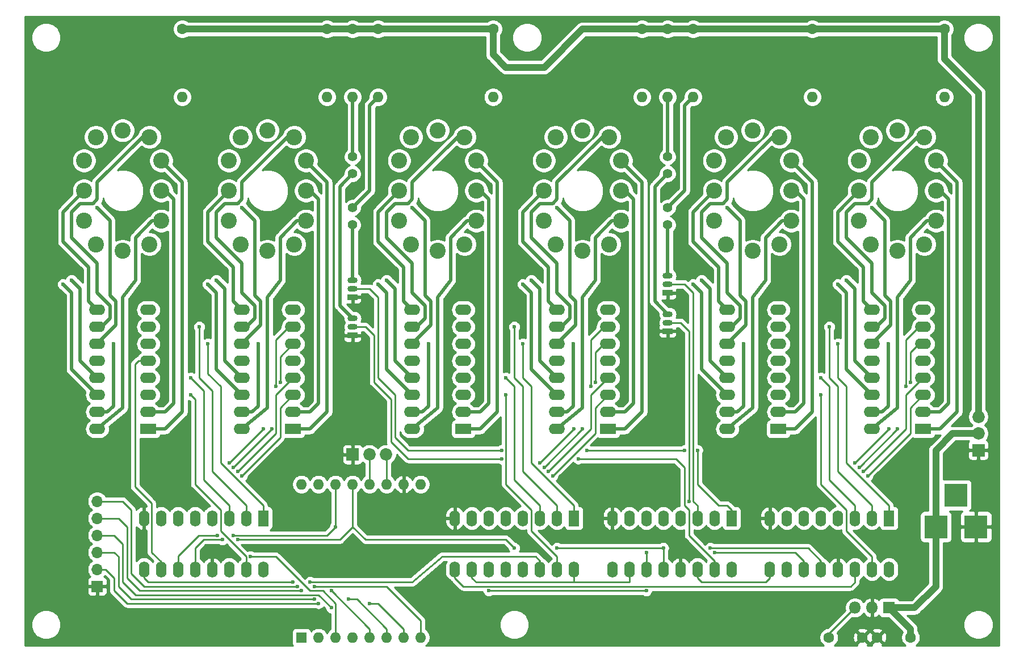
<source format=gtl>
G04 #@! TF.GenerationSoftware,KiCad,Pcbnew,5.1.5-52549c5~84~ubuntu18.04.1*
G04 #@! TF.CreationDate,2020-03-13T16:04:22+01:00*
G04 #@! TF.ProjectId,NixieClock,4e697869-6543-46c6-9f63-6b2e6b696361,0.1*
G04 #@! TF.SameCoordinates,Original*
G04 #@! TF.FileFunction,Copper,L1,Top*
G04 #@! TF.FilePolarity,Positive*
%FSLAX46Y46*%
G04 Gerber Fmt 4.6, Leading zero omitted, Abs format (unit mm)*
G04 Created by KiCad (PCBNEW 5.1.5-52549c5~84~ubuntu18.04.1) date 2020-03-13 16:04:22*
%MOMM*%
%LPD*%
G04 APERTURE LIST*
%ADD10O,1.600000X1.600000*%
%ADD11C,1.600000*%
%ADD12R,1.500000X0.900000*%
%ADD13O,1.500000X0.900000*%
%ADD14O,2.400000X1.600000*%
%ADD15R,2.400000X1.600000*%
%ADD16C,2.400000*%
%ADD17R,1.600000X1.600000*%
%ADD18R,1.850000X1.850000*%
%ADD19C,1.850000*%
%ADD20R,1.700000X1.700000*%
%ADD21O,1.700000X1.700000*%
%ADD22C,1.422400*%
%ADD23R,1.600000X2.400000*%
%ADD24O,1.600000X2.400000*%
%ADD25R,3.500000X3.500000*%
%ADD26R,1.800000X1.800000*%
%ADD27O,1.800000X1.800000*%
%ADD28C,0.600000*%
%ADD29C,1.000000*%
%ADD30C,0.250000*%
%ADD31C,0.500000*%
%ADD32C,0.254000*%
G04 APERTURE END LIST*
D10*
X97790000Y-55880000D03*
D11*
X97790000Y-45720000D03*
D10*
X119380000Y-55880000D03*
D11*
X119380000Y-45720000D03*
D10*
X123190000Y-55880000D03*
D11*
X123190000Y-45720000D03*
D10*
X127000000Y-55880000D03*
D11*
X127000000Y-45720000D03*
D10*
X144145000Y-55880000D03*
D11*
X144145000Y-45720000D03*
D10*
X166370000Y-55880000D03*
D11*
X166370000Y-45720000D03*
D10*
X170180000Y-55880000D03*
D11*
X170180000Y-45720000D03*
D10*
X173990000Y-55880000D03*
D11*
X173990000Y-45720000D03*
D10*
X191770000Y-55880000D03*
D11*
X191770000Y-45720000D03*
D10*
X211455000Y-55880000D03*
D11*
X211455000Y-45720000D03*
D12*
X170180000Y-90805000D03*
D13*
X170180000Y-88265000D03*
X170180000Y-89535000D03*
D12*
X123190000Y-91440000D03*
D13*
X123190000Y-88900000D03*
X123190000Y-90170000D03*
D12*
X170180000Y-85090000D03*
D13*
X170180000Y-82550000D03*
X170180000Y-83820000D03*
D12*
X123190000Y-85725000D03*
D13*
X123190000Y-83185000D03*
X123190000Y-84455000D03*
D14*
X85090000Y-105410000D03*
X92710000Y-87630000D03*
X85090000Y-102870000D03*
X92710000Y-90170000D03*
X85090000Y-100330000D03*
X92710000Y-92710000D03*
X85090000Y-97790000D03*
X92710000Y-95250000D03*
X85090000Y-95250000D03*
X92710000Y-97790000D03*
X85090000Y-92710000D03*
X92710000Y-100330000D03*
X85090000Y-90170000D03*
X92710000Y-102870000D03*
X85090000Y-87630000D03*
D15*
X92710000Y-105410000D03*
D14*
X106680000Y-105410000D03*
X114300000Y-87630000D03*
X106680000Y-102870000D03*
X114300000Y-90170000D03*
X106680000Y-100330000D03*
X114300000Y-92710000D03*
X106680000Y-97790000D03*
X114300000Y-95250000D03*
X106680000Y-95250000D03*
X114300000Y-97790000D03*
X106680000Y-92710000D03*
X114300000Y-100330000D03*
X106680000Y-90170000D03*
X114300000Y-102870000D03*
X106680000Y-87630000D03*
D15*
X114300000Y-105410000D03*
D14*
X132080000Y-105410000D03*
X139700000Y-87630000D03*
X132080000Y-102870000D03*
X139700000Y-90170000D03*
X132080000Y-100330000D03*
X139700000Y-92710000D03*
X132080000Y-97790000D03*
X139700000Y-95250000D03*
X132080000Y-95250000D03*
X139700000Y-97790000D03*
X132080000Y-92710000D03*
X139700000Y-100330000D03*
X132080000Y-90170000D03*
X139700000Y-102870000D03*
X132080000Y-87630000D03*
D15*
X139700000Y-105410000D03*
D14*
X153670000Y-105410000D03*
X161290000Y-87630000D03*
X153670000Y-102870000D03*
X161290000Y-90170000D03*
X153670000Y-100330000D03*
X161290000Y-92710000D03*
X153670000Y-97790000D03*
X161290000Y-95250000D03*
X153670000Y-95250000D03*
X161290000Y-97790000D03*
X153670000Y-92710000D03*
X161290000Y-100330000D03*
X153670000Y-90170000D03*
X161290000Y-102870000D03*
X153670000Y-87630000D03*
D15*
X161290000Y-105410000D03*
D14*
X179070000Y-105410000D03*
X186690000Y-87630000D03*
X179070000Y-102870000D03*
X186690000Y-90170000D03*
X179070000Y-100330000D03*
X186690000Y-92710000D03*
X179070000Y-97790000D03*
X186690000Y-95250000D03*
X179070000Y-95250000D03*
X186690000Y-97790000D03*
X179070000Y-92710000D03*
X186690000Y-100330000D03*
X179070000Y-90170000D03*
X186690000Y-102870000D03*
X179070000Y-87630000D03*
D15*
X186690000Y-105410000D03*
D14*
X200660000Y-105410000D03*
X208280000Y-87630000D03*
X200660000Y-102870000D03*
X208280000Y-90170000D03*
X200660000Y-100330000D03*
X208280000Y-92710000D03*
X200660000Y-97790000D03*
X208280000Y-95250000D03*
X200660000Y-95250000D03*
X208280000Y-97790000D03*
X200660000Y-92710000D03*
X208280000Y-100330000D03*
X200660000Y-90170000D03*
X208280000Y-102870000D03*
X200660000Y-87630000D03*
D15*
X208280000Y-105410000D03*
D16*
X88900000Y-60850000D03*
X94650000Y-69850000D03*
X94650000Y-65350000D03*
X88900000Y-78850000D03*
X94650000Y-74350000D03*
X92900000Y-77850000D03*
X92900000Y-61850000D03*
X84900000Y-61850000D03*
X83150000Y-65350000D03*
X83150000Y-69850000D03*
X83150000Y-74350000D03*
X84900000Y-77850000D03*
D17*
X115570000Y-136525000D03*
D10*
X133350000Y-113665000D03*
X118110000Y-136525000D03*
X130810000Y-113665000D03*
X120650000Y-136525000D03*
X128270000Y-113665000D03*
X123190000Y-136525000D03*
X125730000Y-113665000D03*
X125730000Y-136525000D03*
X123190000Y-113665000D03*
X128270000Y-136525000D03*
X120650000Y-113665000D03*
X130810000Y-136525000D03*
X118110000Y-113665000D03*
X133350000Y-136525000D03*
X115570000Y-113665000D03*
D18*
X123190000Y-109220000D03*
D19*
X125690000Y-109220000D03*
X128190000Y-109220000D03*
D20*
X85090000Y-128905000D03*
D21*
X85090000Y-126365000D03*
X85090000Y-123825000D03*
X85090000Y-121285000D03*
X85090000Y-118745000D03*
X85090000Y-116205000D03*
D16*
X110490000Y-60850000D03*
X116240000Y-69850000D03*
X116240000Y-65350000D03*
X110490000Y-78850000D03*
X116240000Y-74350000D03*
X114490000Y-77850000D03*
X114490000Y-61850000D03*
X106490000Y-61850000D03*
X104740000Y-65350000D03*
X104740000Y-69850000D03*
X104740000Y-74350000D03*
X106490000Y-77850000D03*
X135890000Y-60850000D03*
X141640000Y-69850000D03*
X141640000Y-65350000D03*
X135890000Y-78850000D03*
X141640000Y-74350000D03*
X139890000Y-77850000D03*
X139890000Y-61850000D03*
X131890000Y-61850000D03*
X130140000Y-65350000D03*
X130140000Y-69850000D03*
X130140000Y-74350000D03*
X131890000Y-77850000D03*
X157480000Y-60850000D03*
X163230000Y-69850000D03*
X163230000Y-65350000D03*
X157480000Y-78850000D03*
X163230000Y-74350000D03*
X161480000Y-77850000D03*
X161480000Y-61850000D03*
X153480000Y-61850000D03*
X151730000Y-65350000D03*
X151730000Y-69850000D03*
X151730000Y-74350000D03*
X153480000Y-77850000D03*
X182880000Y-60850000D03*
X188630000Y-69850000D03*
X188630000Y-65350000D03*
X182880000Y-78850000D03*
X188630000Y-74350000D03*
X186880000Y-77850000D03*
X186880000Y-61850000D03*
X178880000Y-61850000D03*
X177130000Y-65350000D03*
X177130000Y-69850000D03*
X177130000Y-74350000D03*
X178880000Y-77850000D03*
X204470000Y-60850000D03*
X210220000Y-69850000D03*
X210220000Y-65350000D03*
X204470000Y-78850000D03*
X210220000Y-74350000D03*
X208470000Y-77850000D03*
X208470000Y-61850000D03*
X200470000Y-61850000D03*
X198720000Y-65350000D03*
X198720000Y-69850000D03*
X198720000Y-74350000D03*
X200470000Y-77850000D03*
D22*
X170180000Y-74930000D03*
X170180000Y-72390000D03*
X170180000Y-67310000D03*
X170180000Y-64770000D03*
X123190000Y-74930000D03*
X123190000Y-72390000D03*
X123190000Y-67310000D03*
X123190000Y-64770000D03*
D23*
X179705000Y-118745000D03*
D24*
X161925000Y-126365000D03*
X177165000Y-118745000D03*
X164465000Y-126365000D03*
X174625000Y-118745000D03*
X167005000Y-126365000D03*
X172085000Y-118745000D03*
X169545000Y-126365000D03*
X169545000Y-118745000D03*
X172085000Y-126365000D03*
X167005000Y-118745000D03*
X174625000Y-126365000D03*
X164465000Y-118745000D03*
X177165000Y-126365000D03*
X161925000Y-118745000D03*
X179705000Y-126365000D03*
D23*
X109855000Y-118745000D03*
D24*
X92075000Y-126365000D03*
X107315000Y-118745000D03*
X94615000Y-126365000D03*
X104775000Y-118745000D03*
X97155000Y-126365000D03*
X102235000Y-118745000D03*
X99695000Y-126365000D03*
X99695000Y-118745000D03*
X102235000Y-126365000D03*
X97155000Y-118745000D03*
X104775000Y-126365000D03*
X94615000Y-118745000D03*
X107315000Y-126365000D03*
X92075000Y-118745000D03*
X109855000Y-126365000D03*
D23*
X156210000Y-118745000D03*
D24*
X138430000Y-126365000D03*
X153670000Y-118745000D03*
X140970000Y-126365000D03*
X151130000Y-118745000D03*
X143510000Y-126365000D03*
X148590000Y-118745000D03*
X146050000Y-126365000D03*
X146050000Y-118745000D03*
X148590000Y-126365000D03*
X143510000Y-118745000D03*
X151130000Y-126365000D03*
X140970000Y-118745000D03*
X153670000Y-126365000D03*
X138430000Y-118745000D03*
X156210000Y-126365000D03*
D23*
X203200000Y-118745000D03*
D24*
X185420000Y-126365000D03*
X200660000Y-118745000D03*
X187960000Y-126365000D03*
X198120000Y-118745000D03*
X190500000Y-126365000D03*
X195580000Y-118745000D03*
X193040000Y-126365000D03*
X193040000Y-118745000D03*
X195580000Y-126365000D03*
X190500000Y-118745000D03*
X198120000Y-126365000D03*
X187960000Y-118745000D03*
X200660000Y-126365000D03*
X185420000Y-118745000D03*
X203200000Y-126365000D03*
D18*
X216535000Y-108585000D03*
D19*
X216535000Y-106085000D03*
X216535000Y-103585000D03*
D11*
X206438500Y-136525000D03*
X201438500Y-136525000D03*
X194246500Y-136525000D03*
X199246500Y-136525000D03*
D25*
X210185000Y-120015000D03*
X216185000Y-120015000D03*
X213185000Y-115315000D03*
D26*
X203200000Y-132080000D03*
D27*
X200660000Y-132080000D03*
X198120000Y-132080000D03*
D28*
X124523500Y-125666500D03*
X95631000Y-110553500D03*
X209486500Y-81089500D03*
X140589000Y-81407000D03*
X162560000Y-81661000D03*
X115633500Y-81661000D03*
X173355000Y-116205000D03*
X145415000Y-109855000D03*
X156845000Y-109855000D03*
X145415000Y-108585000D03*
X158115000Y-108585000D03*
X174625000Y-108585000D03*
X172720000Y-108585000D03*
X107950000Y-124460000D03*
X120015000Y-132080000D03*
X115570000Y-129540000D03*
X120015000Y-129540000D03*
X106045000Y-121920000D03*
X103759000Y-121920000D03*
X176530000Y-123190000D03*
X169545000Y-123190000D03*
X147320000Y-123190000D03*
X153670000Y-123190000D03*
X117475000Y-130810000D03*
X122555000Y-130810000D03*
X105410000Y-121285000D03*
X102997000Y-121285000D03*
X143510000Y-129540000D03*
X167005000Y-129540000D03*
X177165000Y-123825000D03*
X167005000Y-123825000D03*
X120650000Y-120015000D03*
X118110000Y-131445000D03*
X125730000Y-131445000D03*
X114935000Y-128905000D03*
X117475000Y-128905000D03*
X99060000Y-100330000D03*
X85090000Y-72390000D03*
X99060000Y-97790000D03*
X81280000Y-83185000D03*
X101600000Y-92710000D03*
X80010000Y-83820000D03*
X100330000Y-90170000D03*
X87503000Y-92710000D03*
X106680000Y-112395000D03*
X106680000Y-72390000D03*
X106045000Y-111760000D03*
X102870000Y-83185000D03*
X105410000Y-111125000D03*
X111125000Y-105410000D03*
X112395000Y-98425000D03*
X101600000Y-83820000D03*
X111760000Y-99060000D03*
X109855000Y-105410000D03*
X104775000Y-110490000D03*
X109093000Y-92710000D03*
X146050000Y-100330000D03*
X132080000Y-72390000D03*
X146050000Y-97790000D03*
X128270000Y-83185000D03*
X148590000Y-92710000D03*
X127000000Y-83820000D03*
X147320000Y-90170000D03*
X134493000Y-92710000D03*
X153035000Y-112395000D03*
X153670000Y-72390000D03*
X152400000Y-111760000D03*
X149860000Y-83185000D03*
X157480000Y-105410000D03*
X151765000Y-111125000D03*
X159385000Y-98425000D03*
X148590000Y-83820000D03*
X156210000Y-105410000D03*
X151130000Y-110490000D03*
X158750000Y-99060000D03*
X156083000Y-92710000D03*
X193040000Y-100330000D03*
X179070000Y-72390000D03*
X193040000Y-97790000D03*
X175260000Y-83185000D03*
X195580000Y-92710000D03*
X173990000Y-83820000D03*
X194310000Y-90170000D03*
X181483000Y-92710000D03*
X200025000Y-112395000D03*
X200660000Y-72390000D03*
X199390000Y-111760000D03*
X196850000Y-83185000D03*
X198755000Y-111125000D03*
X206375000Y-98425000D03*
X204470000Y-105410000D03*
X195580000Y-83820000D03*
X203200000Y-105410000D03*
X205740000Y-99060000D03*
X198120000Y-110490000D03*
X203073000Y-92710000D03*
X116840000Y-128270000D03*
X114300000Y-128270000D03*
D29*
X216535000Y-106085000D02*
X212685000Y-106085000D01*
X210185000Y-108585000D02*
X210185000Y-120015000D01*
X212685000Y-106085000D02*
X210185000Y-108585000D01*
X203200000Y-132080000D02*
X207010000Y-132080000D01*
X210185000Y-128905000D02*
X210185000Y-120015000D01*
X207010000Y-132080000D02*
X210185000Y-128905000D01*
X203200000Y-132080000D02*
X206375000Y-135255000D01*
X206375000Y-135255000D02*
X206375000Y-136525000D01*
D30*
X94615000Y-126365000D02*
X94615000Y-125222000D01*
X94615000Y-125222000D02*
X93218000Y-123825000D01*
X91249500Y-95250000D02*
X92710000Y-95250000D01*
X90741500Y-95758000D02*
X91249500Y-95250000D01*
X90741500Y-114046000D02*
X90741500Y-95758000D01*
X93218000Y-116522500D02*
X90741500Y-114046000D01*
X93218000Y-123825000D02*
X93218000Y-116522500D01*
X143129000Y-128270000D02*
X147828000Y-128270000D01*
X156210000Y-128270000D02*
X147828000Y-128270000D01*
X141605000Y-128270000D02*
X143129000Y-128270000D01*
X140970000Y-127635000D02*
X141605000Y-128270000D01*
X140970000Y-127635000D02*
X140970000Y-126365000D01*
X156210000Y-128270000D02*
X164465000Y-128270000D01*
X164465000Y-128270000D02*
X164465000Y-126365000D01*
X156210000Y-128270000D02*
X156210000Y-126365000D01*
X194310000Y-136525000D02*
X194310000Y-135890000D01*
X194310000Y-135890000D02*
X198120000Y-132080000D01*
D31*
X123190000Y-67310000D02*
X121285000Y-69215000D01*
X121285000Y-86995000D02*
X123190000Y-88900000D01*
X121285000Y-69215000D02*
X121285000Y-86995000D01*
X123190000Y-64770000D02*
X123190000Y-55880000D01*
X123190000Y-74930000D02*
X123190000Y-83185000D01*
X123190000Y-72390000D02*
X125730000Y-69850000D01*
X125730000Y-69850000D02*
X125730000Y-57150000D01*
X125730000Y-57150000D02*
X127000000Y-55880000D01*
X170180000Y-88265000D02*
X168275000Y-86360000D01*
X168275000Y-69215000D02*
X170180000Y-67310000D01*
X168275000Y-86360000D02*
X168275000Y-69215000D01*
X170180000Y-64770000D02*
X170180000Y-55880000D01*
X170180000Y-74930000D02*
X170180000Y-82550000D01*
X170180000Y-72390000D02*
X172720000Y-69850000D01*
X172720000Y-69850000D02*
X172720000Y-57150000D01*
X172720000Y-57150000D02*
X173990000Y-55880000D01*
D30*
X172085000Y-89535000D02*
X170180000Y-89535000D01*
X173355000Y-90805000D02*
X172085000Y-89535000D01*
X173355000Y-116205000D02*
X173355000Y-90805000D01*
X123190000Y-90170000D02*
X125095000Y-90170000D01*
X125095000Y-90170000D02*
X126365000Y-91440000D01*
X126365000Y-91440000D02*
X126365000Y-98425000D01*
X126365000Y-98425000D02*
X128905000Y-100965000D01*
X128905000Y-100965000D02*
X128905000Y-107315000D01*
X128905000Y-107315000D02*
X131445000Y-109855000D01*
X131445000Y-109855000D02*
X145415000Y-109855000D01*
X156845000Y-109855000D02*
X171450000Y-109855000D01*
X171450000Y-109855000D02*
X172720000Y-111125000D01*
X172720000Y-111125000D02*
X172720000Y-116840000D01*
X172720000Y-116840000D02*
X173355000Y-117475000D01*
X173355000Y-117475000D02*
X173355000Y-121285000D01*
X173355000Y-121285000D02*
X177165000Y-125095000D01*
X177165000Y-125095000D02*
X177165000Y-126365000D01*
X170180000Y-83820000D02*
X172720000Y-83820000D01*
X174625000Y-116840000D02*
X174625000Y-118745000D01*
X173990000Y-116205000D02*
X174625000Y-116840000D01*
X173990000Y-85090000D02*
X173990000Y-116205000D01*
X172720000Y-83820000D02*
X173990000Y-85090000D01*
X131445000Y-108585000D02*
X145415000Y-108585000D01*
X129540000Y-106680000D02*
X131445000Y-108585000D01*
X129540000Y-100330000D02*
X129540000Y-106680000D01*
X127000000Y-97790000D02*
X129540000Y-100330000D01*
X127000000Y-85725000D02*
X127000000Y-97790000D01*
X125730000Y-84455000D02*
X127000000Y-85725000D01*
X123190000Y-84455000D02*
X125730000Y-84455000D01*
X179705000Y-117475000D02*
X179705000Y-118745000D01*
X179070000Y-116840000D02*
X179705000Y-117475000D01*
X177800000Y-116840000D02*
X179070000Y-116840000D01*
X174625000Y-113665000D02*
X177800000Y-116840000D01*
X174625000Y-108585000D02*
X174625000Y-113665000D01*
X158115000Y-108585000D02*
X172720000Y-108585000D01*
X120650000Y-136525000D02*
X120650000Y-131445000D01*
X118745000Y-129540000D02*
X120650000Y-131445000D01*
X116840000Y-129540000D02*
X118745000Y-129540000D01*
X111760000Y-124460000D02*
X116840000Y-129540000D01*
X107950000Y-124460000D02*
X111760000Y-124460000D01*
X85090000Y-121285000D02*
X87630000Y-121285000D01*
X88900000Y-122555000D02*
X88900000Y-128270000D01*
X88900000Y-128270000D02*
X90805000Y-130175000D01*
X90805000Y-130175000D02*
X118110000Y-130175000D01*
X118110000Y-130175000D02*
X120015000Y-132080000D01*
X87630000Y-121285000D02*
X88900000Y-122555000D01*
X85090000Y-118745000D02*
X88265000Y-118745000D01*
X89535000Y-120015000D02*
X89535000Y-127635000D01*
X89535000Y-127635000D02*
X91440000Y-129540000D01*
X91440000Y-129540000D02*
X115570000Y-129540000D01*
X120015000Y-129540000D02*
X125730000Y-135255000D01*
X125730000Y-135255000D02*
X125730000Y-136525000D01*
X88265000Y-118745000D02*
X89535000Y-120015000D01*
X106045000Y-121920000D02*
X121285000Y-121920000D01*
X123190000Y-120015000D02*
X121285000Y-121920000D01*
X99695000Y-123190000D02*
X99695000Y-126365000D01*
X100965000Y-121920000D02*
X99695000Y-123190000D01*
X103759000Y-121920000D02*
X100965000Y-121920000D01*
X193040000Y-126365000D02*
X193040000Y-125095000D01*
X193040000Y-125095000D02*
X191135000Y-123190000D01*
X191135000Y-123190000D02*
X176530000Y-123190000D01*
X123190000Y-113665000D02*
X123190000Y-120015000D01*
X123190000Y-120015000D02*
X125095000Y-121920000D01*
X146050000Y-121920000D02*
X147320000Y-123190000D01*
X125095000Y-121920000D02*
X146050000Y-121920000D01*
X169545000Y-123190000D02*
X153670000Y-123190000D01*
X169545000Y-123190000D02*
X169545000Y-126365000D01*
X88265000Y-128905000D02*
X88265000Y-124460000D01*
X88265000Y-128905000D02*
X90170000Y-130810000D01*
X90170000Y-130810000D02*
X117475000Y-130810000D01*
X122555000Y-130810000D02*
X123825000Y-130810000D01*
X123825000Y-130810000D02*
X128270000Y-135255000D01*
X128270000Y-136525000D02*
X128270000Y-135255000D01*
X87630000Y-123825000D02*
X85090000Y-123825000D01*
X88265000Y-124460000D02*
X87630000Y-123825000D01*
X120650000Y-120015000D02*
X119380000Y-121285000D01*
X105410000Y-121285000D02*
X119380000Y-121285000D01*
X97155000Y-124333000D02*
X97155000Y-126365000D01*
X100203000Y-121285000D02*
X97155000Y-124333000D01*
X102997000Y-121285000D02*
X100203000Y-121285000D01*
X143510000Y-129540000D02*
X167005000Y-129540000D01*
X190500000Y-126365000D02*
X190500000Y-125095000D01*
X190500000Y-125095000D02*
X189230000Y-123825000D01*
X189230000Y-123825000D02*
X177165000Y-123825000D01*
X167005000Y-123825000D02*
X167005000Y-126365000D01*
X120650000Y-113665000D02*
X120650000Y-120015000D01*
X85090000Y-126365000D02*
X86360000Y-126365000D01*
X89535000Y-131445000D02*
X118110000Y-131445000D01*
X125730000Y-131445000D02*
X127000000Y-131445000D01*
X127000000Y-131445000D02*
X130810000Y-135255000D01*
X130810000Y-135255000D02*
X130810000Y-136525000D01*
X87630000Y-129540000D02*
X89535000Y-131445000D01*
X87630000Y-127635000D02*
X87630000Y-129540000D01*
X86360000Y-126365000D02*
X87630000Y-127635000D01*
X85090000Y-116205000D02*
X88900000Y-116205000D01*
X90170000Y-117475000D02*
X90170000Y-127000000D01*
X90170000Y-127000000D02*
X92075000Y-128905000D01*
X92075000Y-128905000D02*
X114935000Y-128905000D01*
X117475000Y-128905000D02*
X128270000Y-128905000D01*
X128270000Y-128905000D02*
X133350000Y-133985000D01*
X133350000Y-133985000D02*
X133350000Y-136525000D01*
X88900000Y-116205000D02*
X90170000Y-117475000D01*
D31*
X94650000Y-65350000D02*
X94650000Y-65440000D01*
X94650000Y-65440000D02*
X97790000Y-68580000D01*
X97790000Y-68580000D02*
X97790000Y-102870000D01*
X97790000Y-102870000D02*
X95250000Y-105410000D01*
X95250000Y-105410000D02*
X92710000Y-105410000D01*
X85090000Y-87630000D02*
X83820000Y-86360000D01*
X83820000Y-81280000D02*
X80010000Y-77470000D01*
X80010000Y-77470000D02*
X80010000Y-73025000D01*
X80010000Y-73025000D02*
X83150000Y-69850000D01*
X83820000Y-86360000D02*
X83820000Y-81280000D01*
X94650000Y-69850000D02*
X95250000Y-69850000D01*
X95250000Y-69850000D02*
X96520000Y-71120000D01*
X96520000Y-71120000D02*
X96520000Y-101600000D01*
X96520000Y-101600000D02*
X95250000Y-102870000D01*
X95250000Y-102870000D02*
X92710000Y-102870000D01*
X81280000Y-73025000D02*
X81280000Y-76835000D01*
X85090000Y-71120000D02*
X85090000Y-68580000D01*
X86995000Y-88900000D02*
X86995000Y-86995000D01*
X86995000Y-86995000D02*
X85090000Y-85090000D01*
X81280000Y-73025000D02*
X82550000Y-71755000D01*
X82550000Y-71755000D02*
X84455000Y-71755000D01*
X84455000Y-71755000D02*
X85090000Y-71120000D01*
X85725000Y-90170000D02*
X86995000Y-88900000D01*
X85090000Y-68580000D02*
X91820000Y-61850000D01*
X85090000Y-85090000D02*
X85090000Y-80645000D01*
X81280000Y-76835000D02*
X85090000Y-80645000D01*
X91820000Y-61850000D02*
X92900000Y-61850000D01*
X85090000Y-90170000D02*
X85725000Y-90170000D01*
D30*
X99695000Y-100965000D02*
X99695000Y-113665000D01*
X99060000Y-100330000D02*
X99695000Y-100965000D01*
X99695000Y-113665000D02*
X103505000Y-117475000D01*
X103505000Y-117475000D02*
X103505000Y-120650000D01*
X103505000Y-120650000D02*
X107315000Y-124460000D01*
X107315000Y-126365000D02*
X107315000Y-124460000D01*
D31*
X86995000Y-74295000D02*
X86995000Y-85471000D01*
X85090000Y-72390000D02*
X86995000Y-74295000D01*
X85090000Y-92710000D02*
X87884000Y-89916000D01*
X87884000Y-86360000D02*
X87884000Y-89916000D01*
X86995000Y-85471000D02*
X87884000Y-86360000D01*
D30*
X104775000Y-116840000D02*
X104775000Y-118745000D01*
X100965000Y-113030000D02*
X104775000Y-116840000D01*
X100965000Y-99695000D02*
X100965000Y-113030000D01*
X99060000Y-97790000D02*
X100965000Y-99695000D01*
D31*
X81280000Y-83185000D02*
X82550000Y-84455000D01*
X82550000Y-84455000D02*
X82550000Y-95250000D01*
X82550000Y-95250000D02*
X85090000Y-97790000D01*
D30*
X109855000Y-118745000D02*
X109855000Y-116840000D01*
X101600000Y-97155000D02*
X101600000Y-92710000D01*
X103505000Y-99060000D02*
X101600000Y-97155000D01*
X103505000Y-110490000D02*
X103505000Y-99060000D01*
X109855000Y-116840000D02*
X103505000Y-110490000D01*
D31*
X81280000Y-96520000D02*
X85090000Y-100330000D01*
X81280000Y-85090000D02*
X81280000Y-96520000D01*
X80010000Y-83820000D02*
X81280000Y-85090000D01*
X85090000Y-100330000D02*
X84455000Y-100330000D01*
D30*
X107315000Y-116840000D02*
X107315000Y-118745000D01*
X102235000Y-111760000D02*
X107315000Y-116840000D01*
X102235000Y-99695000D02*
X102235000Y-111760000D01*
X100330000Y-97790000D02*
X102235000Y-99695000D01*
X100330000Y-90170000D02*
X100330000Y-97790000D01*
D31*
X85090000Y-102870000D02*
X86614000Y-102870000D01*
X86614000Y-102870000D02*
X87503000Y-101981000D01*
X87503000Y-101981000D02*
X87503000Y-92710000D01*
X94650000Y-74350000D02*
X93290000Y-74350000D01*
X88900000Y-102235000D02*
X85090000Y-105410000D01*
X88900000Y-85725000D02*
X88900000Y-102235000D01*
X90805000Y-83185000D02*
X88900000Y-85725000D01*
X90805000Y-76835000D02*
X90805000Y-83185000D01*
X93290000Y-74350000D02*
X90805000Y-76835000D01*
X116840000Y-105410000D02*
X114300000Y-105410000D01*
X119380000Y-102870000D02*
X116840000Y-105410000D01*
X119380000Y-68580000D02*
X119380000Y-102870000D01*
X116240000Y-65440000D02*
X119380000Y-68580000D01*
X116240000Y-65350000D02*
X116240000Y-65440000D01*
X105410000Y-86360000D02*
X105410000Y-81280000D01*
X101600000Y-73025000D02*
X104740000Y-69850000D01*
X101600000Y-77470000D02*
X101600000Y-73025000D01*
X105410000Y-81280000D02*
X101600000Y-77470000D01*
X106680000Y-87630000D02*
X105410000Y-86360000D01*
X116840000Y-102870000D02*
X114300000Y-102870000D01*
X118110000Y-101600000D02*
X116840000Y-102870000D01*
X118110000Y-71120000D02*
X118110000Y-101600000D01*
X116840000Y-69850000D02*
X118110000Y-71120000D01*
X116240000Y-69850000D02*
X116840000Y-69850000D01*
X106680000Y-90170000D02*
X107315000Y-90170000D01*
X113410000Y-61850000D02*
X114490000Y-61850000D01*
X102870000Y-76835000D02*
X106680000Y-80645000D01*
X106680000Y-80645000D02*
X106680000Y-85090000D01*
X106680000Y-68580000D02*
X113410000Y-61850000D01*
X107315000Y-90170000D02*
X108585000Y-88900000D01*
X106045000Y-71755000D02*
X106680000Y-71120000D01*
X104140000Y-71755000D02*
X106045000Y-71755000D01*
X102870000Y-73025000D02*
X104140000Y-71755000D01*
X108585000Y-86995000D02*
X106680000Y-85090000D01*
X108585000Y-88900000D02*
X108585000Y-86995000D01*
X106680000Y-71120000D02*
X106680000Y-68580000D01*
X102870000Y-73025000D02*
X102870000Y-76835000D01*
D30*
X112395000Y-102235000D02*
X114300000Y-100330000D01*
X112395000Y-106680000D02*
X112395000Y-102235000D01*
X106680000Y-112395000D02*
X112395000Y-106680000D01*
D31*
X108585000Y-74295000D02*
X108585000Y-85471000D01*
X108585000Y-85471000D02*
X109474000Y-86360000D01*
X109474000Y-86360000D02*
X109474000Y-89916000D01*
X106680000Y-92710000D02*
X109474000Y-89916000D01*
X106680000Y-72390000D02*
X108585000Y-74295000D01*
D30*
X114300000Y-97790000D02*
X111760000Y-100330000D01*
X111760000Y-106045000D02*
X106045000Y-111760000D01*
X111760000Y-100330000D02*
X111760000Y-106045000D01*
D31*
X104140000Y-95250000D02*
X106680000Y-97790000D01*
X104140000Y-84455000D02*
X104140000Y-95250000D01*
X102870000Y-83185000D02*
X104140000Y-84455000D01*
D30*
X114300000Y-92710000D02*
X112395000Y-94615000D01*
X111125000Y-105410000D02*
X105410000Y-111125000D01*
X112395000Y-94615000D02*
X112395000Y-98425000D01*
D31*
X106680000Y-100330000D02*
X106045000Y-100330000D01*
X101600000Y-83820000D02*
X102870000Y-85090000D01*
X102870000Y-85090000D02*
X102870000Y-96520000D01*
X102870000Y-96520000D02*
X106680000Y-100330000D01*
D30*
X114300000Y-90170000D02*
X113665000Y-90170000D01*
X113665000Y-90170000D02*
X111760000Y-92075000D01*
X111760000Y-92075000D02*
X111760000Y-99060000D01*
X109855000Y-105410000D02*
X104775000Y-110490000D01*
D31*
X109093000Y-101981000D02*
X109093000Y-92710000D01*
X108204000Y-102870000D02*
X109093000Y-101981000D01*
X106680000Y-102870000D02*
X108204000Y-102870000D01*
X114880000Y-74350000D02*
X112395000Y-76835000D01*
X112395000Y-76835000D02*
X112395000Y-83185000D01*
X112395000Y-83185000D02*
X110490000Y-85725000D01*
X110490000Y-85725000D02*
X110490000Y-102235000D01*
X110490000Y-102235000D02*
X106680000Y-105410000D01*
X116240000Y-74350000D02*
X114880000Y-74350000D01*
X142240000Y-105410000D02*
X139700000Y-105410000D01*
X144780000Y-102870000D02*
X142240000Y-105410000D01*
X144780000Y-68580000D02*
X144780000Y-102870000D01*
X141640000Y-65440000D02*
X144780000Y-68580000D01*
X141640000Y-65350000D02*
X141640000Y-65440000D01*
X130810000Y-86360000D02*
X130810000Y-81280000D01*
X127000000Y-73025000D02*
X130140000Y-69850000D01*
X127000000Y-77470000D02*
X127000000Y-73025000D01*
X130810000Y-81280000D02*
X127000000Y-77470000D01*
X132080000Y-87630000D02*
X130810000Y-86360000D01*
X142240000Y-102870000D02*
X139700000Y-102870000D01*
X143510000Y-101600000D02*
X142240000Y-102870000D01*
X143510000Y-71120000D02*
X143510000Y-101600000D01*
X142240000Y-69850000D02*
X143510000Y-71120000D01*
X141640000Y-69850000D02*
X142240000Y-69850000D01*
X132080000Y-90170000D02*
X132715000Y-90170000D01*
X138810000Y-61850000D02*
X139890000Y-61850000D01*
X128270000Y-76835000D02*
X132080000Y-80645000D01*
X132080000Y-80645000D02*
X132080000Y-85090000D01*
X132080000Y-68580000D02*
X138810000Y-61850000D01*
X132715000Y-90170000D02*
X133985000Y-88900000D01*
X131445000Y-71755000D02*
X132080000Y-71120000D01*
X129540000Y-71755000D02*
X131445000Y-71755000D01*
X128270000Y-73025000D02*
X129540000Y-71755000D01*
X133985000Y-86995000D02*
X132080000Y-85090000D01*
X133985000Y-88900000D02*
X133985000Y-86995000D01*
X132080000Y-71120000D02*
X132080000Y-68580000D01*
X128270000Y-73025000D02*
X128270000Y-76835000D01*
D30*
X146050000Y-100330000D02*
X146050000Y-113665000D01*
X146050000Y-113665000D02*
X149860000Y-117475000D01*
X149860000Y-117475000D02*
X149860000Y-120650000D01*
X149860000Y-120650000D02*
X153670000Y-124460000D01*
X153670000Y-124460000D02*
X153670000Y-126365000D01*
D31*
X133985000Y-74295000D02*
X133985000Y-85471000D01*
X133985000Y-85471000D02*
X134874000Y-86360000D01*
X134874000Y-86360000D02*
X134874000Y-89916000D01*
X132080000Y-92710000D02*
X134874000Y-89916000D01*
X132080000Y-72390000D02*
X133985000Y-74295000D01*
D30*
X146050000Y-97790000D02*
X147320000Y-99060000D01*
X151130000Y-116840000D02*
X151130000Y-118745000D01*
X147320000Y-113030000D02*
X151130000Y-116840000D01*
X147320000Y-99060000D02*
X147320000Y-113030000D01*
D31*
X129540000Y-95250000D02*
X132080000Y-97790000D01*
X129540000Y-84455000D02*
X129540000Y-95250000D01*
X128270000Y-83185000D02*
X129540000Y-84455000D01*
D30*
X156210000Y-116840000D02*
X156210000Y-118745000D01*
X149860000Y-110490000D02*
X149860000Y-99060000D01*
X156210000Y-116840000D02*
X149860000Y-110490000D01*
X148590000Y-97790000D02*
X149860000Y-99060000D01*
X148590000Y-92710000D02*
X148590000Y-97790000D01*
D31*
X132080000Y-100330000D02*
X131445000Y-100330000D01*
X127000000Y-83820000D02*
X128270000Y-85090000D01*
X128270000Y-85090000D02*
X128270000Y-96520000D01*
X128270000Y-96520000D02*
X132080000Y-100330000D01*
D30*
X153670000Y-116840000D02*
X153670000Y-118745000D01*
X148590000Y-111760000D02*
X153670000Y-116840000D01*
X148590000Y-99060000D02*
X148590000Y-111760000D01*
X147320000Y-97790000D02*
X148590000Y-99060000D01*
X147320000Y-90170000D02*
X147320000Y-97790000D01*
D31*
X134493000Y-101981000D02*
X134493000Y-92710000D01*
X133604000Y-102870000D02*
X134493000Y-101981000D01*
X132080000Y-102870000D02*
X133604000Y-102870000D01*
X140280000Y-74350000D02*
X137795000Y-76835000D01*
X137795000Y-76835000D02*
X137795000Y-83185000D01*
X137795000Y-83185000D02*
X135890000Y-85725000D01*
X135890000Y-85725000D02*
X135890000Y-102235000D01*
X135890000Y-102235000D02*
X132080000Y-105410000D01*
X141640000Y-74350000D02*
X140280000Y-74350000D01*
X163230000Y-65440000D02*
X166370000Y-68580000D01*
X163230000Y-65350000D02*
X163230000Y-65440000D01*
X166370000Y-68580000D02*
X166370000Y-102870000D01*
X166370000Y-102870000D02*
X163830000Y-105410000D01*
X163830000Y-105410000D02*
X161290000Y-105410000D01*
X152400000Y-86360000D02*
X152400000Y-81280000D01*
X152400000Y-81280000D02*
X148590000Y-77470000D01*
X153670000Y-87630000D02*
X152400000Y-86360000D01*
X148590000Y-77470000D02*
X148590000Y-73025000D01*
X148590000Y-73025000D02*
X151730000Y-69850000D01*
X163830000Y-69850000D02*
X165100000Y-71120000D01*
X163230000Y-69850000D02*
X163830000Y-69850000D01*
X165100000Y-71120000D02*
X165100000Y-101600000D01*
X165100000Y-101600000D02*
X163830000Y-102870000D01*
X163830000Y-102870000D02*
X161290000Y-102870000D01*
X153670000Y-90170000D02*
X154305000Y-90170000D01*
X153670000Y-85090000D02*
X153670000Y-80645000D01*
X154305000Y-90170000D02*
X155575000Y-88900000D01*
X155575000Y-86995000D02*
X153670000Y-85090000D01*
X155575000Y-88900000D02*
X155575000Y-86995000D01*
X160400000Y-61850000D02*
X161480000Y-61850000D01*
X153670000Y-68580000D02*
X160400000Y-61850000D01*
X153670000Y-71120000D02*
X153670000Y-68580000D01*
X149860000Y-76835000D02*
X153670000Y-80645000D01*
X153035000Y-71755000D02*
X153670000Y-71120000D01*
X151130000Y-71755000D02*
X153035000Y-71755000D01*
X149860000Y-73025000D02*
X151130000Y-71755000D01*
X149860000Y-73025000D02*
X149860000Y-76835000D01*
D30*
X153035000Y-112395000D02*
X159385000Y-106045000D01*
X159385000Y-102235000D02*
X161290000Y-100330000D01*
X159385000Y-106045000D02*
X159385000Y-102235000D01*
D31*
X155575000Y-85471000D02*
X156464000Y-86360000D01*
X156464000Y-86360000D02*
X156464000Y-89916000D01*
X153670000Y-92710000D02*
X156464000Y-89916000D01*
X155575000Y-74295000D02*
X155575000Y-85471000D01*
X153670000Y-72390000D02*
X155575000Y-74295000D01*
D30*
X152400000Y-111760000D02*
X158750000Y-105410000D01*
X158750000Y-100330000D02*
X161290000Y-97790000D01*
X158750000Y-105410000D02*
X158750000Y-100330000D01*
D31*
X151130000Y-95250000D02*
X153670000Y-97790000D01*
X151130000Y-84455000D02*
X151130000Y-95250000D01*
X149860000Y-83185000D02*
X151130000Y-84455000D01*
D30*
X157480000Y-105410000D02*
X151765000Y-111125000D01*
X159385000Y-93980000D02*
X160655000Y-92710000D01*
X159385000Y-98425000D02*
X159385000Y-93980000D01*
X160655000Y-92710000D02*
X161290000Y-92710000D01*
D31*
X153670000Y-100330000D02*
X153035000Y-100330000D01*
X149860000Y-96520000D02*
X153670000Y-100330000D01*
X149860000Y-85090000D02*
X149860000Y-96520000D01*
X148590000Y-83820000D02*
X149860000Y-85090000D01*
D30*
X156210000Y-105410000D02*
X151130000Y-110490000D01*
X158750000Y-92075000D02*
X160655000Y-90170000D01*
X158750000Y-99060000D02*
X158750000Y-92075000D01*
X160655000Y-90170000D02*
X161290000Y-90170000D01*
D31*
X153670000Y-102870000D02*
X155194000Y-102870000D01*
X155194000Y-102870000D02*
X156083000Y-101981000D01*
X156083000Y-101981000D02*
X156083000Y-92710000D01*
X157480000Y-102235000D02*
X153670000Y-105410000D01*
X157480000Y-85725000D02*
X157480000Y-102235000D01*
X159385000Y-83185000D02*
X157480000Y-85725000D01*
X159385000Y-76835000D02*
X159385000Y-83185000D01*
X161870000Y-74350000D02*
X159385000Y-76835000D01*
X163230000Y-74350000D02*
X161870000Y-74350000D01*
X188630000Y-65440000D02*
X191770000Y-68580000D01*
X188630000Y-65350000D02*
X188630000Y-65440000D01*
X191770000Y-68580000D02*
X191770000Y-102870000D01*
X191770000Y-102870000D02*
X189230000Y-105410000D01*
X189230000Y-105410000D02*
X186690000Y-105410000D01*
X177800000Y-86360000D02*
X177800000Y-81280000D01*
X177800000Y-81280000D02*
X173990000Y-77470000D01*
X179070000Y-87630000D02*
X177800000Y-86360000D01*
X173990000Y-77470000D02*
X173990000Y-73025000D01*
X173990000Y-73025000D02*
X177130000Y-69850000D01*
X188630000Y-69850000D02*
X189230000Y-69850000D01*
X189230000Y-69850000D02*
X190500000Y-71120000D01*
X190500000Y-71120000D02*
X190500000Y-101600000D01*
X190500000Y-101600000D02*
X189230000Y-102870000D01*
X189230000Y-102870000D02*
X186690000Y-102870000D01*
X179070000Y-90170000D02*
X179705000Y-90170000D01*
X179070000Y-85090000D02*
X179070000Y-80645000D01*
X179705000Y-90170000D02*
X180975000Y-88900000D01*
X180975000Y-86995000D02*
X179070000Y-85090000D01*
X180975000Y-88900000D02*
X180975000Y-86995000D01*
X185800000Y-61850000D02*
X186880000Y-61850000D01*
X179070000Y-68580000D02*
X185800000Y-61850000D01*
X179070000Y-71120000D02*
X179070000Y-68580000D01*
X175260000Y-76835000D02*
X179070000Y-80645000D01*
X178435000Y-71755000D02*
X179070000Y-71120000D01*
X176530000Y-71755000D02*
X178435000Y-71755000D01*
X175260000Y-73025000D02*
X176530000Y-71755000D01*
X175260000Y-73025000D02*
X175260000Y-76835000D01*
D30*
X196850000Y-117475000D02*
X196850000Y-120650000D01*
X193040000Y-100330000D02*
X193040000Y-113665000D01*
X193040000Y-113665000D02*
X196850000Y-117475000D01*
X200660000Y-124460000D02*
X200660000Y-126365000D01*
X196850000Y-120650000D02*
X200660000Y-124460000D01*
D31*
X180975000Y-85471000D02*
X181864000Y-86360000D01*
X181864000Y-86360000D02*
X181864000Y-89916000D01*
X179070000Y-92710000D02*
X181864000Y-89916000D01*
X180975000Y-74295000D02*
X180975000Y-85471000D01*
X179070000Y-72390000D02*
X180975000Y-74295000D01*
D30*
X198120000Y-118745000D02*
X198120000Y-116840000D01*
X193040000Y-97790000D02*
X194310000Y-99060000D01*
X194310000Y-113030000D02*
X198120000Y-116840000D01*
X194310000Y-99060000D02*
X194310000Y-113030000D01*
D31*
X176530000Y-95250000D02*
X179070000Y-97790000D01*
X176530000Y-84455000D02*
X176530000Y-95250000D01*
X175260000Y-83185000D02*
X176530000Y-84455000D01*
D30*
X196850000Y-99060000D02*
X196850000Y-110490000D01*
X195580000Y-97790000D02*
X196850000Y-99060000D01*
X195580000Y-92710000D02*
X195580000Y-97790000D01*
X203200000Y-116840000D02*
X203200000Y-118745000D01*
X196850000Y-110490000D02*
X203200000Y-116840000D01*
D31*
X179070000Y-100330000D02*
X178435000Y-100330000D01*
X175260000Y-96520000D02*
X179070000Y-100330000D01*
X175260000Y-85090000D02*
X175260000Y-96520000D01*
X173990000Y-83820000D02*
X175260000Y-85090000D01*
D30*
X200660000Y-118745000D02*
X200660000Y-116840000D01*
X195580000Y-111760000D02*
X200660000Y-116840000D01*
X195580000Y-99060000D02*
X195580000Y-111760000D01*
X194310000Y-97790000D02*
X195580000Y-99060000D01*
X194310000Y-90170000D02*
X194310000Y-97790000D01*
D31*
X179070000Y-102870000D02*
X180594000Y-102870000D01*
X180594000Y-102870000D02*
X181483000Y-101981000D01*
X181483000Y-101981000D02*
X181483000Y-92710000D01*
X182880000Y-102235000D02*
X179070000Y-105410000D01*
X182880000Y-85725000D02*
X182880000Y-102235000D01*
X184785000Y-83185000D02*
X182880000Y-85725000D01*
X184785000Y-76835000D02*
X184785000Y-83185000D01*
X187270000Y-74350000D02*
X184785000Y-76835000D01*
X188630000Y-74350000D02*
X187270000Y-74350000D01*
X210220000Y-65440000D02*
X213360000Y-68580000D01*
X210220000Y-65350000D02*
X210220000Y-65440000D01*
X213360000Y-68580000D02*
X213360000Y-102870000D01*
X213360000Y-102870000D02*
X210820000Y-105410000D01*
X210820000Y-105410000D02*
X208280000Y-105410000D01*
X199390000Y-86360000D02*
X199390000Y-81280000D01*
X199390000Y-81280000D02*
X195580000Y-77470000D01*
X200660000Y-87630000D02*
X199390000Y-86360000D01*
X195580000Y-77470000D02*
X195580000Y-73025000D01*
X195580000Y-73025000D02*
X198720000Y-69850000D01*
X210820000Y-69850000D02*
X212090000Y-71120000D01*
X210220000Y-69850000D02*
X210820000Y-69850000D01*
X212090000Y-71120000D02*
X212090000Y-101600000D01*
X212090000Y-101600000D02*
X210820000Y-102870000D01*
X210820000Y-102870000D02*
X208280000Y-102870000D01*
X200660000Y-90170000D02*
X201295000Y-90170000D01*
X200660000Y-85090000D02*
X200660000Y-80645000D01*
X201295000Y-90170000D02*
X202565000Y-88900000D01*
X202565000Y-86995000D02*
X200660000Y-85090000D01*
X202565000Y-88900000D02*
X202565000Y-86995000D01*
X207390000Y-61850000D02*
X208470000Y-61850000D01*
X200660000Y-68580000D02*
X207390000Y-61850000D01*
X200660000Y-71120000D02*
X200660000Y-68580000D01*
X196850000Y-76835000D02*
X200660000Y-80645000D01*
X200025000Y-71755000D02*
X200660000Y-71120000D01*
X198120000Y-71755000D02*
X200025000Y-71755000D01*
X196850000Y-73025000D02*
X198120000Y-71755000D01*
X196850000Y-73025000D02*
X196850000Y-76835000D01*
D30*
X200025000Y-112395000D02*
X206375000Y-106045000D01*
X206375000Y-102235000D02*
X208280000Y-100330000D01*
X206375000Y-106045000D02*
X206375000Y-102235000D01*
D31*
X202565000Y-85471000D02*
X203454000Y-86360000D01*
X203454000Y-86360000D02*
X203454000Y-89916000D01*
X200660000Y-92710000D02*
X203454000Y-89916000D01*
X202565000Y-74295000D02*
X202565000Y-85471000D01*
X200660000Y-72390000D02*
X202565000Y-74295000D01*
D30*
X199390000Y-111760000D02*
X205740000Y-105410000D01*
X208280000Y-97790000D02*
X205740000Y-100330000D01*
X205740000Y-105410000D02*
X205740000Y-100330000D01*
D31*
X198120000Y-95250000D02*
X200660000Y-97790000D01*
X198120000Y-84455000D02*
X198120000Y-95250000D01*
X196850000Y-83185000D02*
X198120000Y-84455000D01*
D30*
X206375000Y-93980000D02*
X207645000Y-92710000D01*
X206375000Y-98425000D02*
X206375000Y-93980000D01*
X198755000Y-111125000D02*
X204470000Y-105410000D01*
X207645000Y-92710000D02*
X208280000Y-92710000D01*
D31*
X200660000Y-100330000D02*
X200025000Y-100330000D01*
X196850000Y-96520000D02*
X200660000Y-100330000D01*
X196850000Y-85090000D02*
X196850000Y-96520000D01*
X195580000Y-83820000D02*
X196850000Y-85090000D01*
D30*
X207645000Y-90170000D02*
X205740000Y-92075000D01*
X205740000Y-99060000D02*
X205740000Y-92075000D01*
X203200000Y-105410000D02*
X198120000Y-110490000D01*
X207645000Y-90170000D02*
X208280000Y-90170000D01*
D31*
X200660000Y-102870000D02*
X202184000Y-102870000D01*
X202184000Y-102870000D02*
X203073000Y-101981000D01*
X203073000Y-101981000D02*
X203073000Y-92710000D01*
X204470000Y-102235000D02*
X200660000Y-105410000D01*
X204470000Y-85725000D02*
X204470000Y-102235000D01*
X206375000Y-83185000D02*
X204470000Y-85725000D01*
X206375000Y-76835000D02*
X206375000Y-83185000D01*
X208860000Y-74350000D02*
X206375000Y-76835000D01*
X210220000Y-74350000D02*
X208860000Y-74350000D01*
D30*
X174625000Y-126365000D02*
X174625000Y-127635000D01*
X185420000Y-127635000D02*
X185420000Y-126365000D01*
X184785000Y-128270000D02*
X185420000Y-127635000D01*
X175260000Y-128270000D02*
X184785000Y-128270000D01*
X174625000Y-127635000D02*
X175260000Y-128270000D01*
X92075000Y-126365000D02*
X92075000Y-127635000D01*
X151130000Y-125095000D02*
X151130000Y-126365000D01*
X150495000Y-124460000D02*
X151130000Y-125095000D01*
X136525000Y-124460000D02*
X150495000Y-124460000D01*
X132080000Y-128270000D02*
X136525000Y-124460000D01*
X116840000Y-128270000D02*
X132080000Y-128270000D01*
X92710000Y-128270000D02*
X114300000Y-128270000D01*
X92075000Y-127635000D02*
X92710000Y-128270000D01*
X138430000Y-126365000D02*
X138430000Y-127635000D01*
X198120000Y-128270000D02*
X198120000Y-126365000D01*
X197485000Y-128905000D02*
X198120000Y-128270000D01*
X139700000Y-128905000D02*
X197485000Y-128905000D01*
X138430000Y-127635000D02*
X139700000Y-128905000D01*
X125730000Y-113665000D02*
X125730000Y-109260000D01*
X125730000Y-109260000D02*
X125690000Y-109220000D01*
X128270000Y-113665000D02*
X128270000Y-109300000D01*
X128270000Y-109300000D02*
X128190000Y-109220000D01*
D29*
X211455000Y-45720000D02*
X211455000Y-50165000D01*
X216535000Y-55245000D02*
X216535000Y-103585000D01*
X211455000Y-50165000D02*
X216535000Y-55245000D01*
X144145000Y-45720000D02*
X144145000Y-49530000D01*
X157480000Y-45720000D02*
X166370000Y-45720000D01*
X151765000Y-51435000D02*
X157480000Y-45720000D01*
X146050000Y-51435000D02*
X151765000Y-51435000D01*
X144145000Y-49530000D02*
X146050000Y-51435000D01*
X144145000Y-45720000D02*
X127000000Y-45720000D01*
X191770000Y-45720000D02*
X211455000Y-45720000D01*
X166370000Y-45720000D02*
X170180000Y-45720000D01*
X170180000Y-45720000D02*
X173990000Y-45720000D01*
X173990000Y-45720000D02*
X191770000Y-45720000D01*
X97790000Y-45720000D02*
X119380000Y-45720000D01*
X123190000Y-45720000D02*
X127000000Y-45720000D01*
X119380000Y-45720000D02*
X123190000Y-45720000D01*
D32*
G36*
X219635001Y-137125123D02*
G01*
X219635001Y-137720000D01*
X207232987Y-137720000D01*
X207353259Y-137639637D01*
X207553137Y-137439759D01*
X207710180Y-137204727D01*
X207818353Y-136943574D01*
X207873500Y-136666335D01*
X207873500Y-136383665D01*
X207818353Y-136106426D01*
X207710180Y-135845273D01*
X207553137Y-135610241D01*
X207510000Y-135567104D01*
X207510000Y-135310751D01*
X207515491Y-135254999D01*
X207493577Y-135032501D01*
X207428676Y-134818553D01*
X207388825Y-134743997D01*
X207323284Y-134621377D01*
X207181449Y-134448551D01*
X207138141Y-134413009D01*
X207125004Y-134399872D01*
X214300000Y-134399872D01*
X214300000Y-134840128D01*
X214385890Y-135271925D01*
X214554369Y-135678669D01*
X214798962Y-136044729D01*
X215110271Y-136356038D01*
X215476331Y-136600631D01*
X215883075Y-136769110D01*
X216314872Y-136855000D01*
X216755128Y-136855000D01*
X217186925Y-136769110D01*
X217593669Y-136600631D01*
X217959729Y-136356038D01*
X218271038Y-136044729D01*
X218515631Y-135678669D01*
X218684110Y-135271925D01*
X218770000Y-134840128D01*
X218770000Y-134399872D01*
X218684110Y-133968075D01*
X218515631Y-133561331D01*
X218271038Y-133195271D01*
X217959729Y-132883962D01*
X217593669Y-132639369D01*
X217186925Y-132470890D01*
X216755128Y-132385000D01*
X216314872Y-132385000D01*
X215883075Y-132470890D01*
X215476331Y-132639369D01*
X215110271Y-132883962D01*
X214798962Y-133195271D01*
X214554369Y-133561331D01*
X214385890Y-133968075D01*
X214300000Y-134399872D01*
X207125004Y-134399872D01*
X205940132Y-133215000D01*
X206954249Y-133215000D01*
X207010000Y-133220491D01*
X207065751Y-133215000D01*
X207065752Y-133215000D01*
X207232499Y-133198577D01*
X207446447Y-133133676D01*
X207643623Y-133028284D01*
X207816449Y-132886449D01*
X207851996Y-132843135D01*
X210948141Y-129746991D01*
X210991449Y-129711449D01*
X211133284Y-129538623D01*
X211238676Y-129341447D01*
X211303577Y-129127499D01*
X211320000Y-128960752D01*
X211320000Y-128960751D01*
X211325491Y-128905001D01*
X211320000Y-128849249D01*
X211320000Y-122403072D01*
X211935000Y-122403072D01*
X212059482Y-122390812D01*
X212179180Y-122354502D01*
X212289494Y-122295537D01*
X212386185Y-122216185D01*
X212465537Y-122119494D01*
X212524502Y-122009180D01*
X212560812Y-121889482D01*
X212573072Y-121765000D01*
X213796928Y-121765000D01*
X213809188Y-121889482D01*
X213845498Y-122009180D01*
X213904463Y-122119494D01*
X213983815Y-122216185D01*
X214080506Y-122295537D01*
X214190820Y-122354502D01*
X214310518Y-122390812D01*
X214435000Y-122403072D01*
X215899250Y-122400000D01*
X216058000Y-122241250D01*
X216058000Y-120142000D01*
X216312000Y-120142000D01*
X216312000Y-122241250D01*
X216470750Y-122400000D01*
X217935000Y-122403072D01*
X218059482Y-122390812D01*
X218179180Y-122354502D01*
X218289494Y-122295537D01*
X218386185Y-122216185D01*
X218465537Y-122119494D01*
X218524502Y-122009180D01*
X218560812Y-121889482D01*
X218573072Y-121765000D01*
X218570000Y-120300750D01*
X218411250Y-120142000D01*
X216312000Y-120142000D01*
X216058000Y-120142000D01*
X213958750Y-120142000D01*
X213800000Y-120300750D01*
X213796928Y-121765000D01*
X212573072Y-121765000D01*
X212573072Y-118265000D01*
X212560812Y-118140518D01*
X212524502Y-118020820D01*
X212465537Y-117910506D01*
X212386185Y-117813815D01*
X212289494Y-117734463D01*
X212230767Y-117703072D01*
X214139233Y-117703072D01*
X214080506Y-117734463D01*
X213983815Y-117813815D01*
X213904463Y-117910506D01*
X213845498Y-118020820D01*
X213809188Y-118140518D01*
X213796928Y-118265000D01*
X213800000Y-119729250D01*
X213958750Y-119888000D01*
X216058000Y-119888000D01*
X216058000Y-117788750D01*
X216312000Y-117788750D01*
X216312000Y-119888000D01*
X218411250Y-119888000D01*
X218570000Y-119729250D01*
X218573072Y-118265000D01*
X218560812Y-118140518D01*
X218524502Y-118020820D01*
X218465537Y-117910506D01*
X218386185Y-117813815D01*
X218289494Y-117734463D01*
X218179180Y-117675498D01*
X218059482Y-117639188D01*
X217935000Y-117626928D01*
X216470750Y-117630000D01*
X216312000Y-117788750D01*
X216058000Y-117788750D01*
X215899250Y-117630000D01*
X215227655Y-117628591D01*
X215289494Y-117595537D01*
X215386185Y-117516185D01*
X215465537Y-117419494D01*
X215524502Y-117309180D01*
X215560812Y-117189482D01*
X215573072Y-117065000D01*
X215573072Y-113565000D01*
X215560812Y-113440518D01*
X215524502Y-113320820D01*
X215465537Y-113210506D01*
X215386185Y-113113815D01*
X215289494Y-113034463D01*
X215179180Y-112975498D01*
X215059482Y-112939188D01*
X214935000Y-112926928D01*
X211435000Y-112926928D01*
X211320000Y-112938254D01*
X211320000Y-109510000D01*
X214971928Y-109510000D01*
X214984188Y-109634482D01*
X215020498Y-109754180D01*
X215079463Y-109864494D01*
X215158815Y-109961185D01*
X215255506Y-110040537D01*
X215365820Y-110099502D01*
X215485518Y-110135812D01*
X215610000Y-110148072D01*
X216249250Y-110145000D01*
X216408000Y-109986250D01*
X216408000Y-108712000D01*
X216662000Y-108712000D01*
X216662000Y-109986250D01*
X216820750Y-110145000D01*
X217460000Y-110148072D01*
X217584482Y-110135812D01*
X217704180Y-110099502D01*
X217814494Y-110040537D01*
X217911185Y-109961185D01*
X217990537Y-109864494D01*
X218049502Y-109754180D01*
X218085812Y-109634482D01*
X218098072Y-109510000D01*
X218095000Y-108870750D01*
X217936250Y-108712000D01*
X216662000Y-108712000D01*
X216408000Y-108712000D01*
X215133750Y-108712000D01*
X214975000Y-108870750D01*
X214971928Y-109510000D01*
X211320000Y-109510000D01*
X211320000Y-109055131D01*
X213155132Y-107220000D01*
X215149636Y-107220000D01*
X215079463Y-107305506D01*
X215020498Y-107415820D01*
X214984188Y-107535518D01*
X214971928Y-107660000D01*
X214975000Y-108299250D01*
X215133750Y-108458000D01*
X216408000Y-108458000D01*
X216408000Y-108438000D01*
X216662000Y-108438000D01*
X216662000Y-108458000D01*
X217936250Y-108458000D01*
X218095000Y-108299250D01*
X218098072Y-107660000D01*
X218085812Y-107535518D01*
X218049502Y-107415820D01*
X217990537Y-107305506D01*
X217911185Y-107208815D01*
X217814494Y-107129463D01*
X217737738Y-107088435D01*
X217746731Y-107079442D01*
X217917454Y-106823937D01*
X218035050Y-106540035D01*
X218095000Y-106238647D01*
X218095000Y-105931353D01*
X218035050Y-105629965D01*
X217917454Y-105346063D01*
X217746731Y-105090558D01*
X217529442Y-104873269D01*
X217472168Y-104835000D01*
X217529442Y-104796731D01*
X217746731Y-104579442D01*
X217917454Y-104323937D01*
X218035050Y-104040035D01*
X218095000Y-103738647D01*
X218095000Y-103431353D01*
X218035050Y-103129965D01*
X217917454Y-102846063D01*
X217746731Y-102590558D01*
X217670000Y-102513827D01*
X217670000Y-55300751D01*
X217675491Y-55245000D01*
X217653577Y-55022501D01*
X217588676Y-54808553D01*
X217483284Y-54611377D01*
X217480775Y-54608320D01*
X217341449Y-54438551D01*
X217298141Y-54403009D01*
X212590000Y-49694869D01*
X212590000Y-46769872D01*
X214300000Y-46769872D01*
X214300000Y-47210128D01*
X214385890Y-47641925D01*
X214554369Y-48048669D01*
X214798962Y-48414729D01*
X215110271Y-48726038D01*
X215476331Y-48970631D01*
X215883075Y-49139110D01*
X216314872Y-49225000D01*
X216755128Y-49225000D01*
X217186925Y-49139110D01*
X217593669Y-48970631D01*
X217959729Y-48726038D01*
X218271038Y-48414729D01*
X218515631Y-48048669D01*
X218684110Y-47641925D01*
X218770000Y-47210128D01*
X218770000Y-46769872D01*
X218684110Y-46338075D01*
X218515631Y-45931331D01*
X218271038Y-45565271D01*
X217959729Y-45253962D01*
X217593669Y-45009369D01*
X217186925Y-44840890D01*
X216755128Y-44755000D01*
X216314872Y-44755000D01*
X215883075Y-44840890D01*
X215476331Y-45009369D01*
X215110271Y-45253962D01*
X214798962Y-45565271D01*
X214554369Y-45931331D01*
X214385890Y-46338075D01*
X214300000Y-46769872D01*
X212590000Y-46769872D01*
X212590000Y-46604284D01*
X212726680Y-46399727D01*
X212834853Y-46138574D01*
X212890000Y-45861335D01*
X212890000Y-45578665D01*
X212834853Y-45301426D01*
X212726680Y-45040273D01*
X212569637Y-44805241D01*
X212369759Y-44605363D01*
X212134727Y-44448320D01*
X211873574Y-44340147D01*
X211596335Y-44285000D01*
X211313665Y-44285000D01*
X211036426Y-44340147D01*
X210775273Y-44448320D01*
X210570716Y-44585000D01*
X192654284Y-44585000D01*
X192449727Y-44448320D01*
X192188574Y-44340147D01*
X191911335Y-44285000D01*
X191628665Y-44285000D01*
X191351426Y-44340147D01*
X191090273Y-44448320D01*
X190885716Y-44585000D01*
X174874284Y-44585000D01*
X174669727Y-44448320D01*
X174408574Y-44340147D01*
X174131335Y-44285000D01*
X173848665Y-44285000D01*
X173571426Y-44340147D01*
X173310273Y-44448320D01*
X173105716Y-44585000D01*
X171064284Y-44585000D01*
X170859727Y-44448320D01*
X170598574Y-44340147D01*
X170321335Y-44285000D01*
X170038665Y-44285000D01*
X169761426Y-44340147D01*
X169500273Y-44448320D01*
X169295716Y-44585000D01*
X167254284Y-44585000D01*
X167049727Y-44448320D01*
X166788574Y-44340147D01*
X166511335Y-44285000D01*
X166228665Y-44285000D01*
X165951426Y-44340147D01*
X165690273Y-44448320D01*
X165485716Y-44585000D01*
X157535752Y-44585000D01*
X157480000Y-44579509D01*
X157257501Y-44601423D01*
X157043553Y-44666324D01*
X156846377Y-44771716D01*
X156716856Y-44878011D01*
X156716854Y-44878013D01*
X156673551Y-44913551D01*
X156638013Y-44956854D01*
X151294869Y-50300000D01*
X146520132Y-50300000D01*
X145280000Y-49059869D01*
X145280000Y-46769872D01*
X146990000Y-46769872D01*
X146990000Y-47210128D01*
X147075890Y-47641925D01*
X147244369Y-48048669D01*
X147488962Y-48414729D01*
X147800271Y-48726038D01*
X148166331Y-48970631D01*
X148573075Y-49139110D01*
X149004872Y-49225000D01*
X149445128Y-49225000D01*
X149876925Y-49139110D01*
X150283669Y-48970631D01*
X150649729Y-48726038D01*
X150961038Y-48414729D01*
X151205631Y-48048669D01*
X151374110Y-47641925D01*
X151460000Y-47210128D01*
X151460000Y-46769872D01*
X151374110Y-46338075D01*
X151205631Y-45931331D01*
X150961038Y-45565271D01*
X150649729Y-45253962D01*
X150283669Y-45009369D01*
X149876925Y-44840890D01*
X149445128Y-44755000D01*
X149004872Y-44755000D01*
X148573075Y-44840890D01*
X148166331Y-45009369D01*
X147800271Y-45253962D01*
X147488962Y-45565271D01*
X147244369Y-45931331D01*
X147075890Y-46338075D01*
X146990000Y-46769872D01*
X145280000Y-46769872D01*
X145280000Y-46604284D01*
X145416680Y-46399727D01*
X145524853Y-46138574D01*
X145580000Y-45861335D01*
X145580000Y-45578665D01*
X145524853Y-45301426D01*
X145416680Y-45040273D01*
X145259637Y-44805241D01*
X145059759Y-44605363D01*
X144824727Y-44448320D01*
X144563574Y-44340147D01*
X144286335Y-44285000D01*
X144003665Y-44285000D01*
X143726426Y-44340147D01*
X143465273Y-44448320D01*
X143260716Y-44585000D01*
X127884284Y-44585000D01*
X127679727Y-44448320D01*
X127418574Y-44340147D01*
X127141335Y-44285000D01*
X126858665Y-44285000D01*
X126581426Y-44340147D01*
X126320273Y-44448320D01*
X126115716Y-44585000D01*
X124074284Y-44585000D01*
X123869727Y-44448320D01*
X123608574Y-44340147D01*
X123331335Y-44285000D01*
X123048665Y-44285000D01*
X122771426Y-44340147D01*
X122510273Y-44448320D01*
X122305716Y-44585000D01*
X120264284Y-44585000D01*
X120059727Y-44448320D01*
X119798574Y-44340147D01*
X119521335Y-44285000D01*
X119238665Y-44285000D01*
X118961426Y-44340147D01*
X118700273Y-44448320D01*
X118495716Y-44585000D01*
X98674284Y-44585000D01*
X98469727Y-44448320D01*
X98208574Y-44340147D01*
X97931335Y-44285000D01*
X97648665Y-44285000D01*
X97371426Y-44340147D01*
X97110273Y-44448320D01*
X96875241Y-44605363D01*
X96675363Y-44805241D01*
X96518320Y-45040273D01*
X96410147Y-45301426D01*
X96355000Y-45578665D01*
X96355000Y-45861335D01*
X96410147Y-46138574D01*
X96518320Y-46399727D01*
X96675363Y-46634759D01*
X96875241Y-46834637D01*
X97110273Y-46991680D01*
X97371426Y-47099853D01*
X97648665Y-47155000D01*
X97931335Y-47155000D01*
X98208574Y-47099853D01*
X98469727Y-46991680D01*
X98674284Y-46855000D01*
X118495716Y-46855000D01*
X118700273Y-46991680D01*
X118961426Y-47099853D01*
X119238665Y-47155000D01*
X119521335Y-47155000D01*
X119798574Y-47099853D01*
X120059727Y-46991680D01*
X120264284Y-46855000D01*
X122305716Y-46855000D01*
X122510273Y-46991680D01*
X122771426Y-47099853D01*
X123048665Y-47155000D01*
X123331335Y-47155000D01*
X123608574Y-47099853D01*
X123869727Y-46991680D01*
X124074284Y-46855000D01*
X126115716Y-46855000D01*
X126320273Y-46991680D01*
X126581426Y-47099853D01*
X126858665Y-47155000D01*
X127141335Y-47155000D01*
X127418574Y-47099853D01*
X127679727Y-46991680D01*
X127884284Y-46855000D01*
X143010000Y-46855000D01*
X143010001Y-49474239D01*
X143004509Y-49530000D01*
X143026423Y-49752498D01*
X143091324Y-49966446D01*
X143091325Y-49966447D01*
X143196717Y-50163623D01*
X143338552Y-50336449D01*
X143381860Y-50371991D01*
X145208009Y-52198141D01*
X145243551Y-52241449D01*
X145416376Y-52383283D01*
X145416377Y-52383284D01*
X145613553Y-52488676D01*
X145827501Y-52553577D01*
X146050000Y-52575491D01*
X146105752Y-52570000D01*
X151709249Y-52570000D01*
X151765000Y-52575491D01*
X151820751Y-52570000D01*
X151820752Y-52570000D01*
X151987499Y-52553577D01*
X152201447Y-52488676D01*
X152398623Y-52383284D01*
X152571449Y-52241449D01*
X152606996Y-52198135D01*
X157950133Y-46855000D01*
X165485716Y-46855000D01*
X165690273Y-46991680D01*
X165951426Y-47099853D01*
X166228665Y-47155000D01*
X166511335Y-47155000D01*
X166788574Y-47099853D01*
X167049727Y-46991680D01*
X167254284Y-46855000D01*
X169295716Y-46855000D01*
X169500273Y-46991680D01*
X169761426Y-47099853D01*
X170038665Y-47155000D01*
X170321335Y-47155000D01*
X170598574Y-47099853D01*
X170859727Y-46991680D01*
X171064284Y-46855000D01*
X173105716Y-46855000D01*
X173310273Y-46991680D01*
X173571426Y-47099853D01*
X173848665Y-47155000D01*
X174131335Y-47155000D01*
X174408574Y-47099853D01*
X174669727Y-46991680D01*
X174874284Y-46855000D01*
X190885716Y-46855000D01*
X191090273Y-46991680D01*
X191351426Y-47099853D01*
X191628665Y-47155000D01*
X191911335Y-47155000D01*
X192188574Y-47099853D01*
X192449727Y-46991680D01*
X192654284Y-46855000D01*
X210320000Y-46855000D01*
X210320001Y-50109239D01*
X210314509Y-50165000D01*
X210336423Y-50387498D01*
X210401324Y-50601446D01*
X210438959Y-50671856D01*
X210506717Y-50798623D01*
X210648552Y-50971449D01*
X210691860Y-51006991D01*
X215400000Y-55715132D01*
X215400001Y-102513826D01*
X215323269Y-102590558D01*
X215152546Y-102846063D01*
X215034950Y-103129965D01*
X214975000Y-103431353D01*
X214975000Y-103738647D01*
X215034950Y-104040035D01*
X215152546Y-104323937D01*
X215323269Y-104579442D01*
X215540558Y-104796731D01*
X215597832Y-104835000D01*
X215540558Y-104873269D01*
X215463827Y-104950000D01*
X212740751Y-104950000D01*
X212685000Y-104944509D01*
X212629248Y-104950000D01*
X212520908Y-104960670D01*
X213955049Y-103526530D01*
X213988817Y-103498817D01*
X214099411Y-103364059D01*
X214181589Y-103210313D01*
X214232195Y-103043490D01*
X214245000Y-102913477D01*
X214245000Y-102913467D01*
X214249281Y-102870001D01*
X214245000Y-102826535D01*
X214245000Y-68623469D01*
X214249281Y-68580000D01*
X214245000Y-68536531D01*
X214245000Y-68536523D01*
X214232195Y-68406510D01*
X214207687Y-68325718D01*
X214181589Y-68239686D01*
X214099411Y-68085941D01*
X214016532Y-67984953D01*
X214016530Y-67984951D01*
X213988817Y-67951183D01*
X213955050Y-67923471D01*
X211964667Y-65933088D01*
X211984482Y-65885250D01*
X212055000Y-65530732D01*
X212055000Y-65169268D01*
X211984482Y-64814750D01*
X211846156Y-64480801D01*
X211645338Y-64180256D01*
X211389744Y-63924662D01*
X211089199Y-63723844D01*
X210755250Y-63585518D01*
X210400732Y-63515000D01*
X210039268Y-63515000D01*
X209684750Y-63585518D01*
X209350801Y-63723844D01*
X209050256Y-63924662D01*
X208794662Y-64180256D01*
X208593844Y-64480801D01*
X208455518Y-64814750D01*
X208385000Y-65169268D01*
X208385000Y-65530732D01*
X208455518Y-65885250D01*
X208593844Y-66219199D01*
X208794662Y-66519744D01*
X209050256Y-66775338D01*
X209350801Y-66976156D01*
X209684750Y-67114482D01*
X210039268Y-67185000D01*
X210400732Y-67185000D01*
X210661543Y-67133121D01*
X212475000Y-68946579D01*
X212475000Y-70253421D01*
X212055000Y-69833422D01*
X212055000Y-69669268D01*
X211984482Y-69314750D01*
X211846156Y-68980801D01*
X211645338Y-68680256D01*
X211389744Y-68424662D01*
X211089199Y-68223844D01*
X210755250Y-68085518D01*
X210400732Y-68015000D01*
X210039268Y-68015000D01*
X209684750Y-68085518D01*
X209350801Y-68223844D01*
X209050256Y-68424662D01*
X208794662Y-68680256D01*
X208593844Y-68980801D01*
X208455518Y-69314750D01*
X208385000Y-69669268D01*
X208385000Y-70030732D01*
X208455518Y-70385250D01*
X208593844Y-70719199D01*
X208794662Y-71019744D01*
X209050256Y-71275338D01*
X209350801Y-71476156D01*
X209684750Y-71614482D01*
X210039268Y-71685000D01*
X210400732Y-71685000D01*
X210755250Y-71614482D01*
X211089199Y-71476156D01*
X211152369Y-71433947D01*
X211205000Y-71486579D01*
X211205000Y-72801220D01*
X211089199Y-72723844D01*
X210755250Y-72585518D01*
X210400732Y-72515000D01*
X210039268Y-72515000D01*
X209684750Y-72585518D01*
X209350801Y-72723844D01*
X209050256Y-72924662D01*
X208794662Y-73180256D01*
X208593844Y-73480801D01*
X208581946Y-73509525D01*
X208519687Y-73528411D01*
X208365941Y-73610589D01*
X208264953Y-73693468D01*
X208264951Y-73693470D01*
X208231183Y-73721183D01*
X208203470Y-73754951D01*
X205779956Y-76178466D01*
X205746183Y-76206183D01*
X205635589Y-76340942D01*
X205553411Y-76494688D01*
X205522130Y-76597805D01*
X205506779Y-76648412D01*
X205502805Y-76661511D01*
X205490000Y-76791524D01*
X205490000Y-76791531D01*
X205485719Y-76835000D01*
X205490000Y-76878469D01*
X205490000Y-77324606D01*
X205339199Y-77223844D01*
X205005250Y-77085518D01*
X204650732Y-77015000D01*
X204289268Y-77015000D01*
X203934750Y-77085518D01*
X203600801Y-77223844D01*
X203450000Y-77324606D01*
X203450000Y-74338469D01*
X203454281Y-74295000D01*
X203450000Y-74251531D01*
X203450000Y-74251523D01*
X203437195Y-74121510D01*
X203386589Y-73954687D01*
X203304411Y-73800941D01*
X203274431Y-73764410D01*
X203221532Y-73699953D01*
X203221530Y-73699951D01*
X203193817Y-73666183D01*
X203160050Y-73638471D01*
X201502655Y-71981077D01*
X201488586Y-71947111D01*
X201386262Y-71793972D01*
X201312387Y-71720097D01*
X201399411Y-71614059D01*
X201443354Y-71531847D01*
X201481589Y-71460314D01*
X201532195Y-71293490D01*
X201533983Y-71275338D01*
X201545000Y-71163477D01*
X201545000Y-71163469D01*
X201549281Y-71120000D01*
X201545000Y-71076531D01*
X201545000Y-70980576D01*
X201691799Y-71334979D01*
X202034886Y-71848446D01*
X202471554Y-72285114D01*
X202985021Y-72628201D01*
X203555554Y-72864524D01*
X204161229Y-72985000D01*
X204778771Y-72985000D01*
X205384446Y-72864524D01*
X205954979Y-72628201D01*
X206468446Y-72285114D01*
X206905114Y-71848446D01*
X207248201Y-71334979D01*
X207484524Y-70764446D01*
X207605000Y-70158771D01*
X207605000Y-69541229D01*
X207484524Y-68935554D01*
X207248201Y-68365021D01*
X206905114Y-67851554D01*
X206468446Y-67414886D01*
X205954979Y-67071799D01*
X205384446Y-66835476D01*
X204778771Y-66715000D01*
X204161229Y-66715000D01*
X203681069Y-66810510D01*
X207258248Y-63233330D01*
X207300256Y-63275338D01*
X207600801Y-63476156D01*
X207934750Y-63614482D01*
X208289268Y-63685000D01*
X208650732Y-63685000D01*
X209005250Y-63614482D01*
X209339199Y-63476156D01*
X209639744Y-63275338D01*
X209895338Y-63019744D01*
X210096156Y-62719199D01*
X210234482Y-62385250D01*
X210305000Y-62030732D01*
X210305000Y-61669268D01*
X210234482Y-61314750D01*
X210096156Y-60980801D01*
X209895338Y-60680256D01*
X209639744Y-60424662D01*
X209339199Y-60223844D01*
X209005250Y-60085518D01*
X208650732Y-60015000D01*
X208289268Y-60015000D01*
X207934750Y-60085518D01*
X207600801Y-60223844D01*
X207300256Y-60424662D01*
X207044662Y-60680256D01*
X206843844Y-60980801D01*
X206728037Y-61260384D01*
X200064952Y-67923470D01*
X200031184Y-67951183D01*
X200003471Y-67984951D01*
X200003468Y-67984954D01*
X199920590Y-68085941D01*
X199838412Y-68239687D01*
X199800407Y-68364969D01*
X199589199Y-68223844D01*
X199255250Y-68085518D01*
X198900732Y-68015000D01*
X198539268Y-68015000D01*
X198184750Y-68085518D01*
X197850801Y-68223844D01*
X197550256Y-68424662D01*
X197294662Y-68680256D01*
X197093844Y-68980801D01*
X196955518Y-69314750D01*
X196885000Y-69669268D01*
X196885000Y-70030732D01*
X196953916Y-70377196D01*
X194983051Y-72370030D01*
X194951184Y-72396183D01*
X194921912Y-72431851D01*
X194920180Y-72433602D01*
X194894299Y-72465497D01*
X194840590Y-72530941D01*
X194839423Y-72533125D01*
X194837863Y-72535047D01*
X194798332Y-72610000D01*
X194758412Y-72684687D01*
X194757694Y-72687054D01*
X194756538Y-72689246D01*
X194732369Y-72770537D01*
X194707806Y-72851510D01*
X194707564Y-72853970D01*
X194706857Y-72856347D01*
X194699017Y-72940743D01*
X194695001Y-72981523D01*
X194695001Y-72983981D01*
X194690733Y-73029928D01*
X194695001Y-73070934D01*
X194695000Y-77426531D01*
X194690719Y-77470000D01*
X194695000Y-77513469D01*
X194695000Y-77513476D01*
X194706212Y-77627314D01*
X194707805Y-77643490D01*
X194711779Y-77656589D01*
X194758411Y-77810312D01*
X194840589Y-77964058D01*
X194951183Y-78098817D01*
X194984956Y-78126534D01*
X198505001Y-81646580D01*
X198505001Y-83588422D01*
X197692655Y-82776077D01*
X197678586Y-82742111D01*
X197576262Y-82588972D01*
X197446028Y-82458738D01*
X197292889Y-82356414D01*
X197122729Y-82285932D01*
X196942089Y-82250000D01*
X196757911Y-82250000D01*
X196577271Y-82285932D01*
X196407111Y-82356414D01*
X196253972Y-82458738D01*
X196123738Y-82588972D01*
X196021414Y-82742111D01*
X195950932Y-82912271D01*
X195941865Y-82957853D01*
X195852729Y-82920932D01*
X195672089Y-82885000D01*
X195487911Y-82885000D01*
X195307271Y-82920932D01*
X195137111Y-82991414D01*
X194983972Y-83093738D01*
X194853738Y-83223972D01*
X194751414Y-83377111D01*
X194680932Y-83547271D01*
X194645000Y-83727911D01*
X194645000Y-83912089D01*
X194680932Y-84092729D01*
X194751414Y-84262889D01*
X194853738Y-84416028D01*
X194983972Y-84546262D01*
X195137111Y-84648586D01*
X195171077Y-84662655D01*
X195965000Y-85456579D01*
X195965001Y-91857436D01*
X195852729Y-91810932D01*
X195672089Y-91775000D01*
X195487911Y-91775000D01*
X195307271Y-91810932D01*
X195137111Y-91881414D01*
X195070000Y-91926256D01*
X195070000Y-90715535D01*
X195138586Y-90612889D01*
X195209068Y-90442729D01*
X195245000Y-90262089D01*
X195245000Y-90077911D01*
X195209068Y-89897271D01*
X195138586Y-89727111D01*
X195036262Y-89573972D01*
X194906028Y-89443738D01*
X194752889Y-89341414D01*
X194582729Y-89270932D01*
X194402089Y-89235000D01*
X194217911Y-89235000D01*
X194037271Y-89270932D01*
X193867111Y-89341414D01*
X193713972Y-89443738D01*
X193583738Y-89573972D01*
X193481414Y-89727111D01*
X193410932Y-89897271D01*
X193375000Y-90077911D01*
X193375000Y-90262089D01*
X193410932Y-90442729D01*
X193481414Y-90612889D01*
X193550000Y-90715536D01*
X193550001Y-97006257D01*
X193482889Y-96961414D01*
X193312729Y-96890932D01*
X193132089Y-96855000D01*
X192947911Y-96855000D01*
X192767271Y-96890932D01*
X192655000Y-96937436D01*
X192655000Y-68623469D01*
X192659281Y-68580000D01*
X192655000Y-68536531D01*
X192655000Y-68536523D01*
X192642195Y-68406510D01*
X192617687Y-68325718D01*
X192591589Y-68239686D01*
X192509411Y-68085941D01*
X192426532Y-67984953D01*
X192426530Y-67984951D01*
X192398817Y-67951183D01*
X192365050Y-67923471D01*
X190374667Y-65933088D01*
X190394482Y-65885250D01*
X190465000Y-65530732D01*
X190465000Y-65169268D01*
X196885000Y-65169268D01*
X196885000Y-65530732D01*
X196955518Y-65885250D01*
X197093844Y-66219199D01*
X197294662Y-66519744D01*
X197550256Y-66775338D01*
X197850801Y-66976156D01*
X198184750Y-67114482D01*
X198539268Y-67185000D01*
X198900732Y-67185000D01*
X199255250Y-67114482D01*
X199589199Y-66976156D01*
X199889744Y-66775338D01*
X200145338Y-66519744D01*
X200346156Y-66219199D01*
X200484482Y-65885250D01*
X200555000Y-65530732D01*
X200555000Y-65169268D01*
X200484482Y-64814750D01*
X200346156Y-64480801D01*
X200145338Y-64180256D01*
X199889744Y-63924662D01*
X199589199Y-63723844D01*
X199255250Y-63585518D01*
X198900732Y-63515000D01*
X198539268Y-63515000D01*
X198184750Y-63585518D01*
X197850801Y-63723844D01*
X197550256Y-63924662D01*
X197294662Y-64180256D01*
X197093844Y-64480801D01*
X196955518Y-64814750D01*
X196885000Y-65169268D01*
X190465000Y-65169268D01*
X190394482Y-64814750D01*
X190256156Y-64480801D01*
X190055338Y-64180256D01*
X189799744Y-63924662D01*
X189499199Y-63723844D01*
X189165250Y-63585518D01*
X188810732Y-63515000D01*
X188449268Y-63515000D01*
X188094750Y-63585518D01*
X187760801Y-63723844D01*
X187460256Y-63924662D01*
X187204662Y-64180256D01*
X187003844Y-64480801D01*
X186865518Y-64814750D01*
X186795000Y-65169268D01*
X186795000Y-65530732D01*
X186865518Y-65885250D01*
X187003844Y-66219199D01*
X187204662Y-66519744D01*
X187460256Y-66775338D01*
X187760801Y-66976156D01*
X188094750Y-67114482D01*
X188449268Y-67185000D01*
X188810732Y-67185000D01*
X189071543Y-67133121D01*
X190885000Y-68946579D01*
X190885000Y-70253421D01*
X190465000Y-69833422D01*
X190465000Y-69669268D01*
X190394482Y-69314750D01*
X190256156Y-68980801D01*
X190055338Y-68680256D01*
X189799744Y-68424662D01*
X189499199Y-68223844D01*
X189165250Y-68085518D01*
X188810732Y-68015000D01*
X188449268Y-68015000D01*
X188094750Y-68085518D01*
X187760801Y-68223844D01*
X187460256Y-68424662D01*
X187204662Y-68680256D01*
X187003844Y-68980801D01*
X186865518Y-69314750D01*
X186795000Y-69669268D01*
X186795000Y-70030732D01*
X186865518Y-70385250D01*
X187003844Y-70719199D01*
X187204662Y-71019744D01*
X187460256Y-71275338D01*
X187760801Y-71476156D01*
X188094750Y-71614482D01*
X188449268Y-71685000D01*
X188810732Y-71685000D01*
X189165250Y-71614482D01*
X189499199Y-71476156D01*
X189562369Y-71433947D01*
X189615000Y-71486579D01*
X189615000Y-72801220D01*
X189499199Y-72723844D01*
X189165250Y-72585518D01*
X188810732Y-72515000D01*
X188449268Y-72515000D01*
X188094750Y-72585518D01*
X187760801Y-72723844D01*
X187460256Y-72924662D01*
X187204662Y-73180256D01*
X187003844Y-73480801D01*
X186991946Y-73509525D01*
X186929687Y-73528411D01*
X186775941Y-73610589D01*
X186674953Y-73693468D01*
X186674951Y-73693470D01*
X186641183Y-73721183D01*
X186613470Y-73754951D01*
X184189956Y-76178466D01*
X184156183Y-76206183D01*
X184045589Y-76340942D01*
X183963411Y-76494688D01*
X183932130Y-76597805D01*
X183916779Y-76648412D01*
X183912805Y-76661511D01*
X183900000Y-76791524D01*
X183900000Y-76791531D01*
X183895719Y-76835000D01*
X183900000Y-76878469D01*
X183900000Y-77324606D01*
X183749199Y-77223844D01*
X183415250Y-77085518D01*
X183060732Y-77015000D01*
X182699268Y-77015000D01*
X182344750Y-77085518D01*
X182010801Y-77223844D01*
X181860000Y-77324606D01*
X181860000Y-74338469D01*
X181864281Y-74295000D01*
X181860000Y-74251531D01*
X181860000Y-74251523D01*
X181847195Y-74121510D01*
X181796589Y-73954687D01*
X181714411Y-73800941D01*
X181684431Y-73764410D01*
X181631532Y-73699953D01*
X181631530Y-73699951D01*
X181603817Y-73666183D01*
X181570050Y-73638471D01*
X179912655Y-71981077D01*
X179898586Y-71947111D01*
X179796262Y-71793972D01*
X179722387Y-71720097D01*
X179809411Y-71614059D01*
X179853354Y-71531847D01*
X179891589Y-71460314D01*
X179942195Y-71293490D01*
X179943983Y-71275338D01*
X179955000Y-71163477D01*
X179955000Y-71163469D01*
X179959281Y-71120000D01*
X179955000Y-71076531D01*
X179955000Y-70980576D01*
X180101799Y-71334979D01*
X180444886Y-71848446D01*
X180881554Y-72285114D01*
X181395021Y-72628201D01*
X181965554Y-72864524D01*
X182571229Y-72985000D01*
X183188771Y-72985000D01*
X183794446Y-72864524D01*
X184364979Y-72628201D01*
X184878446Y-72285114D01*
X185315114Y-71848446D01*
X185658201Y-71334979D01*
X185894524Y-70764446D01*
X186015000Y-70158771D01*
X186015000Y-69541229D01*
X185894524Y-68935554D01*
X185658201Y-68365021D01*
X185315114Y-67851554D01*
X184878446Y-67414886D01*
X184364979Y-67071799D01*
X183794446Y-66835476D01*
X183188771Y-66715000D01*
X182571229Y-66715000D01*
X182091069Y-66810510D01*
X185668248Y-63233330D01*
X185710256Y-63275338D01*
X186010801Y-63476156D01*
X186344750Y-63614482D01*
X186699268Y-63685000D01*
X187060732Y-63685000D01*
X187415250Y-63614482D01*
X187749199Y-63476156D01*
X188049744Y-63275338D01*
X188305338Y-63019744D01*
X188506156Y-62719199D01*
X188644482Y-62385250D01*
X188715000Y-62030732D01*
X188715000Y-61669268D01*
X198635000Y-61669268D01*
X198635000Y-62030732D01*
X198705518Y-62385250D01*
X198843844Y-62719199D01*
X199044662Y-63019744D01*
X199300256Y-63275338D01*
X199600801Y-63476156D01*
X199934750Y-63614482D01*
X200289268Y-63685000D01*
X200650732Y-63685000D01*
X201005250Y-63614482D01*
X201339199Y-63476156D01*
X201639744Y-63275338D01*
X201895338Y-63019744D01*
X202096156Y-62719199D01*
X202234482Y-62385250D01*
X202305000Y-62030732D01*
X202305000Y-61669268D01*
X202234482Y-61314750D01*
X202096156Y-60980801D01*
X201895338Y-60680256D01*
X201884350Y-60669268D01*
X202635000Y-60669268D01*
X202635000Y-61030732D01*
X202705518Y-61385250D01*
X202843844Y-61719199D01*
X203044662Y-62019744D01*
X203300256Y-62275338D01*
X203600801Y-62476156D01*
X203934750Y-62614482D01*
X204289268Y-62685000D01*
X204650732Y-62685000D01*
X205005250Y-62614482D01*
X205339199Y-62476156D01*
X205639744Y-62275338D01*
X205895338Y-62019744D01*
X206096156Y-61719199D01*
X206234482Y-61385250D01*
X206305000Y-61030732D01*
X206305000Y-60669268D01*
X206234482Y-60314750D01*
X206096156Y-59980801D01*
X205895338Y-59680256D01*
X205639744Y-59424662D01*
X205339199Y-59223844D01*
X205005250Y-59085518D01*
X204650732Y-59015000D01*
X204289268Y-59015000D01*
X203934750Y-59085518D01*
X203600801Y-59223844D01*
X203300256Y-59424662D01*
X203044662Y-59680256D01*
X202843844Y-59980801D01*
X202705518Y-60314750D01*
X202635000Y-60669268D01*
X201884350Y-60669268D01*
X201639744Y-60424662D01*
X201339199Y-60223844D01*
X201005250Y-60085518D01*
X200650732Y-60015000D01*
X200289268Y-60015000D01*
X199934750Y-60085518D01*
X199600801Y-60223844D01*
X199300256Y-60424662D01*
X199044662Y-60680256D01*
X198843844Y-60980801D01*
X198705518Y-61314750D01*
X198635000Y-61669268D01*
X188715000Y-61669268D01*
X188644482Y-61314750D01*
X188506156Y-60980801D01*
X188305338Y-60680256D01*
X188049744Y-60424662D01*
X187749199Y-60223844D01*
X187415250Y-60085518D01*
X187060732Y-60015000D01*
X186699268Y-60015000D01*
X186344750Y-60085518D01*
X186010801Y-60223844D01*
X185710256Y-60424662D01*
X185454662Y-60680256D01*
X185253844Y-60980801D01*
X185138037Y-61260384D01*
X178474952Y-67923470D01*
X178441184Y-67951183D01*
X178413471Y-67984951D01*
X178413468Y-67984954D01*
X178330590Y-68085941D01*
X178248412Y-68239687D01*
X178210407Y-68364969D01*
X177999199Y-68223844D01*
X177665250Y-68085518D01*
X177310732Y-68015000D01*
X176949268Y-68015000D01*
X176594750Y-68085518D01*
X176260801Y-68223844D01*
X175960256Y-68424662D01*
X175704662Y-68680256D01*
X175503844Y-68980801D01*
X175365518Y-69314750D01*
X175295000Y-69669268D01*
X175295000Y-70030732D01*
X175363916Y-70377196D01*
X173393051Y-72370030D01*
X173361184Y-72396183D01*
X173331912Y-72431851D01*
X173330180Y-72433602D01*
X173304299Y-72465497D01*
X173250590Y-72530941D01*
X173249423Y-72533125D01*
X173247863Y-72535047D01*
X173208332Y-72610000D01*
X173168412Y-72684687D01*
X173167694Y-72687054D01*
X173166538Y-72689246D01*
X173142369Y-72770537D01*
X173117806Y-72851510D01*
X173117564Y-72853970D01*
X173116857Y-72856347D01*
X173109017Y-72940743D01*
X173105001Y-72981523D01*
X173105001Y-72983981D01*
X173100733Y-73029928D01*
X173105001Y-73070934D01*
X173105000Y-77426531D01*
X173100719Y-77470000D01*
X173105000Y-77513469D01*
X173105000Y-77513476D01*
X173116212Y-77627314D01*
X173117805Y-77643490D01*
X173121779Y-77656589D01*
X173168411Y-77810312D01*
X173250589Y-77964058D01*
X173361183Y-78098817D01*
X173394956Y-78126534D01*
X176915001Y-81646580D01*
X176915001Y-83588422D01*
X176102655Y-82776077D01*
X176088586Y-82742111D01*
X175986262Y-82588972D01*
X175856028Y-82458738D01*
X175702889Y-82356414D01*
X175532729Y-82285932D01*
X175352089Y-82250000D01*
X175167911Y-82250000D01*
X174987271Y-82285932D01*
X174817111Y-82356414D01*
X174663972Y-82458738D01*
X174533738Y-82588972D01*
X174431414Y-82742111D01*
X174360932Y-82912271D01*
X174351865Y-82957853D01*
X174262729Y-82920932D01*
X174082089Y-82885000D01*
X173897911Y-82885000D01*
X173717271Y-82920932D01*
X173547111Y-82991414D01*
X173393972Y-83093738D01*
X173263738Y-83223972D01*
X173238237Y-83262137D01*
X173144276Y-83185026D01*
X173012247Y-83114454D01*
X172868986Y-83070997D01*
X172757333Y-83060000D01*
X172757322Y-83060000D01*
X172720000Y-83056324D01*
X172682678Y-83060000D01*
X171437667Y-83060000D01*
X171487259Y-82967220D01*
X171549300Y-82762697D01*
X171570249Y-82550000D01*
X171549300Y-82337303D01*
X171487259Y-82132780D01*
X171386509Y-81944290D01*
X171250922Y-81779078D01*
X171085710Y-81643491D01*
X171065000Y-81632421D01*
X171065000Y-75948815D01*
X171225662Y-75788153D01*
X171372987Y-75567665D01*
X171474467Y-75322672D01*
X171526200Y-75062589D01*
X171526200Y-74797411D01*
X171474467Y-74537328D01*
X171372987Y-74292335D01*
X171225662Y-74071847D01*
X171038153Y-73884338D01*
X170817665Y-73737013D01*
X170631740Y-73660000D01*
X170817665Y-73582987D01*
X171038153Y-73435662D01*
X171225662Y-73248153D01*
X171372987Y-73027665D01*
X171474467Y-72782672D01*
X171526200Y-72522589D01*
X171526200Y-72295378D01*
X173315050Y-70506529D01*
X173348817Y-70478817D01*
X173376533Y-70445046D01*
X173459410Y-70344060D01*
X173459411Y-70344059D01*
X173541589Y-70190313D01*
X173592195Y-70023490D01*
X173605000Y-69893477D01*
X173605000Y-69893467D01*
X173609281Y-69850001D01*
X173605000Y-69806535D01*
X173605000Y-65169268D01*
X175295000Y-65169268D01*
X175295000Y-65530732D01*
X175365518Y-65885250D01*
X175503844Y-66219199D01*
X175704662Y-66519744D01*
X175960256Y-66775338D01*
X176260801Y-66976156D01*
X176594750Y-67114482D01*
X176949268Y-67185000D01*
X177310732Y-67185000D01*
X177665250Y-67114482D01*
X177999199Y-66976156D01*
X178299744Y-66775338D01*
X178555338Y-66519744D01*
X178756156Y-66219199D01*
X178894482Y-65885250D01*
X178965000Y-65530732D01*
X178965000Y-65169268D01*
X178894482Y-64814750D01*
X178756156Y-64480801D01*
X178555338Y-64180256D01*
X178299744Y-63924662D01*
X177999199Y-63723844D01*
X177665250Y-63585518D01*
X177310732Y-63515000D01*
X176949268Y-63515000D01*
X176594750Y-63585518D01*
X176260801Y-63723844D01*
X175960256Y-63924662D01*
X175704662Y-64180256D01*
X175503844Y-64480801D01*
X175365518Y-64814750D01*
X175295000Y-65169268D01*
X173605000Y-65169268D01*
X173605000Y-61669268D01*
X177045000Y-61669268D01*
X177045000Y-62030732D01*
X177115518Y-62385250D01*
X177253844Y-62719199D01*
X177454662Y-63019744D01*
X177710256Y-63275338D01*
X178010801Y-63476156D01*
X178344750Y-63614482D01*
X178699268Y-63685000D01*
X179060732Y-63685000D01*
X179415250Y-63614482D01*
X179749199Y-63476156D01*
X180049744Y-63275338D01*
X180305338Y-63019744D01*
X180506156Y-62719199D01*
X180644482Y-62385250D01*
X180715000Y-62030732D01*
X180715000Y-61669268D01*
X180644482Y-61314750D01*
X180506156Y-60980801D01*
X180305338Y-60680256D01*
X180294350Y-60669268D01*
X181045000Y-60669268D01*
X181045000Y-61030732D01*
X181115518Y-61385250D01*
X181253844Y-61719199D01*
X181454662Y-62019744D01*
X181710256Y-62275338D01*
X182010801Y-62476156D01*
X182344750Y-62614482D01*
X182699268Y-62685000D01*
X183060732Y-62685000D01*
X183415250Y-62614482D01*
X183749199Y-62476156D01*
X184049744Y-62275338D01*
X184305338Y-62019744D01*
X184506156Y-61719199D01*
X184644482Y-61385250D01*
X184715000Y-61030732D01*
X184715000Y-60669268D01*
X184644482Y-60314750D01*
X184506156Y-59980801D01*
X184305338Y-59680256D01*
X184049744Y-59424662D01*
X183749199Y-59223844D01*
X183415250Y-59085518D01*
X183060732Y-59015000D01*
X182699268Y-59015000D01*
X182344750Y-59085518D01*
X182010801Y-59223844D01*
X181710256Y-59424662D01*
X181454662Y-59680256D01*
X181253844Y-59980801D01*
X181115518Y-60314750D01*
X181045000Y-60669268D01*
X180294350Y-60669268D01*
X180049744Y-60424662D01*
X179749199Y-60223844D01*
X179415250Y-60085518D01*
X179060732Y-60015000D01*
X178699268Y-60015000D01*
X178344750Y-60085518D01*
X178010801Y-60223844D01*
X177710256Y-60424662D01*
X177454662Y-60680256D01*
X177253844Y-60980801D01*
X177115518Y-61314750D01*
X177045000Y-61669268D01*
X173605000Y-61669268D01*
X173605000Y-57516578D01*
X173813561Y-57308017D01*
X173848665Y-57315000D01*
X174131335Y-57315000D01*
X174408574Y-57259853D01*
X174669727Y-57151680D01*
X174904759Y-56994637D01*
X175104637Y-56794759D01*
X175261680Y-56559727D01*
X175369853Y-56298574D01*
X175425000Y-56021335D01*
X175425000Y-55738665D01*
X190335000Y-55738665D01*
X190335000Y-56021335D01*
X190390147Y-56298574D01*
X190498320Y-56559727D01*
X190655363Y-56794759D01*
X190855241Y-56994637D01*
X191090273Y-57151680D01*
X191351426Y-57259853D01*
X191628665Y-57315000D01*
X191911335Y-57315000D01*
X192188574Y-57259853D01*
X192449727Y-57151680D01*
X192684759Y-56994637D01*
X192884637Y-56794759D01*
X193041680Y-56559727D01*
X193149853Y-56298574D01*
X193205000Y-56021335D01*
X193205000Y-55738665D01*
X210020000Y-55738665D01*
X210020000Y-56021335D01*
X210075147Y-56298574D01*
X210183320Y-56559727D01*
X210340363Y-56794759D01*
X210540241Y-56994637D01*
X210775273Y-57151680D01*
X211036426Y-57259853D01*
X211313665Y-57315000D01*
X211596335Y-57315000D01*
X211873574Y-57259853D01*
X212134727Y-57151680D01*
X212369759Y-56994637D01*
X212569637Y-56794759D01*
X212726680Y-56559727D01*
X212834853Y-56298574D01*
X212890000Y-56021335D01*
X212890000Y-55738665D01*
X212834853Y-55461426D01*
X212726680Y-55200273D01*
X212569637Y-54965241D01*
X212369759Y-54765363D01*
X212134727Y-54608320D01*
X211873574Y-54500147D01*
X211596335Y-54445000D01*
X211313665Y-54445000D01*
X211036426Y-54500147D01*
X210775273Y-54608320D01*
X210540241Y-54765363D01*
X210340363Y-54965241D01*
X210183320Y-55200273D01*
X210075147Y-55461426D01*
X210020000Y-55738665D01*
X193205000Y-55738665D01*
X193149853Y-55461426D01*
X193041680Y-55200273D01*
X192884637Y-54965241D01*
X192684759Y-54765363D01*
X192449727Y-54608320D01*
X192188574Y-54500147D01*
X191911335Y-54445000D01*
X191628665Y-54445000D01*
X191351426Y-54500147D01*
X191090273Y-54608320D01*
X190855241Y-54765363D01*
X190655363Y-54965241D01*
X190498320Y-55200273D01*
X190390147Y-55461426D01*
X190335000Y-55738665D01*
X175425000Y-55738665D01*
X175369853Y-55461426D01*
X175261680Y-55200273D01*
X175104637Y-54965241D01*
X174904759Y-54765363D01*
X174669727Y-54608320D01*
X174408574Y-54500147D01*
X174131335Y-54445000D01*
X173848665Y-54445000D01*
X173571426Y-54500147D01*
X173310273Y-54608320D01*
X173075241Y-54765363D01*
X172875363Y-54965241D01*
X172718320Y-55200273D01*
X172610147Y-55461426D01*
X172555000Y-55738665D01*
X172555000Y-56021335D01*
X172561983Y-56056439D01*
X172124951Y-56493471D01*
X172091184Y-56521183D01*
X172063471Y-56554951D01*
X172063468Y-56554954D01*
X171980590Y-56655941D01*
X171898412Y-56809687D01*
X171847805Y-56976510D01*
X171830719Y-57150000D01*
X171835001Y-57193479D01*
X171835000Y-69483421D01*
X170274622Y-71043800D01*
X170047411Y-71043800D01*
X169787328Y-71095533D01*
X169542335Y-71197013D01*
X169321847Y-71344338D01*
X169160000Y-71506185D01*
X169160000Y-69581578D01*
X170085379Y-68656200D01*
X170312589Y-68656200D01*
X170572672Y-68604467D01*
X170817665Y-68502987D01*
X171038153Y-68355662D01*
X171225662Y-68168153D01*
X171372987Y-67947665D01*
X171474467Y-67702672D01*
X171526200Y-67442589D01*
X171526200Y-67177411D01*
X171474467Y-66917328D01*
X171372987Y-66672335D01*
X171225662Y-66451847D01*
X171038153Y-66264338D01*
X170817665Y-66117013D01*
X170631740Y-66040000D01*
X170817665Y-65962987D01*
X171038153Y-65815662D01*
X171225662Y-65628153D01*
X171372987Y-65407665D01*
X171474467Y-65162672D01*
X171526200Y-64902589D01*
X171526200Y-64637411D01*
X171474467Y-64377328D01*
X171372987Y-64132335D01*
X171225662Y-63911847D01*
X171065000Y-63751185D01*
X171065000Y-57014521D01*
X171094759Y-56994637D01*
X171294637Y-56794759D01*
X171451680Y-56559727D01*
X171559853Y-56298574D01*
X171615000Y-56021335D01*
X171615000Y-55738665D01*
X171559853Y-55461426D01*
X171451680Y-55200273D01*
X171294637Y-54965241D01*
X171094759Y-54765363D01*
X170859727Y-54608320D01*
X170598574Y-54500147D01*
X170321335Y-54445000D01*
X170038665Y-54445000D01*
X169761426Y-54500147D01*
X169500273Y-54608320D01*
X169265241Y-54765363D01*
X169065363Y-54965241D01*
X168908320Y-55200273D01*
X168800147Y-55461426D01*
X168745000Y-55738665D01*
X168745000Y-56021335D01*
X168800147Y-56298574D01*
X168908320Y-56559727D01*
X169065363Y-56794759D01*
X169265241Y-56994637D01*
X169295001Y-57014522D01*
X169295000Y-63751185D01*
X169134338Y-63911847D01*
X168987013Y-64132335D01*
X168885533Y-64377328D01*
X168833800Y-64637411D01*
X168833800Y-64902589D01*
X168885533Y-65162672D01*
X168987013Y-65407665D01*
X169134338Y-65628153D01*
X169321847Y-65815662D01*
X169542335Y-65962987D01*
X169728260Y-66040000D01*
X169542335Y-66117013D01*
X169321847Y-66264338D01*
X169134338Y-66451847D01*
X168987013Y-66672335D01*
X168885533Y-66917328D01*
X168833800Y-67177411D01*
X168833800Y-67404621D01*
X167679951Y-68558471D01*
X167646184Y-68586183D01*
X167618471Y-68619951D01*
X167618468Y-68619954D01*
X167535590Y-68720941D01*
X167453412Y-68874687D01*
X167402805Y-69041510D01*
X167385719Y-69215000D01*
X167390001Y-69258479D01*
X167390000Y-86316531D01*
X167385719Y-86360000D01*
X167390000Y-86403469D01*
X167390000Y-86403476D01*
X167398542Y-86490203D01*
X167402412Y-86529494D01*
X167402805Y-86533489D01*
X167453411Y-86700312D01*
X167535589Y-86854058D01*
X167646183Y-86988817D01*
X167679954Y-87016532D01*
X168802184Y-88138763D01*
X168789751Y-88265000D01*
X168810700Y-88477697D01*
X168872741Y-88682220D01*
X168973491Y-88870710D01*
X168997529Y-88900000D01*
X168973491Y-88929290D01*
X168872741Y-89117780D01*
X168810700Y-89322303D01*
X168789751Y-89535000D01*
X168810700Y-89747697D01*
X168872741Y-89952220D01*
X168899007Y-90001360D01*
X168840498Y-90110820D01*
X168804188Y-90230518D01*
X168791928Y-90355000D01*
X168795000Y-90519250D01*
X168953750Y-90678000D01*
X170053000Y-90678000D01*
X170053000Y-90658000D01*
X170307000Y-90658000D01*
X170307000Y-90678000D01*
X171406250Y-90678000D01*
X171565000Y-90519250D01*
X171568072Y-90355000D01*
X171562163Y-90295000D01*
X171770199Y-90295000D01*
X172595001Y-91119803D01*
X172595000Y-107656546D01*
X172447271Y-107685932D01*
X172277111Y-107756414D01*
X172174465Y-107825000D01*
X158679802Y-107825000D01*
X159754247Y-106750555D01*
X159845820Y-106799502D01*
X159965518Y-106835812D01*
X160090000Y-106848072D01*
X162490000Y-106848072D01*
X162614482Y-106835812D01*
X162734180Y-106799502D01*
X162844494Y-106740537D01*
X162941185Y-106661185D01*
X163020537Y-106564494D01*
X163079502Y-106454180D01*
X163115812Y-106334482D01*
X163119701Y-106295000D01*
X163786531Y-106295000D01*
X163830000Y-106299281D01*
X163873469Y-106295000D01*
X163873477Y-106295000D01*
X164003490Y-106282195D01*
X164170313Y-106231589D01*
X164324059Y-106149411D01*
X164458817Y-106038817D01*
X164486534Y-106005044D01*
X166965049Y-103526530D01*
X166998817Y-103498817D01*
X167109411Y-103364059D01*
X167191589Y-103210313D01*
X167242195Y-103043490D01*
X167255000Y-102913477D01*
X167255000Y-102913467D01*
X167259281Y-102870001D01*
X167255000Y-102826535D01*
X167255000Y-91255000D01*
X168791928Y-91255000D01*
X168804188Y-91379482D01*
X168840498Y-91499180D01*
X168899463Y-91609494D01*
X168978815Y-91706185D01*
X169075506Y-91785537D01*
X169185820Y-91844502D01*
X169305518Y-91880812D01*
X169430000Y-91893072D01*
X169894250Y-91890000D01*
X170053000Y-91731250D01*
X170053000Y-90932000D01*
X170307000Y-90932000D01*
X170307000Y-91731250D01*
X170465750Y-91890000D01*
X170930000Y-91893072D01*
X171054482Y-91880812D01*
X171174180Y-91844502D01*
X171284494Y-91785537D01*
X171381185Y-91706185D01*
X171460537Y-91609494D01*
X171519502Y-91499180D01*
X171555812Y-91379482D01*
X171568072Y-91255000D01*
X171565000Y-91090750D01*
X171406250Y-90932000D01*
X170307000Y-90932000D01*
X170053000Y-90932000D01*
X168953750Y-90932000D01*
X168795000Y-91090750D01*
X168791928Y-91255000D01*
X167255000Y-91255000D01*
X167255000Y-68623469D01*
X167259281Y-68580000D01*
X167255000Y-68536531D01*
X167255000Y-68536523D01*
X167242195Y-68406510D01*
X167217687Y-68325718D01*
X167191589Y-68239686D01*
X167109411Y-68085941D01*
X167026532Y-67984953D01*
X167026530Y-67984951D01*
X166998817Y-67951183D01*
X166965050Y-67923471D01*
X164974667Y-65933088D01*
X164994482Y-65885250D01*
X165065000Y-65530732D01*
X165065000Y-65169268D01*
X164994482Y-64814750D01*
X164856156Y-64480801D01*
X164655338Y-64180256D01*
X164399744Y-63924662D01*
X164099199Y-63723844D01*
X163765250Y-63585518D01*
X163410732Y-63515000D01*
X163049268Y-63515000D01*
X162694750Y-63585518D01*
X162360801Y-63723844D01*
X162060256Y-63924662D01*
X161804662Y-64180256D01*
X161603844Y-64480801D01*
X161465518Y-64814750D01*
X161395000Y-65169268D01*
X161395000Y-65530732D01*
X161465518Y-65885250D01*
X161603844Y-66219199D01*
X161804662Y-66519744D01*
X162060256Y-66775338D01*
X162360801Y-66976156D01*
X162694750Y-67114482D01*
X163049268Y-67185000D01*
X163410732Y-67185000D01*
X163671543Y-67133121D01*
X165485000Y-68946579D01*
X165485000Y-70253421D01*
X165065000Y-69833422D01*
X165065000Y-69669268D01*
X164994482Y-69314750D01*
X164856156Y-68980801D01*
X164655338Y-68680256D01*
X164399744Y-68424662D01*
X164099199Y-68223844D01*
X163765250Y-68085518D01*
X163410732Y-68015000D01*
X163049268Y-68015000D01*
X162694750Y-68085518D01*
X162360801Y-68223844D01*
X162060256Y-68424662D01*
X161804662Y-68680256D01*
X161603844Y-68980801D01*
X161465518Y-69314750D01*
X161395000Y-69669268D01*
X161395000Y-70030732D01*
X161465518Y-70385250D01*
X161603844Y-70719199D01*
X161804662Y-71019744D01*
X162060256Y-71275338D01*
X162360801Y-71476156D01*
X162694750Y-71614482D01*
X163049268Y-71685000D01*
X163410732Y-71685000D01*
X163765250Y-71614482D01*
X164099199Y-71476156D01*
X164162369Y-71433947D01*
X164215000Y-71486579D01*
X164215000Y-72801220D01*
X164099199Y-72723844D01*
X163765250Y-72585518D01*
X163410732Y-72515000D01*
X163049268Y-72515000D01*
X162694750Y-72585518D01*
X162360801Y-72723844D01*
X162060256Y-72924662D01*
X161804662Y-73180256D01*
X161603844Y-73480801D01*
X161591946Y-73509525D01*
X161529687Y-73528411D01*
X161375941Y-73610589D01*
X161274953Y-73693468D01*
X161274951Y-73693470D01*
X161241183Y-73721183D01*
X161213470Y-73754951D01*
X158789956Y-76178466D01*
X158756183Y-76206183D01*
X158645589Y-76340942D01*
X158563411Y-76494688D01*
X158532130Y-76597805D01*
X158516779Y-76648412D01*
X158512805Y-76661511D01*
X158500000Y-76791524D01*
X158500000Y-76791531D01*
X158495719Y-76835000D01*
X158500000Y-76878469D01*
X158500000Y-77324606D01*
X158349199Y-77223844D01*
X158015250Y-77085518D01*
X157660732Y-77015000D01*
X157299268Y-77015000D01*
X156944750Y-77085518D01*
X156610801Y-77223844D01*
X156460000Y-77324606D01*
X156460000Y-74338469D01*
X156464281Y-74295000D01*
X156460000Y-74251531D01*
X156460000Y-74251523D01*
X156447195Y-74121510D01*
X156396589Y-73954687D01*
X156314411Y-73800941D01*
X156284431Y-73764410D01*
X156231532Y-73699953D01*
X156231530Y-73699951D01*
X156203817Y-73666183D01*
X156170050Y-73638471D01*
X154512655Y-71981077D01*
X154498586Y-71947111D01*
X154396262Y-71793972D01*
X154322387Y-71720097D01*
X154409411Y-71614059D01*
X154453354Y-71531847D01*
X154491589Y-71460314D01*
X154542195Y-71293490D01*
X154543983Y-71275338D01*
X154555000Y-71163477D01*
X154555000Y-71163469D01*
X154559281Y-71120000D01*
X154555000Y-71076531D01*
X154555000Y-70980576D01*
X154701799Y-71334979D01*
X155044886Y-71848446D01*
X155481554Y-72285114D01*
X155995021Y-72628201D01*
X156565554Y-72864524D01*
X157171229Y-72985000D01*
X157788771Y-72985000D01*
X158394446Y-72864524D01*
X158964979Y-72628201D01*
X159478446Y-72285114D01*
X159915114Y-71848446D01*
X160258201Y-71334979D01*
X160494524Y-70764446D01*
X160615000Y-70158771D01*
X160615000Y-69541229D01*
X160494524Y-68935554D01*
X160258201Y-68365021D01*
X159915114Y-67851554D01*
X159478446Y-67414886D01*
X158964979Y-67071799D01*
X158394446Y-66835476D01*
X157788771Y-66715000D01*
X157171229Y-66715000D01*
X156691069Y-66810510D01*
X160268248Y-63233330D01*
X160310256Y-63275338D01*
X160610801Y-63476156D01*
X160944750Y-63614482D01*
X161299268Y-63685000D01*
X161660732Y-63685000D01*
X162015250Y-63614482D01*
X162349199Y-63476156D01*
X162649744Y-63275338D01*
X162905338Y-63019744D01*
X163106156Y-62719199D01*
X163244482Y-62385250D01*
X163315000Y-62030732D01*
X163315000Y-61669268D01*
X163244482Y-61314750D01*
X163106156Y-60980801D01*
X162905338Y-60680256D01*
X162649744Y-60424662D01*
X162349199Y-60223844D01*
X162015250Y-60085518D01*
X161660732Y-60015000D01*
X161299268Y-60015000D01*
X160944750Y-60085518D01*
X160610801Y-60223844D01*
X160310256Y-60424662D01*
X160054662Y-60680256D01*
X159853844Y-60980801D01*
X159738037Y-61260384D01*
X153074952Y-67923470D01*
X153041184Y-67951183D01*
X153013471Y-67984951D01*
X153013468Y-67984954D01*
X152930590Y-68085941D01*
X152848412Y-68239687D01*
X152810407Y-68364969D01*
X152599199Y-68223844D01*
X152265250Y-68085518D01*
X151910732Y-68015000D01*
X151549268Y-68015000D01*
X151194750Y-68085518D01*
X150860801Y-68223844D01*
X150560256Y-68424662D01*
X150304662Y-68680256D01*
X150103844Y-68980801D01*
X149965518Y-69314750D01*
X149895000Y-69669268D01*
X149895000Y-70030732D01*
X149963916Y-70377196D01*
X147993051Y-72370030D01*
X147961184Y-72396183D01*
X147931912Y-72431851D01*
X147930180Y-72433602D01*
X147904299Y-72465497D01*
X147850590Y-72530941D01*
X147849423Y-72533125D01*
X147847863Y-72535047D01*
X147808332Y-72610000D01*
X147768412Y-72684687D01*
X147767694Y-72687054D01*
X147766538Y-72689246D01*
X147742369Y-72770537D01*
X147717806Y-72851510D01*
X147717564Y-72853970D01*
X147716857Y-72856347D01*
X147709017Y-72940743D01*
X147705001Y-72981523D01*
X147705001Y-72983981D01*
X147700733Y-73029928D01*
X147705001Y-73070934D01*
X147705000Y-77426531D01*
X147700719Y-77470000D01*
X147705000Y-77513469D01*
X147705000Y-77513476D01*
X147716212Y-77627314D01*
X147717805Y-77643490D01*
X147721779Y-77656589D01*
X147768411Y-77810312D01*
X147850589Y-77964058D01*
X147961183Y-78098817D01*
X147994956Y-78126534D01*
X151515001Y-81646580D01*
X151515001Y-83588422D01*
X150702655Y-82776077D01*
X150688586Y-82742111D01*
X150586262Y-82588972D01*
X150456028Y-82458738D01*
X150302889Y-82356414D01*
X150132729Y-82285932D01*
X149952089Y-82250000D01*
X149767911Y-82250000D01*
X149587271Y-82285932D01*
X149417111Y-82356414D01*
X149263972Y-82458738D01*
X149133738Y-82588972D01*
X149031414Y-82742111D01*
X148960932Y-82912271D01*
X148951865Y-82957853D01*
X148862729Y-82920932D01*
X148682089Y-82885000D01*
X148497911Y-82885000D01*
X148317271Y-82920932D01*
X148147111Y-82991414D01*
X147993972Y-83093738D01*
X147863738Y-83223972D01*
X147761414Y-83377111D01*
X147690932Y-83547271D01*
X147655000Y-83727911D01*
X147655000Y-83912089D01*
X147690932Y-84092729D01*
X147761414Y-84262889D01*
X147863738Y-84416028D01*
X147993972Y-84546262D01*
X148147111Y-84648586D01*
X148181077Y-84662655D01*
X148975000Y-85456579D01*
X148975001Y-91857436D01*
X148862729Y-91810932D01*
X148682089Y-91775000D01*
X148497911Y-91775000D01*
X148317271Y-91810932D01*
X148147111Y-91881414D01*
X148080000Y-91926256D01*
X148080000Y-90715535D01*
X148148586Y-90612889D01*
X148219068Y-90442729D01*
X148255000Y-90262089D01*
X148255000Y-90077911D01*
X148219068Y-89897271D01*
X148148586Y-89727111D01*
X148046262Y-89573972D01*
X147916028Y-89443738D01*
X147762889Y-89341414D01*
X147592729Y-89270932D01*
X147412089Y-89235000D01*
X147227911Y-89235000D01*
X147047271Y-89270932D01*
X146877111Y-89341414D01*
X146723972Y-89443738D01*
X146593738Y-89573972D01*
X146491414Y-89727111D01*
X146420932Y-89897271D01*
X146385000Y-90077911D01*
X146385000Y-90262089D01*
X146420932Y-90442729D01*
X146491414Y-90612889D01*
X146560000Y-90715536D01*
X146560001Y-97006257D01*
X146492889Y-96961414D01*
X146322729Y-96890932D01*
X146142089Y-96855000D01*
X145957911Y-96855000D01*
X145777271Y-96890932D01*
X145665000Y-96937436D01*
X145665000Y-68623469D01*
X145669281Y-68580000D01*
X145665000Y-68536531D01*
X145665000Y-68536523D01*
X145652195Y-68406510D01*
X145627687Y-68325718D01*
X145601589Y-68239686D01*
X145519411Y-68085941D01*
X145436532Y-67984953D01*
X145436530Y-67984951D01*
X145408817Y-67951183D01*
X145375050Y-67923471D01*
X143384667Y-65933088D01*
X143404482Y-65885250D01*
X143475000Y-65530732D01*
X143475000Y-65169268D01*
X149895000Y-65169268D01*
X149895000Y-65530732D01*
X149965518Y-65885250D01*
X150103844Y-66219199D01*
X150304662Y-66519744D01*
X150560256Y-66775338D01*
X150860801Y-66976156D01*
X151194750Y-67114482D01*
X151549268Y-67185000D01*
X151910732Y-67185000D01*
X152265250Y-67114482D01*
X152599199Y-66976156D01*
X152899744Y-66775338D01*
X153155338Y-66519744D01*
X153356156Y-66219199D01*
X153494482Y-65885250D01*
X153565000Y-65530732D01*
X153565000Y-65169268D01*
X153494482Y-64814750D01*
X153356156Y-64480801D01*
X153155338Y-64180256D01*
X152899744Y-63924662D01*
X152599199Y-63723844D01*
X152265250Y-63585518D01*
X151910732Y-63515000D01*
X151549268Y-63515000D01*
X151194750Y-63585518D01*
X150860801Y-63723844D01*
X150560256Y-63924662D01*
X150304662Y-64180256D01*
X150103844Y-64480801D01*
X149965518Y-64814750D01*
X149895000Y-65169268D01*
X143475000Y-65169268D01*
X143404482Y-64814750D01*
X143266156Y-64480801D01*
X143065338Y-64180256D01*
X142809744Y-63924662D01*
X142509199Y-63723844D01*
X142175250Y-63585518D01*
X141820732Y-63515000D01*
X141459268Y-63515000D01*
X141104750Y-63585518D01*
X140770801Y-63723844D01*
X140470256Y-63924662D01*
X140214662Y-64180256D01*
X140013844Y-64480801D01*
X139875518Y-64814750D01*
X139805000Y-65169268D01*
X139805000Y-65530732D01*
X139875518Y-65885250D01*
X140013844Y-66219199D01*
X140214662Y-66519744D01*
X140470256Y-66775338D01*
X140770801Y-66976156D01*
X141104750Y-67114482D01*
X141459268Y-67185000D01*
X141820732Y-67185000D01*
X142081543Y-67133121D01*
X143895000Y-68946579D01*
X143895000Y-70253421D01*
X143475000Y-69833422D01*
X143475000Y-69669268D01*
X143404482Y-69314750D01*
X143266156Y-68980801D01*
X143065338Y-68680256D01*
X142809744Y-68424662D01*
X142509199Y-68223844D01*
X142175250Y-68085518D01*
X141820732Y-68015000D01*
X141459268Y-68015000D01*
X141104750Y-68085518D01*
X140770801Y-68223844D01*
X140470256Y-68424662D01*
X140214662Y-68680256D01*
X140013844Y-68980801D01*
X139875518Y-69314750D01*
X139805000Y-69669268D01*
X139805000Y-70030732D01*
X139875518Y-70385250D01*
X140013844Y-70719199D01*
X140214662Y-71019744D01*
X140470256Y-71275338D01*
X140770801Y-71476156D01*
X141104750Y-71614482D01*
X141459268Y-71685000D01*
X141820732Y-71685000D01*
X142175250Y-71614482D01*
X142509199Y-71476156D01*
X142572369Y-71433947D01*
X142625000Y-71486579D01*
X142625000Y-72801220D01*
X142509199Y-72723844D01*
X142175250Y-72585518D01*
X141820732Y-72515000D01*
X141459268Y-72515000D01*
X141104750Y-72585518D01*
X140770801Y-72723844D01*
X140470256Y-72924662D01*
X140214662Y-73180256D01*
X140013844Y-73480801D01*
X140001946Y-73509525D01*
X139939687Y-73528411D01*
X139785941Y-73610589D01*
X139684953Y-73693468D01*
X139684951Y-73693470D01*
X139651183Y-73721183D01*
X139623470Y-73754951D01*
X137199956Y-76178466D01*
X137166183Y-76206183D01*
X137055589Y-76340942D01*
X136973411Y-76494688D01*
X136942130Y-76597805D01*
X136926779Y-76648412D01*
X136922805Y-76661511D01*
X136910000Y-76791524D01*
X136910000Y-76791531D01*
X136905719Y-76835000D01*
X136910000Y-76878469D01*
X136910000Y-77324606D01*
X136759199Y-77223844D01*
X136425250Y-77085518D01*
X136070732Y-77015000D01*
X135709268Y-77015000D01*
X135354750Y-77085518D01*
X135020801Y-77223844D01*
X134870000Y-77324606D01*
X134870000Y-74338469D01*
X134874281Y-74295000D01*
X134870000Y-74251531D01*
X134870000Y-74251523D01*
X134857195Y-74121510D01*
X134806589Y-73954687D01*
X134724411Y-73800941D01*
X134694431Y-73764410D01*
X134641532Y-73699953D01*
X134641530Y-73699951D01*
X134613817Y-73666183D01*
X134580050Y-73638471D01*
X132922655Y-71981077D01*
X132908586Y-71947111D01*
X132806262Y-71793972D01*
X132732387Y-71720097D01*
X132819411Y-71614059D01*
X132863354Y-71531847D01*
X132901589Y-71460314D01*
X132952195Y-71293490D01*
X132953983Y-71275338D01*
X132965000Y-71163477D01*
X132965000Y-71163469D01*
X132969281Y-71120000D01*
X132965000Y-71076531D01*
X132965000Y-70980576D01*
X133111799Y-71334979D01*
X133454886Y-71848446D01*
X133891554Y-72285114D01*
X134405021Y-72628201D01*
X134975554Y-72864524D01*
X135581229Y-72985000D01*
X136198771Y-72985000D01*
X136804446Y-72864524D01*
X137374979Y-72628201D01*
X137888446Y-72285114D01*
X138325114Y-71848446D01*
X138668201Y-71334979D01*
X138904524Y-70764446D01*
X139025000Y-70158771D01*
X139025000Y-69541229D01*
X138904524Y-68935554D01*
X138668201Y-68365021D01*
X138325114Y-67851554D01*
X137888446Y-67414886D01*
X137374979Y-67071799D01*
X136804446Y-66835476D01*
X136198771Y-66715000D01*
X135581229Y-66715000D01*
X135101069Y-66810510D01*
X138678248Y-63233330D01*
X138720256Y-63275338D01*
X139020801Y-63476156D01*
X139354750Y-63614482D01*
X139709268Y-63685000D01*
X140070732Y-63685000D01*
X140425250Y-63614482D01*
X140759199Y-63476156D01*
X141059744Y-63275338D01*
X141315338Y-63019744D01*
X141516156Y-62719199D01*
X141654482Y-62385250D01*
X141725000Y-62030732D01*
X141725000Y-61669268D01*
X151645000Y-61669268D01*
X151645000Y-62030732D01*
X151715518Y-62385250D01*
X151853844Y-62719199D01*
X152054662Y-63019744D01*
X152310256Y-63275338D01*
X152610801Y-63476156D01*
X152944750Y-63614482D01*
X153299268Y-63685000D01*
X153660732Y-63685000D01*
X154015250Y-63614482D01*
X154349199Y-63476156D01*
X154649744Y-63275338D01*
X154905338Y-63019744D01*
X155106156Y-62719199D01*
X155244482Y-62385250D01*
X155315000Y-62030732D01*
X155315000Y-61669268D01*
X155244482Y-61314750D01*
X155106156Y-60980801D01*
X154905338Y-60680256D01*
X154894350Y-60669268D01*
X155645000Y-60669268D01*
X155645000Y-61030732D01*
X155715518Y-61385250D01*
X155853844Y-61719199D01*
X156054662Y-62019744D01*
X156310256Y-62275338D01*
X156610801Y-62476156D01*
X156944750Y-62614482D01*
X157299268Y-62685000D01*
X157660732Y-62685000D01*
X158015250Y-62614482D01*
X158349199Y-62476156D01*
X158649744Y-62275338D01*
X158905338Y-62019744D01*
X159106156Y-61719199D01*
X159244482Y-61385250D01*
X159315000Y-61030732D01*
X159315000Y-60669268D01*
X159244482Y-60314750D01*
X159106156Y-59980801D01*
X158905338Y-59680256D01*
X158649744Y-59424662D01*
X158349199Y-59223844D01*
X158015250Y-59085518D01*
X157660732Y-59015000D01*
X157299268Y-59015000D01*
X156944750Y-59085518D01*
X156610801Y-59223844D01*
X156310256Y-59424662D01*
X156054662Y-59680256D01*
X155853844Y-59980801D01*
X155715518Y-60314750D01*
X155645000Y-60669268D01*
X154894350Y-60669268D01*
X154649744Y-60424662D01*
X154349199Y-60223844D01*
X154015250Y-60085518D01*
X153660732Y-60015000D01*
X153299268Y-60015000D01*
X152944750Y-60085518D01*
X152610801Y-60223844D01*
X152310256Y-60424662D01*
X152054662Y-60680256D01*
X151853844Y-60980801D01*
X151715518Y-61314750D01*
X151645000Y-61669268D01*
X141725000Y-61669268D01*
X141654482Y-61314750D01*
X141516156Y-60980801D01*
X141315338Y-60680256D01*
X141059744Y-60424662D01*
X140759199Y-60223844D01*
X140425250Y-60085518D01*
X140070732Y-60015000D01*
X139709268Y-60015000D01*
X139354750Y-60085518D01*
X139020801Y-60223844D01*
X138720256Y-60424662D01*
X138464662Y-60680256D01*
X138263844Y-60980801D01*
X138148037Y-61260384D01*
X131484952Y-67923470D01*
X131451184Y-67951183D01*
X131423471Y-67984951D01*
X131423468Y-67984954D01*
X131340590Y-68085941D01*
X131258412Y-68239687D01*
X131220407Y-68364969D01*
X131009199Y-68223844D01*
X130675250Y-68085518D01*
X130320732Y-68015000D01*
X129959268Y-68015000D01*
X129604750Y-68085518D01*
X129270801Y-68223844D01*
X128970256Y-68424662D01*
X128714662Y-68680256D01*
X128513844Y-68980801D01*
X128375518Y-69314750D01*
X128305000Y-69669268D01*
X128305000Y-70030732D01*
X128373916Y-70377196D01*
X126403051Y-72370030D01*
X126371184Y-72396183D01*
X126341912Y-72431851D01*
X126340180Y-72433602D01*
X126314299Y-72465497D01*
X126260590Y-72530941D01*
X126259423Y-72533125D01*
X126257863Y-72535047D01*
X126218332Y-72610000D01*
X126178412Y-72684687D01*
X126177694Y-72687054D01*
X126176538Y-72689246D01*
X126152369Y-72770537D01*
X126127806Y-72851510D01*
X126127564Y-72853970D01*
X126126857Y-72856347D01*
X126119017Y-72940743D01*
X126115001Y-72981523D01*
X126115001Y-72983981D01*
X126110733Y-73029928D01*
X126115001Y-73070934D01*
X126115000Y-77426531D01*
X126110719Y-77470000D01*
X126115000Y-77513469D01*
X126115000Y-77513476D01*
X126126212Y-77627314D01*
X126127805Y-77643490D01*
X126131779Y-77656589D01*
X126178411Y-77810312D01*
X126260589Y-77964058D01*
X126371183Y-78098817D01*
X126404956Y-78126534D01*
X129925001Y-81646580D01*
X129925001Y-83588422D01*
X129112655Y-82776077D01*
X129098586Y-82742111D01*
X128996262Y-82588972D01*
X128866028Y-82458738D01*
X128712889Y-82356414D01*
X128542729Y-82285932D01*
X128362089Y-82250000D01*
X128177911Y-82250000D01*
X127997271Y-82285932D01*
X127827111Y-82356414D01*
X127673972Y-82458738D01*
X127543738Y-82588972D01*
X127441414Y-82742111D01*
X127370932Y-82912271D01*
X127361865Y-82957853D01*
X127272729Y-82920932D01*
X127092089Y-82885000D01*
X126907911Y-82885000D01*
X126727271Y-82920932D01*
X126557111Y-82991414D01*
X126403972Y-83093738D01*
X126273738Y-83223972D01*
X126171414Y-83377111D01*
X126100932Y-83547271D01*
X126065000Y-83727911D01*
X126065000Y-83772306D01*
X126022247Y-83749454D01*
X125878986Y-83705997D01*
X125767333Y-83695000D01*
X125767322Y-83695000D01*
X125730000Y-83691324D01*
X125692678Y-83695000D01*
X124447667Y-83695000D01*
X124497259Y-83602220D01*
X124559300Y-83397697D01*
X124580249Y-83185000D01*
X124559300Y-82972303D01*
X124497259Y-82767780D01*
X124396509Y-82579290D01*
X124260922Y-82414078D01*
X124095710Y-82278491D01*
X124075000Y-82267421D01*
X124075000Y-75948815D01*
X124235662Y-75788153D01*
X124382987Y-75567665D01*
X124484467Y-75322672D01*
X124536200Y-75062589D01*
X124536200Y-74797411D01*
X124484467Y-74537328D01*
X124382987Y-74292335D01*
X124235662Y-74071847D01*
X124048153Y-73884338D01*
X123827665Y-73737013D01*
X123641740Y-73660000D01*
X123827665Y-73582987D01*
X124048153Y-73435662D01*
X124235662Y-73248153D01*
X124382987Y-73027665D01*
X124484467Y-72782672D01*
X124536200Y-72522589D01*
X124536200Y-72295378D01*
X126325050Y-70506529D01*
X126358817Y-70478817D01*
X126386533Y-70445046D01*
X126469410Y-70344060D01*
X126469411Y-70344059D01*
X126551589Y-70190313D01*
X126602195Y-70023490D01*
X126615000Y-69893477D01*
X126615000Y-69893467D01*
X126619281Y-69850001D01*
X126615000Y-69806535D01*
X126615000Y-65169268D01*
X128305000Y-65169268D01*
X128305000Y-65530732D01*
X128375518Y-65885250D01*
X128513844Y-66219199D01*
X128714662Y-66519744D01*
X128970256Y-66775338D01*
X129270801Y-66976156D01*
X129604750Y-67114482D01*
X129959268Y-67185000D01*
X130320732Y-67185000D01*
X130675250Y-67114482D01*
X131009199Y-66976156D01*
X131309744Y-66775338D01*
X131565338Y-66519744D01*
X131766156Y-66219199D01*
X131904482Y-65885250D01*
X131975000Y-65530732D01*
X131975000Y-65169268D01*
X131904482Y-64814750D01*
X131766156Y-64480801D01*
X131565338Y-64180256D01*
X131309744Y-63924662D01*
X131009199Y-63723844D01*
X130675250Y-63585518D01*
X130320732Y-63515000D01*
X129959268Y-63515000D01*
X129604750Y-63585518D01*
X129270801Y-63723844D01*
X128970256Y-63924662D01*
X128714662Y-64180256D01*
X128513844Y-64480801D01*
X128375518Y-64814750D01*
X128305000Y-65169268D01*
X126615000Y-65169268D01*
X126615000Y-61669268D01*
X130055000Y-61669268D01*
X130055000Y-62030732D01*
X130125518Y-62385250D01*
X130263844Y-62719199D01*
X130464662Y-63019744D01*
X130720256Y-63275338D01*
X131020801Y-63476156D01*
X131354750Y-63614482D01*
X131709268Y-63685000D01*
X132070732Y-63685000D01*
X132425250Y-63614482D01*
X132759199Y-63476156D01*
X133059744Y-63275338D01*
X133315338Y-63019744D01*
X133516156Y-62719199D01*
X133654482Y-62385250D01*
X133725000Y-62030732D01*
X133725000Y-61669268D01*
X133654482Y-61314750D01*
X133516156Y-60980801D01*
X133315338Y-60680256D01*
X133304350Y-60669268D01*
X134055000Y-60669268D01*
X134055000Y-61030732D01*
X134125518Y-61385250D01*
X134263844Y-61719199D01*
X134464662Y-62019744D01*
X134720256Y-62275338D01*
X135020801Y-62476156D01*
X135354750Y-62614482D01*
X135709268Y-62685000D01*
X136070732Y-62685000D01*
X136425250Y-62614482D01*
X136759199Y-62476156D01*
X137059744Y-62275338D01*
X137315338Y-62019744D01*
X137516156Y-61719199D01*
X137654482Y-61385250D01*
X137725000Y-61030732D01*
X137725000Y-60669268D01*
X137654482Y-60314750D01*
X137516156Y-59980801D01*
X137315338Y-59680256D01*
X137059744Y-59424662D01*
X136759199Y-59223844D01*
X136425250Y-59085518D01*
X136070732Y-59015000D01*
X135709268Y-59015000D01*
X135354750Y-59085518D01*
X135020801Y-59223844D01*
X134720256Y-59424662D01*
X134464662Y-59680256D01*
X134263844Y-59980801D01*
X134125518Y-60314750D01*
X134055000Y-60669268D01*
X133304350Y-60669268D01*
X133059744Y-60424662D01*
X132759199Y-60223844D01*
X132425250Y-60085518D01*
X132070732Y-60015000D01*
X131709268Y-60015000D01*
X131354750Y-60085518D01*
X131020801Y-60223844D01*
X130720256Y-60424662D01*
X130464662Y-60680256D01*
X130263844Y-60980801D01*
X130125518Y-61314750D01*
X130055000Y-61669268D01*
X126615000Y-61669268D01*
X126615000Y-57516578D01*
X126823561Y-57308017D01*
X126858665Y-57315000D01*
X127141335Y-57315000D01*
X127418574Y-57259853D01*
X127679727Y-57151680D01*
X127914759Y-56994637D01*
X128114637Y-56794759D01*
X128271680Y-56559727D01*
X128379853Y-56298574D01*
X128435000Y-56021335D01*
X128435000Y-55738665D01*
X142710000Y-55738665D01*
X142710000Y-56021335D01*
X142765147Y-56298574D01*
X142873320Y-56559727D01*
X143030363Y-56794759D01*
X143230241Y-56994637D01*
X143465273Y-57151680D01*
X143726426Y-57259853D01*
X144003665Y-57315000D01*
X144286335Y-57315000D01*
X144563574Y-57259853D01*
X144824727Y-57151680D01*
X145059759Y-56994637D01*
X145259637Y-56794759D01*
X145416680Y-56559727D01*
X145524853Y-56298574D01*
X145580000Y-56021335D01*
X145580000Y-55738665D01*
X164935000Y-55738665D01*
X164935000Y-56021335D01*
X164990147Y-56298574D01*
X165098320Y-56559727D01*
X165255363Y-56794759D01*
X165455241Y-56994637D01*
X165690273Y-57151680D01*
X165951426Y-57259853D01*
X166228665Y-57315000D01*
X166511335Y-57315000D01*
X166788574Y-57259853D01*
X167049727Y-57151680D01*
X167284759Y-56994637D01*
X167484637Y-56794759D01*
X167641680Y-56559727D01*
X167749853Y-56298574D01*
X167805000Y-56021335D01*
X167805000Y-55738665D01*
X167749853Y-55461426D01*
X167641680Y-55200273D01*
X167484637Y-54965241D01*
X167284759Y-54765363D01*
X167049727Y-54608320D01*
X166788574Y-54500147D01*
X166511335Y-54445000D01*
X166228665Y-54445000D01*
X165951426Y-54500147D01*
X165690273Y-54608320D01*
X165455241Y-54765363D01*
X165255363Y-54965241D01*
X165098320Y-55200273D01*
X164990147Y-55461426D01*
X164935000Y-55738665D01*
X145580000Y-55738665D01*
X145524853Y-55461426D01*
X145416680Y-55200273D01*
X145259637Y-54965241D01*
X145059759Y-54765363D01*
X144824727Y-54608320D01*
X144563574Y-54500147D01*
X144286335Y-54445000D01*
X144003665Y-54445000D01*
X143726426Y-54500147D01*
X143465273Y-54608320D01*
X143230241Y-54765363D01*
X143030363Y-54965241D01*
X142873320Y-55200273D01*
X142765147Y-55461426D01*
X142710000Y-55738665D01*
X128435000Y-55738665D01*
X128379853Y-55461426D01*
X128271680Y-55200273D01*
X128114637Y-54965241D01*
X127914759Y-54765363D01*
X127679727Y-54608320D01*
X127418574Y-54500147D01*
X127141335Y-54445000D01*
X126858665Y-54445000D01*
X126581426Y-54500147D01*
X126320273Y-54608320D01*
X126085241Y-54765363D01*
X125885363Y-54965241D01*
X125728320Y-55200273D01*
X125620147Y-55461426D01*
X125565000Y-55738665D01*
X125565000Y-56021335D01*
X125571983Y-56056439D01*
X125134951Y-56493471D01*
X125101184Y-56521183D01*
X125073471Y-56554951D01*
X125073468Y-56554954D01*
X124990590Y-56655941D01*
X124908412Y-56809687D01*
X124857805Y-56976510D01*
X124840719Y-57150000D01*
X124845001Y-57193479D01*
X124845000Y-69483421D01*
X123284622Y-71043800D01*
X123057411Y-71043800D01*
X122797328Y-71095533D01*
X122552335Y-71197013D01*
X122331847Y-71344338D01*
X122170000Y-71506185D01*
X122170000Y-69581578D01*
X123095379Y-68656200D01*
X123322589Y-68656200D01*
X123582672Y-68604467D01*
X123827665Y-68502987D01*
X124048153Y-68355662D01*
X124235662Y-68168153D01*
X124382987Y-67947665D01*
X124484467Y-67702672D01*
X124536200Y-67442589D01*
X124536200Y-67177411D01*
X124484467Y-66917328D01*
X124382987Y-66672335D01*
X124235662Y-66451847D01*
X124048153Y-66264338D01*
X123827665Y-66117013D01*
X123641740Y-66040000D01*
X123827665Y-65962987D01*
X124048153Y-65815662D01*
X124235662Y-65628153D01*
X124382987Y-65407665D01*
X124484467Y-65162672D01*
X124536200Y-64902589D01*
X124536200Y-64637411D01*
X124484467Y-64377328D01*
X124382987Y-64132335D01*
X124235662Y-63911847D01*
X124075000Y-63751185D01*
X124075000Y-57014521D01*
X124104759Y-56994637D01*
X124304637Y-56794759D01*
X124461680Y-56559727D01*
X124569853Y-56298574D01*
X124625000Y-56021335D01*
X124625000Y-55738665D01*
X124569853Y-55461426D01*
X124461680Y-55200273D01*
X124304637Y-54965241D01*
X124104759Y-54765363D01*
X123869727Y-54608320D01*
X123608574Y-54500147D01*
X123331335Y-54445000D01*
X123048665Y-54445000D01*
X122771426Y-54500147D01*
X122510273Y-54608320D01*
X122275241Y-54765363D01*
X122075363Y-54965241D01*
X121918320Y-55200273D01*
X121810147Y-55461426D01*
X121755000Y-55738665D01*
X121755000Y-56021335D01*
X121810147Y-56298574D01*
X121918320Y-56559727D01*
X122075363Y-56794759D01*
X122275241Y-56994637D01*
X122305001Y-57014522D01*
X122305000Y-63751185D01*
X122144338Y-63911847D01*
X121997013Y-64132335D01*
X121895533Y-64377328D01*
X121843800Y-64637411D01*
X121843800Y-64902589D01*
X121895533Y-65162672D01*
X121997013Y-65407665D01*
X122144338Y-65628153D01*
X122331847Y-65815662D01*
X122552335Y-65962987D01*
X122738260Y-66040000D01*
X122552335Y-66117013D01*
X122331847Y-66264338D01*
X122144338Y-66451847D01*
X121997013Y-66672335D01*
X121895533Y-66917328D01*
X121843800Y-67177411D01*
X121843800Y-67404621D01*
X120689956Y-68558466D01*
X120656183Y-68586183D01*
X120545589Y-68720942D01*
X120463411Y-68874688D01*
X120428157Y-68990904D01*
X120416779Y-69028412D01*
X120412805Y-69041511D01*
X120400000Y-69171524D01*
X120400000Y-69171531D01*
X120395719Y-69215000D01*
X120400000Y-69258469D01*
X120400001Y-86951521D01*
X120395719Y-86995000D01*
X120412805Y-87168490D01*
X120463412Y-87335313D01*
X120545590Y-87489059D01*
X120628468Y-87590046D01*
X120628471Y-87590049D01*
X120656184Y-87623817D01*
X120689951Y-87651529D01*
X121812184Y-88773763D01*
X121799751Y-88900000D01*
X121820700Y-89112697D01*
X121882741Y-89317220D01*
X121983491Y-89505710D01*
X122007529Y-89535000D01*
X121983491Y-89564290D01*
X121882741Y-89752780D01*
X121820700Y-89957303D01*
X121799751Y-90170000D01*
X121820700Y-90382697D01*
X121882741Y-90587220D01*
X121909007Y-90636360D01*
X121850498Y-90745820D01*
X121814188Y-90865518D01*
X121801928Y-90990000D01*
X121805000Y-91154250D01*
X121963750Y-91313000D01*
X123063000Y-91313000D01*
X123063000Y-91293000D01*
X123317000Y-91293000D01*
X123317000Y-91313000D01*
X124416250Y-91313000D01*
X124575000Y-91154250D01*
X124578072Y-90990000D01*
X124572163Y-90930000D01*
X124780199Y-90930000D01*
X125605000Y-91754802D01*
X125605001Y-98387668D01*
X125601324Y-98425000D01*
X125605001Y-98462332D01*
X125605001Y-98462333D01*
X125612553Y-98539003D01*
X125615998Y-98573985D01*
X125659454Y-98717246D01*
X125730026Y-98849276D01*
X125784592Y-98915764D01*
X125825000Y-98965001D01*
X125853998Y-98988799D01*
X128145000Y-101279803D01*
X128145001Y-107277668D01*
X128141324Y-107315000D01*
X128145001Y-107352333D01*
X128155998Y-107463986D01*
X128157050Y-107467454D01*
X128199454Y-107607246D01*
X128227652Y-107660000D01*
X128036353Y-107660000D01*
X127734965Y-107719950D01*
X127451063Y-107837546D01*
X127195558Y-108008269D01*
X126978269Y-108225558D01*
X126940000Y-108282832D01*
X126901731Y-108225558D01*
X126684442Y-108008269D01*
X126428937Y-107837546D01*
X126145035Y-107719950D01*
X125843647Y-107660000D01*
X125536353Y-107660000D01*
X125234965Y-107719950D01*
X124951063Y-107837546D01*
X124695558Y-108008269D01*
X124686565Y-108017262D01*
X124645537Y-107940506D01*
X124566185Y-107843815D01*
X124469494Y-107764463D01*
X124359180Y-107705498D01*
X124239482Y-107669188D01*
X124115000Y-107656928D01*
X123475750Y-107660000D01*
X123317000Y-107818750D01*
X123317000Y-109093000D01*
X123337000Y-109093000D01*
X123337000Y-109347000D01*
X123317000Y-109347000D01*
X123317000Y-110621250D01*
X123475750Y-110780000D01*
X124115000Y-110783072D01*
X124239482Y-110770812D01*
X124359180Y-110734502D01*
X124469494Y-110675537D01*
X124566185Y-110596185D01*
X124645537Y-110499494D01*
X124686565Y-110422738D01*
X124695558Y-110431731D01*
X124951063Y-110602454D01*
X124970001Y-110610298D01*
X124970000Y-112446956D01*
X124815241Y-112550363D01*
X124615363Y-112750241D01*
X124460000Y-112982759D01*
X124304637Y-112750241D01*
X124104759Y-112550363D01*
X123869727Y-112393320D01*
X123608574Y-112285147D01*
X123331335Y-112230000D01*
X123048665Y-112230000D01*
X122771426Y-112285147D01*
X122510273Y-112393320D01*
X122275241Y-112550363D01*
X122075363Y-112750241D01*
X121920000Y-112982759D01*
X121764637Y-112750241D01*
X121564759Y-112550363D01*
X121329727Y-112393320D01*
X121068574Y-112285147D01*
X120791335Y-112230000D01*
X120508665Y-112230000D01*
X120231426Y-112285147D01*
X119970273Y-112393320D01*
X119735241Y-112550363D01*
X119535363Y-112750241D01*
X119380000Y-112982759D01*
X119224637Y-112750241D01*
X119024759Y-112550363D01*
X118789727Y-112393320D01*
X118528574Y-112285147D01*
X118251335Y-112230000D01*
X117968665Y-112230000D01*
X117691426Y-112285147D01*
X117430273Y-112393320D01*
X117195241Y-112550363D01*
X116995363Y-112750241D01*
X116840000Y-112982759D01*
X116684637Y-112750241D01*
X116484759Y-112550363D01*
X116249727Y-112393320D01*
X115988574Y-112285147D01*
X115711335Y-112230000D01*
X115428665Y-112230000D01*
X115151426Y-112285147D01*
X114890273Y-112393320D01*
X114655241Y-112550363D01*
X114455363Y-112750241D01*
X114298320Y-112985273D01*
X114190147Y-113246426D01*
X114135000Y-113523665D01*
X114135000Y-113806335D01*
X114190147Y-114083574D01*
X114298320Y-114344727D01*
X114455363Y-114579759D01*
X114655241Y-114779637D01*
X114890273Y-114936680D01*
X115151426Y-115044853D01*
X115428665Y-115100000D01*
X115711335Y-115100000D01*
X115988574Y-115044853D01*
X116249727Y-114936680D01*
X116484759Y-114779637D01*
X116684637Y-114579759D01*
X116840000Y-114347241D01*
X116995363Y-114579759D01*
X117195241Y-114779637D01*
X117430273Y-114936680D01*
X117691426Y-115044853D01*
X117968665Y-115100000D01*
X118251335Y-115100000D01*
X118528574Y-115044853D01*
X118789727Y-114936680D01*
X119024759Y-114779637D01*
X119224637Y-114579759D01*
X119380000Y-114347241D01*
X119535363Y-114579759D01*
X119735241Y-114779637D01*
X119890000Y-114883044D01*
X119890001Y-119469463D01*
X119821414Y-119572111D01*
X119750932Y-119742271D01*
X119726847Y-119863351D01*
X119065199Y-120525000D01*
X110916957Y-120525000D01*
X111009494Y-120475537D01*
X111106185Y-120396185D01*
X111185537Y-120299494D01*
X111244502Y-120189180D01*
X111280812Y-120069482D01*
X111293072Y-119945000D01*
X111293072Y-117545000D01*
X111280812Y-117420518D01*
X111244502Y-117300820D01*
X111185537Y-117190506D01*
X111106185Y-117093815D01*
X111009494Y-117014463D01*
X110899180Y-116955498D01*
X110779482Y-116919188D01*
X110655000Y-116906928D01*
X110615000Y-116906928D01*
X110615000Y-116877322D01*
X110618676Y-116839999D01*
X110615000Y-116802676D01*
X110615000Y-116802667D01*
X110604003Y-116691014D01*
X110560546Y-116547753D01*
X110489975Y-116415725D01*
X110489974Y-116415723D01*
X110418799Y-116328997D01*
X110395001Y-116299999D01*
X110366003Y-116276201D01*
X107237085Y-113147283D01*
X107276028Y-113121262D01*
X107406262Y-112991028D01*
X107508586Y-112837889D01*
X107579068Y-112667729D01*
X107603153Y-112546648D01*
X110004801Y-110145000D01*
X121626928Y-110145000D01*
X121639188Y-110269482D01*
X121675498Y-110389180D01*
X121734463Y-110499494D01*
X121813815Y-110596185D01*
X121910506Y-110675537D01*
X122020820Y-110734502D01*
X122140518Y-110770812D01*
X122265000Y-110783072D01*
X122904250Y-110780000D01*
X123063000Y-110621250D01*
X123063000Y-109347000D01*
X121788750Y-109347000D01*
X121630000Y-109505750D01*
X121626928Y-110145000D01*
X110004801Y-110145000D01*
X111854801Y-108295000D01*
X121626928Y-108295000D01*
X121630000Y-108934250D01*
X121788750Y-109093000D01*
X123063000Y-109093000D01*
X123063000Y-107818750D01*
X122904250Y-107660000D01*
X122265000Y-107656928D01*
X122140518Y-107669188D01*
X122020820Y-107705498D01*
X121910506Y-107764463D01*
X121813815Y-107843815D01*
X121734463Y-107940506D01*
X121675498Y-108050820D01*
X121639188Y-108170518D01*
X121626928Y-108295000D01*
X111854801Y-108295000D01*
X112906004Y-107243798D01*
X112935001Y-107220001D01*
X113029974Y-107104276D01*
X113100546Y-106972247D01*
X113138213Y-106848072D01*
X115500000Y-106848072D01*
X115624482Y-106835812D01*
X115744180Y-106799502D01*
X115854494Y-106740537D01*
X115951185Y-106661185D01*
X116030537Y-106564494D01*
X116089502Y-106454180D01*
X116125812Y-106334482D01*
X116129701Y-106295000D01*
X116796531Y-106295000D01*
X116840000Y-106299281D01*
X116883469Y-106295000D01*
X116883477Y-106295000D01*
X117013490Y-106282195D01*
X117180313Y-106231589D01*
X117334059Y-106149411D01*
X117468817Y-106038817D01*
X117496534Y-106005044D01*
X119975049Y-103526530D01*
X120008817Y-103498817D01*
X120119411Y-103364059D01*
X120201589Y-103210313D01*
X120252195Y-103043490D01*
X120265000Y-102913477D01*
X120265000Y-102913467D01*
X120269281Y-102870001D01*
X120265000Y-102826535D01*
X120265000Y-91890000D01*
X121801928Y-91890000D01*
X121814188Y-92014482D01*
X121850498Y-92134180D01*
X121909463Y-92244494D01*
X121988815Y-92341185D01*
X122085506Y-92420537D01*
X122195820Y-92479502D01*
X122315518Y-92515812D01*
X122440000Y-92528072D01*
X122904250Y-92525000D01*
X123063000Y-92366250D01*
X123063000Y-91567000D01*
X123317000Y-91567000D01*
X123317000Y-92366250D01*
X123475750Y-92525000D01*
X123940000Y-92528072D01*
X124064482Y-92515812D01*
X124184180Y-92479502D01*
X124294494Y-92420537D01*
X124391185Y-92341185D01*
X124470537Y-92244494D01*
X124529502Y-92134180D01*
X124565812Y-92014482D01*
X124578072Y-91890000D01*
X124575000Y-91725750D01*
X124416250Y-91567000D01*
X123317000Y-91567000D01*
X123063000Y-91567000D01*
X121963750Y-91567000D01*
X121805000Y-91725750D01*
X121801928Y-91890000D01*
X120265000Y-91890000D01*
X120265000Y-68623469D01*
X120269281Y-68580000D01*
X120265000Y-68536531D01*
X120265000Y-68536523D01*
X120252195Y-68406510D01*
X120227687Y-68325718D01*
X120201589Y-68239686D01*
X120119411Y-68085941D01*
X120036532Y-67984953D01*
X120036530Y-67984951D01*
X120008817Y-67951183D01*
X119975050Y-67923471D01*
X117984667Y-65933088D01*
X118004482Y-65885250D01*
X118075000Y-65530732D01*
X118075000Y-65169268D01*
X118004482Y-64814750D01*
X117866156Y-64480801D01*
X117665338Y-64180256D01*
X117409744Y-63924662D01*
X117109199Y-63723844D01*
X116775250Y-63585518D01*
X116420732Y-63515000D01*
X116059268Y-63515000D01*
X115704750Y-63585518D01*
X115370801Y-63723844D01*
X115070256Y-63924662D01*
X114814662Y-64180256D01*
X114613844Y-64480801D01*
X114475518Y-64814750D01*
X114405000Y-65169268D01*
X114405000Y-65530732D01*
X114475518Y-65885250D01*
X114613844Y-66219199D01*
X114814662Y-66519744D01*
X115070256Y-66775338D01*
X115370801Y-66976156D01*
X115704750Y-67114482D01*
X116059268Y-67185000D01*
X116420732Y-67185000D01*
X116681543Y-67133121D01*
X118495000Y-68946579D01*
X118495000Y-70253421D01*
X118075000Y-69833422D01*
X118075000Y-69669268D01*
X118004482Y-69314750D01*
X117866156Y-68980801D01*
X117665338Y-68680256D01*
X117409744Y-68424662D01*
X117109199Y-68223844D01*
X116775250Y-68085518D01*
X116420732Y-68015000D01*
X116059268Y-68015000D01*
X115704750Y-68085518D01*
X115370801Y-68223844D01*
X115070256Y-68424662D01*
X114814662Y-68680256D01*
X114613844Y-68980801D01*
X114475518Y-69314750D01*
X114405000Y-69669268D01*
X114405000Y-70030732D01*
X114475518Y-70385250D01*
X114613844Y-70719199D01*
X114814662Y-71019744D01*
X115070256Y-71275338D01*
X115370801Y-71476156D01*
X115704750Y-71614482D01*
X116059268Y-71685000D01*
X116420732Y-71685000D01*
X116775250Y-71614482D01*
X117109199Y-71476156D01*
X117172369Y-71433947D01*
X117225000Y-71486579D01*
X117225000Y-72801220D01*
X117109199Y-72723844D01*
X116775250Y-72585518D01*
X116420732Y-72515000D01*
X116059268Y-72515000D01*
X115704750Y-72585518D01*
X115370801Y-72723844D01*
X115070256Y-72924662D01*
X114814662Y-73180256D01*
X114613844Y-73480801D01*
X114601946Y-73509525D01*
X114539687Y-73528411D01*
X114385941Y-73610589D01*
X114284953Y-73693468D01*
X114284951Y-73693470D01*
X114251183Y-73721183D01*
X114223470Y-73754951D01*
X111799956Y-76178466D01*
X111766183Y-76206183D01*
X111655589Y-76340942D01*
X111573411Y-76494688D01*
X111542130Y-76597805D01*
X111526779Y-76648412D01*
X111522805Y-76661511D01*
X111510000Y-76791524D01*
X111510000Y-76791531D01*
X111505719Y-76835000D01*
X111510000Y-76878469D01*
X111510000Y-77324606D01*
X111359199Y-77223844D01*
X111025250Y-77085518D01*
X110670732Y-77015000D01*
X110309268Y-77015000D01*
X109954750Y-77085518D01*
X109620801Y-77223844D01*
X109470000Y-77324606D01*
X109470000Y-74338469D01*
X109474281Y-74295000D01*
X109470000Y-74251531D01*
X109470000Y-74251523D01*
X109457195Y-74121510D01*
X109406589Y-73954687D01*
X109324411Y-73800941D01*
X109294431Y-73764410D01*
X109241532Y-73699953D01*
X109241530Y-73699951D01*
X109213817Y-73666183D01*
X109180050Y-73638471D01*
X107522655Y-71981077D01*
X107508586Y-71947111D01*
X107406262Y-71793972D01*
X107332387Y-71720097D01*
X107419411Y-71614059D01*
X107463354Y-71531847D01*
X107501589Y-71460314D01*
X107552195Y-71293490D01*
X107553983Y-71275338D01*
X107565000Y-71163477D01*
X107565000Y-71163469D01*
X107569281Y-71120000D01*
X107565000Y-71076531D01*
X107565000Y-70980576D01*
X107711799Y-71334979D01*
X108054886Y-71848446D01*
X108491554Y-72285114D01*
X109005021Y-72628201D01*
X109575554Y-72864524D01*
X110181229Y-72985000D01*
X110798771Y-72985000D01*
X111404446Y-72864524D01*
X111974979Y-72628201D01*
X112488446Y-72285114D01*
X112925114Y-71848446D01*
X113268201Y-71334979D01*
X113504524Y-70764446D01*
X113625000Y-70158771D01*
X113625000Y-69541229D01*
X113504524Y-68935554D01*
X113268201Y-68365021D01*
X112925114Y-67851554D01*
X112488446Y-67414886D01*
X111974979Y-67071799D01*
X111404446Y-66835476D01*
X110798771Y-66715000D01*
X110181229Y-66715000D01*
X109701069Y-66810510D01*
X113278248Y-63233330D01*
X113320256Y-63275338D01*
X113620801Y-63476156D01*
X113954750Y-63614482D01*
X114309268Y-63685000D01*
X114670732Y-63685000D01*
X115025250Y-63614482D01*
X115359199Y-63476156D01*
X115659744Y-63275338D01*
X115915338Y-63019744D01*
X116116156Y-62719199D01*
X116254482Y-62385250D01*
X116325000Y-62030732D01*
X116325000Y-61669268D01*
X116254482Y-61314750D01*
X116116156Y-60980801D01*
X115915338Y-60680256D01*
X115659744Y-60424662D01*
X115359199Y-60223844D01*
X115025250Y-60085518D01*
X114670732Y-60015000D01*
X114309268Y-60015000D01*
X113954750Y-60085518D01*
X113620801Y-60223844D01*
X113320256Y-60424662D01*
X113064662Y-60680256D01*
X112863844Y-60980801D01*
X112748037Y-61260384D01*
X106084952Y-67923470D01*
X106051184Y-67951183D01*
X106023471Y-67984951D01*
X106023468Y-67984954D01*
X105940590Y-68085941D01*
X105858412Y-68239687D01*
X105820407Y-68364969D01*
X105609199Y-68223844D01*
X105275250Y-68085518D01*
X104920732Y-68015000D01*
X104559268Y-68015000D01*
X104204750Y-68085518D01*
X103870801Y-68223844D01*
X103570256Y-68424662D01*
X103314662Y-68680256D01*
X103113844Y-68980801D01*
X102975518Y-69314750D01*
X102905000Y-69669268D01*
X102905000Y-70030732D01*
X102973916Y-70377196D01*
X101003051Y-72370030D01*
X100971184Y-72396183D01*
X100941912Y-72431851D01*
X100940180Y-72433602D01*
X100914299Y-72465497D01*
X100860590Y-72530941D01*
X100859423Y-72533125D01*
X100857863Y-72535047D01*
X100818332Y-72610000D01*
X100778412Y-72684687D01*
X100777694Y-72687054D01*
X100776538Y-72689246D01*
X100752369Y-72770537D01*
X100727806Y-72851510D01*
X100727564Y-72853970D01*
X100726857Y-72856347D01*
X100719017Y-72940743D01*
X100715001Y-72981523D01*
X100715001Y-72983981D01*
X100710733Y-73029928D01*
X100715001Y-73070934D01*
X100715000Y-77426531D01*
X100710719Y-77470000D01*
X100715000Y-77513469D01*
X100715000Y-77513476D01*
X100726212Y-77627314D01*
X100727805Y-77643490D01*
X100731779Y-77656589D01*
X100778411Y-77810312D01*
X100860589Y-77964058D01*
X100971183Y-78098817D01*
X101004956Y-78126534D01*
X104525001Y-81646580D01*
X104525001Y-83588422D01*
X103712655Y-82776077D01*
X103698586Y-82742111D01*
X103596262Y-82588972D01*
X103466028Y-82458738D01*
X103312889Y-82356414D01*
X103142729Y-82285932D01*
X102962089Y-82250000D01*
X102777911Y-82250000D01*
X102597271Y-82285932D01*
X102427111Y-82356414D01*
X102273972Y-82458738D01*
X102143738Y-82588972D01*
X102041414Y-82742111D01*
X101970932Y-82912271D01*
X101961865Y-82957853D01*
X101872729Y-82920932D01*
X101692089Y-82885000D01*
X101507911Y-82885000D01*
X101327271Y-82920932D01*
X101157111Y-82991414D01*
X101003972Y-83093738D01*
X100873738Y-83223972D01*
X100771414Y-83377111D01*
X100700932Y-83547271D01*
X100665000Y-83727911D01*
X100665000Y-83912089D01*
X100700932Y-84092729D01*
X100771414Y-84262889D01*
X100873738Y-84416028D01*
X101003972Y-84546262D01*
X101157111Y-84648586D01*
X101191077Y-84662655D01*
X101985000Y-85456579D01*
X101985001Y-91857436D01*
X101872729Y-91810932D01*
X101692089Y-91775000D01*
X101507911Y-91775000D01*
X101327271Y-91810932D01*
X101157111Y-91881414D01*
X101090000Y-91926256D01*
X101090000Y-90715535D01*
X101158586Y-90612889D01*
X101229068Y-90442729D01*
X101265000Y-90262089D01*
X101265000Y-90077911D01*
X101229068Y-89897271D01*
X101158586Y-89727111D01*
X101056262Y-89573972D01*
X100926028Y-89443738D01*
X100772889Y-89341414D01*
X100602729Y-89270932D01*
X100422089Y-89235000D01*
X100237911Y-89235000D01*
X100057271Y-89270932D01*
X99887111Y-89341414D01*
X99733972Y-89443738D01*
X99603738Y-89573972D01*
X99501414Y-89727111D01*
X99430932Y-89897271D01*
X99395000Y-90077911D01*
X99395000Y-90262089D01*
X99430932Y-90442729D01*
X99501414Y-90612889D01*
X99570000Y-90715536D01*
X99570001Y-97006257D01*
X99502889Y-96961414D01*
X99332729Y-96890932D01*
X99152089Y-96855000D01*
X98967911Y-96855000D01*
X98787271Y-96890932D01*
X98675000Y-96937436D01*
X98675000Y-68623469D01*
X98679281Y-68580000D01*
X98675000Y-68536531D01*
X98675000Y-68536523D01*
X98662195Y-68406510D01*
X98637687Y-68325718D01*
X98611589Y-68239686D01*
X98529411Y-68085941D01*
X98446532Y-67984953D01*
X98446530Y-67984951D01*
X98418817Y-67951183D01*
X98385050Y-67923471D01*
X96394667Y-65933088D01*
X96414482Y-65885250D01*
X96485000Y-65530732D01*
X96485000Y-65169268D01*
X102905000Y-65169268D01*
X102905000Y-65530732D01*
X102975518Y-65885250D01*
X103113844Y-66219199D01*
X103314662Y-66519744D01*
X103570256Y-66775338D01*
X103870801Y-66976156D01*
X104204750Y-67114482D01*
X104559268Y-67185000D01*
X104920732Y-67185000D01*
X105275250Y-67114482D01*
X105609199Y-66976156D01*
X105909744Y-66775338D01*
X106165338Y-66519744D01*
X106366156Y-66219199D01*
X106504482Y-65885250D01*
X106575000Y-65530732D01*
X106575000Y-65169268D01*
X106504482Y-64814750D01*
X106366156Y-64480801D01*
X106165338Y-64180256D01*
X105909744Y-63924662D01*
X105609199Y-63723844D01*
X105275250Y-63585518D01*
X104920732Y-63515000D01*
X104559268Y-63515000D01*
X104204750Y-63585518D01*
X103870801Y-63723844D01*
X103570256Y-63924662D01*
X103314662Y-64180256D01*
X103113844Y-64480801D01*
X102975518Y-64814750D01*
X102905000Y-65169268D01*
X96485000Y-65169268D01*
X96414482Y-64814750D01*
X96276156Y-64480801D01*
X96075338Y-64180256D01*
X95819744Y-63924662D01*
X95519199Y-63723844D01*
X95185250Y-63585518D01*
X94830732Y-63515000D01*
X94469268Y-63515000D01*
X94114750Y-63585518D01*
X93780801Y-63723844D01*
X93480256Y-63924662D01*
X93224662Y-64180256D01*
X93023844Y-64480801D01*
X92885518Y-64814750D01*
X92815000Y-65169268D01*
X92815000Y-65530732D01*
X92885518Y-65885250D01*
X93023844Y-66219199D01*
X93224662Y-66519744D01*
X93480256Y-66775338D01*
X93780801Y-66976156D01*
X94114750Y-67114482D01*
X94469268Y-67185000D01*
X94830732Y-67185000D01*
X95091543Y-67133121D01*
X96905000Y-68946579D01*
X96905000Y-70253421D01*
X96485000Y-69833422D01*
X96485000Y-69669268D01*
X96414482Y-69314750D01*
X96276156Y-68980801D01*
X96075338Y-68680256D01*
X95819744Y-68424662D01*
X95519199Y-68223844D01*
X95185250Y-68085518D01*
X94830732Y-68015000D01*
X94469268Y-68015000D01*
X94114750Y-68085518D01*
X93780801Y-68223844D01*
X93480256Y-68424662D01*
X93224662Y-68680256D01*
X93023844Y-68980801D01*
X92885518Y-69314750D01*
X92815000Y-69669268D01*
X92815000Y-70030732D01*
X92885518Y-70385250D01*
X93023844Y-70719199D01*
X93224662Y-71019744D01*
X93480256Y-71275338D01*
X93780801Y-71476156D01*
X94114750Y-71614482D01*
X94469268Y-71685000D01*
X94830732Y-71685000D01*
X95185250Y-71614482D01*
X95519199Y-71476156D01*
X95582369Y-71433947D01*
X95635000Y-71486579D01*
X95635000Y-72801220D01*
X95519199Y-72723844D01*
X95185250Y-72585518D01*
X94830732Y-72515000D01*
X94469268Y-72515000D01*
X94114750Y-72585518D01*
X93780801Y-72723844D01*
X93480256Y-72924662D01*
X93224662Y-73180256D01*
X93023844Y-73480801D01*
X93011946Y-73509525D01*
X92949687Y-73528411D01*
X92795941Y-73610589D01*
X92694953Y-73693468D01*
X92694951Y-73693470D01*
X92661183Y-73721183D01*
X92633470Y-73754951D01*
X90209956Y-76178466D01*
X90176183Y-76206183D01*
X90065589Y-76340942D01*
X89983411Y-76494688D01*
X89952130Y-76597805D01*
X89936779Y-76648412D01*
X89932805Y-76661511D01*
X89920000Y-76791524D01*
X89920000Y-76791531D01*
X89915719Y-76835000D01*
X89920000Y-76878469D01*
X89920000Y-77324606D01*
X89769199Y-77223844D01*
X89435250Y-77085518D01*
X89080732Y-77015000D01*
X88719268Y-77015000D01*
X88364750Y-77085518D01*
X88030801Y-77223844D01*
X87880000Y-77324606D01*
X87880000Y-74338469D01*
X87884281Y-74295000D01*
X87880000Y-74251531D01*
X87880000Y-74251523D01*
X87867195Y-74121510D01*
X87816589Y-73954687D01*
X87734411Y-73800941D01*
X87704431Y-73764410D01*
X87651532Y-73699953D01*
X87651530Y-73699951D01*
X87623817Y-73666183D01*
X87590050Y-73638471D01*
X85932655Y-71981077D01*
X85918586Y-71947111D01*
X85816262Y-71793972D01*
X85742387Y-71720097D01*
X85829411Y-71614059D01*
X85873354Y-71531847D01*
X85911589Y-71460314D01*
X85962195Y-71293490D01*
X85963983Y-71275338D01*
X85975000Y-71163477D01*
X85975000Y-71163469D01*
X85979281Y-71120000D01*
X85975000Y-71076531D01*
X85975000Y-70980576D01*
X86121799Y-71334979D01*
X86464886Y-71848446D01*
X86901554Y-72285114D01*
X87415021Y-72628201D01*
X87985554Y-72864524D01*
X88591229Y-72985000D01*
X89208771Y-72985000D01*
X89814446Y-72864524D01*
X90384979Y-72628201D01*
X90898446Y-72285114D01*
X91335114Y-71848446D01*
X91678201Y-71334979D01*
X91914524Y-70764446D01*
X92035000Y-70158771D01*
X92035000Y-69541229D01*
X91914524Y-68935554D01*
X91678201Y-68365021D01*
X91335114Y-67851554D01*
X90898446Y-67414886D01*
X90384979Y-67071799D01*
X89814446Y-66835476D01*
X89208771Y-66715000D01*
X88591229Y-66715000D01*
X88111069Y-66810510D01*
X91688248Y-63233330D01*
X91730256Y-63275338D01*
X92030801Y-63476156D01*
X92364750Y-63614482D01*
X92719268Y-63685000D01*
X93080732Y-63685000D01*
X93435250Y-63614482D01*
X93769199Y-63476156D01*
X94069744Y-63275338D01*
X94325338Y-63019744D01*
X94526156Y-62719199D01*
X94664482Y-62385250D01*
X94735000Y-62030732D01*
X94735000Y-61669268D01*
X104655000Y-61669268D01*
X104655000Y-62030732D01*
X104725518Y-62385250D01*
X104863844Y-62719199D01*
X105064662Y-63019744D01*
X105320256Y-63275338D01*
X105620801Y-63476156D01*
X105954750Y-63614482D01*
X106309268Y-63685000D01*
X106670732Y-63685000D01*
X107025250Y-63614482D01*
X107359199Y-63476156D01*
X107659744Y-63275338D01*
X107915338Y-63019744D01*
X108116156Y-62719199D01*
X108254482Y-62385250D01*
X108325000Y-62030732D01*
X108325000Y-61669268D01*
X108254482Y-61314750D01*
X108116156Y-60980801D01*
X107915338Y-60680256D01*
X107904350Y-60669268D01*
X108655000Y-60669268D01*
X108655000Y-61030732D01*
X108725518Y-61385250D01*
X108863844Y-61719199D01*
X109064662Y-62019744D01*
X109320256Y-62275338D01*
X109620801Y-62476156D01*
X109954750Y-62614482D01*
X110309268Y-62685000D01*
X110670732Y-62685000D01*
X111025250Y-62614482D01*
X111359199Y-62476156D01*
X111659744Y-62275338D01*
X111915338Y-62019744D01*
X112116156Y-61719199D01*
X112254482Y-61385250D01*
X112325000Y-61030732D01*
X112325000Y-60669268D01*
X112254482Y-60314750D01*
X112116156Y-59980801D01*
X111915338Y-59680256D01*
X111659744Y-59424662D01*
X111359199Y-59223844D01*
X111025250Y-59085518D01*
X110670732Y-59015000D01*
X110309268Y-59015000D01*
X109954750Y-59085518D01*
X109620801Y-59223844D01*
X109320256Y-59424662D01*
X109064662Y-59680256D01*
X108863844Y-59980801D01*
X108725518Y-60314750D01*
X108655000Y-60669268D01*
X107904350Y-60669268D01*
X107659744Y-60424662D01*
X107359199Y-60223844D01*
X107025250Y-60085518D01*
X106670732Y-60015000D01*
X106309268Y-60015000D01*
X105954750Y-60085518D01*
X105620801Y-60223844D01*
X105320256Y-60424662D01*
X105064662Y-60680256D01*
X104863844Y-60980801D01*
X104725518Y-61314750D01*
X104655000Y-61669268D01*
X94735000Y-61669268D01*
X94664482Y-61314750D01*
X94526156Y-60980801D01*
X94325338Y-60680256D01*
X94069744Y-60424662D01*
X93769199Y-60223844D01*
X93435250Y-60085518D01*
X93080732Y-60015000D01*
X92719268Y-60015000D01*
X92364750Y-60085518D01*
X92030801Y-60223844D01*
X91730256Y-60424662D01*
X91474662Y-60680256D01*
X91273844Y-60980801D01*
X91158037Y-61260384D01*
X84494952Y-67923470D01*
X84461184Y-67951183D01*
X84433471Y-67984951D01*
X84433468Y-67984954D01*
X84350590Y-68085941D01*
X84268412Y-68239687D01*
X84230407Y-68364969D01*
X84019199Y-68223844D01*
X83685250Y-68085518D01*
X83330732Y-68015000D01*
X82969268Y-68015000D01*
X82614750Y-68085518D01*
X82280801Y-68223844D01*
X81980256Y-68424662D01*
X81724662Y-68680256D01*
X81523844Y-68980801D01*
X81385518Y-69314750D01*
X81315000Y-69669268D01*
X81315000Y-70030732D01*
X81383916Y-70377196D01*
X79413051Y-72370030D01*
X79381184Y-72396183D01*
X79351912Y-72431851D01*
X79350180Y-72433602D01*
X79324299Y-72465497D01*
X79270590Y-72530941D01*
X79269423Y-72533125D01*
X79267863Y-72535047D01*
X79228332Y-72610000D01*
X79188412Y-72684687D01*
X79187694Y-72687054D01*
X79186538Y-72689246D01*
X79162369Y-72770537D01*
X79137806Y-72851510D01*
X79137564Y-72853970D01*
X79136857Y-72856347D01*
X79129017Y-72940743D01*
X79125001Y-72981523D01*
X79125001Y-72983981D01*
X79120733Y-73029928D01*
X79125001Y-73070934D01*
X79125000Y-77426531D01*
X79120719Y-77470000D01*
X79125000Y-77513469D01*
X79125000Y-77513476D01*
X79136212Y-77627314D01*
X79137805Y-77643490D01*
X79141779Y-77656589D01*
X79188411Y-77810312D01*
X79270589Y-77964058D01*
X79381183Y-78098817D01*
X79414956Y-78126534D01*
X82935001Y-81646580D01*
X82935001Y-83588422D01*
X82122655Y-82776077D01*
X82108586Y-82742111D01*
X82006262Y-82588972D01*
X81876028Y-82458738D01*
X81722889Y-82356414D01*
X81552729Y-82285932D01*
X81372089Y-82250000D01*
X81187911Y-82250000D01*
X81007271Y-82285932D01*
X80837111Y-82356414D01*
X80683972Y-82458738D01*
X80553738Y-82588972D01*
X80451414Y-82742111D01*
X80380932Y-82912271D01*
X80371865Y-82957853D01*
X80282729Y-82920932D01*
X80102089Y-82885000D01*
X79917911Y-82885000D01*
X79737271Y-82920932D01*
X79567111Y-82991414D01*
X79413972Y-83093738D01*
X79283738Y-83223972D01*
X79181414Y-83377111D01*
X79110932Y-83547271D01*
X79075000Y-83727911D01*
X79075000Y-83912089D01*
X79110932Y-84092729D01*
X79181414Y-84262889D01*
X79283738Y-84416028D01*
X79413972Y-84546262D01*
X79567111Y-84648586D01*
X79601077Y-84662655D01*
X80395000Y-85456579D01*
X80395001Y-96476521D01*
X80390719Y-96520000D01*
X80407805Y-96693490D01*
X80458412Y-96860313D01*
X80540590Y-97014059D01*
X80623468Y-97115046D01*
X80623471Y-97115049D01*
X80651184Y-97148817D01*
X80684951Y-97176530D01*
X83341246Y-99832824D01*
X83275764Y-100048691D01*
X83248057Y-100330000D01*
X83275764Y-100611309D01*
X83357818Y-100881808D01*
X83491068Y-101131101D01*
X83670392Y-101349608D01*
X83888899Y-101528932D01*
X84021858Y-101600000D01*
X83888899Y-101671068D01*
X83670392Y-101850392D01*
X83491068Y-102068899D01*
X83357818Y-102318192D01*
X83275764Y-102588691D01*
X83248057Y-102870000D01*
X83275764Y-103151309D01*
X83357818Y-103421808D01*
X83491068Y-103671101D01*
X83670392Y-103889608D01*
X83888899Y-104068932D01*
X84021858Y-104140000D01*
X83888899Y-104211068D01*
X83670392Y-104390392D01*
X83491068Y-104608899D01*
X83357818Y-104858192D01*
X83275764Y-105128691D01*
X83248057Y-105410000D01*
X83275764Y-105691309D01*
X83357818Y-105961808D01*
X83491068Y-106211101D01*
X83670392Y-106429608D01*
X83888899Y-106608932D01*
X84138192Y-106742182D01*
X84408691Y-106824236D01*
X84619508Y-106845000D01*
X85560492Y-106845000D01*
X85771309Y-106824236D01*
X86041808Y-106742182D01*
X86291101Y-106608932D01*
X86509608Y-106429608D01*
X86688932Y-106211101D01*
X86822182Y-105961808D01*
X86904236Y-105691309D01*
X86931943Y-105410000D01*
X86904236Y-105128691D01*
X86885218Y-105065997D01*
X89464060Y-102916962D01*
X89528817Y-102863817D01*
X89558644Y-102827473D01*
X89591644Y-102793973D01*
X89613808Y-102760255D01*
X89639411Y-102729059D01*
X89661579Y-102687585D01*
X89687404Y-102648299D01*
X89702566Y-102610903D01*
X89721589Y-102575313D01*
X89735237Y-102530322D01*
X89752906Y-102486743D01*
X89760481Y-102447106D01*
X89772195Y-102408490D01*
X89776805Y-102361688D01*
X89785629Y-102315512D01*
X89785000Y-102231745D01*
X89785000Y-86019999D01*
X91501394Y-83731474D01*
X91544411Y-83679059D01*
X91574136Y-83623447D01*
X91606850Y-83569525D01*
X91615150Y-83546714D01*
X91626589Y-83525313D01*
X91644896Y-83464965D01*
X91666459Y-83405703D01*
X91670148Y-83381719D01*
X91677195Y-83358490D01*
X91683377Y-83295724D01*
X91692964Y-83233400D01*
X91690000Y-83165664D01*
X91690000Y-79235082D01*
X91730256Y-79275338D01*
X92030801Y-79476156D01*
X92364750Y-79614482D01*
X92719268Y-79685000D01*
X93080732Y-79685000D01*
X93435250Y-79614482D01*
X93769199Y-79476156D01*
X94069744Y-79275338D01*
X94325338Y-79019744D01*
X94526156Y-78719199D01*
X94664482Y-78385250D01*
X94735000Y-78030732D01*
X94735000Y-77669268D01*
X94664482Y-77314750D01*
X94526156Y-76980801D01*
X94325338Y-76680256D01*
X94069744Y-76424662D01*
X93769199Y-76223844D01*
X93435250Y-76085518D01*
X93080732Y-76015000D01*
X92876579Y-76015000D01*
X93298248Y-75593330D01*
X93480256Y-75775338D01*
X93780801Y-75976156D01*
X94114750Y-76114482D01*
X94469268Y-76185000D01*
X94830732Y-76185000D01*
X95185250Y-76114482D01*
X95519199Y-75976156D01*
X95635000Y-75898780D01*
X95635001Y-101233420D01*
X94883422Y-101985000D01*
X94240078Y-101985000D01*
X94129608Y-101850392D01*
X93911101Y-101671068D01*
X93778142Y-101600000D01*
X93911101Y-101528932D01*
X94129608Y-101349608D01*
X94308932Y-101131101D01*
X94442182Y-100881808D01*
X94524236Y-100611309D01*
X94551943Y-100330000D01*
X94524236Y-100048691D01*
X94442182Y-99778192D01*
X94308932Y-99528899D01*
X94129608Y-99310392D01*
X93911101Y-99131068D01*
X93778142Y-99060000D01*
X93911101Y-98988932D01*
X94129608Y-98809608D01*
X94308932Y-98591101D01*
X94442182Y-98341808D01*
X94524236Y-98071309D01*
X94551943Y-97790000D01*
X94524236Y-97508691D01*
X94442182Y-97238192D01*
X94308932Y-96988899D01*
X94129608Y-96770392D01*
X93911101Y-96591068D01*
X93778142Y-96520000D01*
X93911101Y-96448932D01*
X94129608Y-96269608D01*
X94308932Y-96051101D01*
X94442182Y-95801808D01*
X94524236Y-95531309D01*
X94551943Y-95250000D01*
X94524236Y-94968691D01*
X94442182Y-94698192D01*
X94308932Y-94448899D01*
X94129608Y-94230392D01*
X93911101Y-94051068D01*
X93778142Y-93980000D01*
X93911101Y-93908932D01*
X94129608Y-93729608D01*
X94308932Y-93511101D01*
X94442182Y-93261808D01*
X94524236Y-92991309D01*
X94551943Y-92710000D01*
X94524236Y-92428691D01*
X94442182Y-92158192D01*
X94308932Y-91908899D01*
X94129608Y-91690392D01*
X93911101Y-91511068D01*
X93778142Y-91440000D01*
X93911101Y-91368932D01*
X94129608Y-91189608D01*
X94308932Y-90971101D01*
X94442182Y-90721808D01*
X94524236Y-90451309D01*
X94551943Y-90170000D01*
X94524236Y-89888691D01*
X94442182Y-89618192D01*
X94308932Y-89368899D01*
X94129608Y-89150392D01*
X93911101Y-88971068D01*
X93778142Y-88900000D01*
X93911101Y-88828932D01*
X94129608Y-88649608D01*
X94308932Y-88431101D01*
X94442182Y-88181808D01*
X94524236Y-87911309D01*
X94551943Y-87630000D01*
X94524236Y-87348691D01*
X94442182Y-87078192D01*
X94308932Y-86828899D01*
X94129608Y-86610392D01*
X93911101Y-86431068D01*
X93661808Y-86297818D01*
X93391309Y-86215764D01*
X93180492Y-86195000D01*
X92239508Y-86195000D01*
X92028691Y-86215764D01*
X91758192Y-86297818D01*
X91508899Y-86431068D01*
X91290392Y-86610392D01*
X91111068Y-86828899D01*
X90977818Y-87078192D01*
X90895764Y-87348691D01*
X90868057Y-87630000D01*
X90895764Y-87911309D01*
X90977818Y-88181808D01*
X91111068Y-88431101D01*
X91290392Y-88649608D01*
X91508899Y-88828932D01*
X91641858Y-88900000D01*
X91508899Y-88971068D01*
X91290392Y-89150392D01*
X91111068Y-89368899D01*
X90977818Y-89618192D01*
X90895764Y-89888691D01*
X90868057Y-90170000D01*
X90895764Y-90451309D01*
X90977818Y-90721808D01*
X91111068Y-90971101D01*
X91290392Y-91189608D01*
X91508899Y-91368932D01*
X91641858Y-91440000D01*
X91508899Y-91511068D01*
X91290392Y-91690392D01*
X91111068Y-91908899D01*
X90977818Y-92158192D01*
X90895764Y-92428691D01*
X90868057Y-92710000D01*
X90895764Y-92991309D01*
X90977818Y-93261808D01*
X91111068Y-93511101D01*
X91290392Y-93729608D01*
X91508899Y-93908932D01*
X91641858Y-93980000D01*
X91508899Y-94051068D01*
X91290392Y-94230392D01*
X91111068Y-94448899D01*
X91079875Y-94507258D01*
X90957253Y-94544454D01*
X90825224Y-94615026D01*
X90709499Y-94709999D01*
X90685700Y-94738998D01*
X90230498Y-95194201D01*
X90201500Y-95217999D01*
X90177702Y-95246997D01*
X90177701Y-95246998D01*
X90106526Y-95333724D01*
X90035954Y-95465754D01*
X89992498Y-95609015D01*
X89977824Y-95758000D01*
X89981501Y-95795333D01*
X89981500Y-114008678D01*
X89977824Y-114046000D01*
X89981500Y-114083322D01*
X89981500Y-114083332D01*
X89992497Y-114194985D01*
X90024345Y-114299974D01*
X90035954Y-114338246D01*
X90106526Y-114470276D01*
X90146371Y-114518826D01*
X90201499Y-114586001D01*
X90230503Y-114609804D01*
X92458001Y-116837303D01*
X92458001Y-116960291D01*
X92424039Y-116953096D01*
X92202000Y-117075085D01*
X92202000Y-118618000D01*
X92222000Y-118618000D01*
X92222000Y-118872000D01*
X92202000Y-118872000D01*
X92202000Y-120414915D01*
X92424039Y-120536904D01*
X92458000Y-120529709D01*
X92458000Y-123787677D01*
X92454324Y-123825000D01*
X92458000Y-123862322D01*
X92458000Y-123862332D01*
X92468997Y-123973985D01*
X92506534Y-124097729D01*
X92512454Y-124117246D01*
X92583026Y-124249276D01*
X92621099Y-124295667D01*
X92677999Y-124365001D01*
X92707003Y-124388804D01*
X93445831Y-125127633D01*
X93416068Y-125163899D01*
X93345000Y-125296858D01*
X93273932Y-125163899D01*
X93094608Y-124945392D01*
X92876101Y-124766068D01*
X92626808Y-124632818D01*
X92356309Y-124550764D01*
X92075000Y-124523057D01*
X91793692Y-124550764D01*
X91523193Y-124632818D01*
X91273900Y-124766068D01*
X91055393Y-124945392D01*
X90930000Y-125098183D01*
X90930000Y-120013587D01*
X90952399Y-120047839D01*
X91150105Y-120249500D01*
X91383354Y-120408715D01*
X91643182Y-120519367D01*
X91725961Y-120536904D01*
X91948000Y-120414915D01*
X91948000Y-118872000D01*
X91928000Y-118872000D01*
X91928000Y-118618000D01*
X91948000Y-118618000D01*
X91948000Y-117075085D01*
X91725961Y-116953096D01*
X91643182Y-116970633D01*
X91383354Y-117081285D01*
X91150105Y-117240500D01*
X90952399Y-117442161D01*
X90933316Y-117471342D01*
X90930000Y-117437676D01*
X90930000Y-117437667D01*
X90919003Y-117326014D01*
X90875546Y-117182753D01*
X90804974Y-117050724D01*
X90710001Y-116934999D01*
X90681004Y-116911202D01*
X89463804Y-115694003D01*
X89440001Y-115664999D01*
X89324276Y-115570026D01*
X89192247Y-115499454D01*
X89048986Y-115455997D01*
X88937333Y-115445000D01*
X88937322Y-115445000D01*
X88900000Y-115441324D01*
X88862678Y-115445000D01*
X86368178Y-115445000D01*
X86243475Y-115258368D01*
X86036632Y-115051525D01*
X85793411Y-114889010D01*
X85523158Y-114777068D01*
X85236260Y-114720000D01*
X84943740Y-114720000D01*
X84656842Y-114777068D01*
X84386589Y-114889010D01*
X84143368Y-115051525D01*
X83936525Y-115258368D01*
X83774010Y-115501589D01*
X83662068Y-115771842D01*
X83605000Y-116058740D01*
X83605000Y-116351260D01*
X83662068Y-116638158D01*
X83774010Y-116908411D01*
X83936525Y-117151632D01*
X84143368Y-117358475D01*
X84317760Y-117475000D01*
X84143368Y-117591525D01*
X83936525Y-117798368D01*
X83774010Y-118041589D01*
X83662068Y-118311842D01*
X83605000Y-118598740D01*
X83605000Y-118891260D01*
X83662068Y-119178158D01*
X83774010Y-119448411D01*
X83936525Y-119691632D01*
X84143368Y-119898475D01*
X84317760Y-120015000D01*
X84143368Y-120131525D01*
X83936525Y-120338368D01*
X83774010Y-120581589D01*
X83662068Y-120851842D01*
X83605000Y-121138740D01*
X83605000Y-121431260D01*
X83662068Y-121718158D01*
X83774010Y-121988411D01*
X83936525Y-122231632D01*
X84143368Y-122438475D01*
X84317760Y-122555000D01*
X84143368Y-122671525D01*
X83936525Y-122878368D01*
X83774010Y-123121589D01*
X83662068Y-123391842D01*
X83605000Y-123678740D01*
X83605000Y-123971260D01*
X83662068Y-124258158D01*
X83774010Y-124528411D01*
X83936525Y-124771632D01*
X84143368Y-124978475D01*
X84317760Y-125095000D01*
X84143368Y-125211525D01*
X83936525Y-125418368D01*
X83774010Y-125661589D01*
X83662068Y-125931842D01*
X83605000Y-126218740D01*
X83605000Y-126511260D01*
X83662068Y-126798158D01*
X83774010Y-127068411D01*
X83936525Y-127311632D01*
X84068380Y-127443487D01*
X83995820Y-127465498D01*
X83885506Y-127524463D01*
X83788815Y-127603815D01*
X83709463Y-127700506D01*
X83650498Y-127810820D01*
X83614188Y-127930518D01*
X83601928Y-128055000D01*
X83605000Y-128619250D01*
X83763750Y-128778000D01*
X84963000Y-128778000D01*
X84963000Y-128758000D01*
X85217000Y-128758000D01*
X85217000Y-128778000D01*
X86416250Y-128778000D01*
X86575000Y-128619250D01*
X86578072Y-128055000D01*
X86565812Y-127930518D01*
X86529502Y-127810820D01*
X86470537Y-127700506D01*
X86391185Y-127603815D01*
X86294494Y-127524463D01*
X86184180Y-127465498D01*
X86111620Y-127443487D01*
X86237653Y-127317454D01*
X86870000Y-127949802D01*
X86870001Y-129502668D01*
X86866324Y-129540000D01*
X86870001Y-129577333D01*
X86877553Y-129654003D01*
X86880998Y-129688985D01*
X86924454Y-129832246D01*
X86995026Y-129964276D01*
X87061678Y-130045491D01*
X87090000Y-130080001D01*
X87118998Y-130103799D01*
X88971200Y-131956002D01*
X88994999Y-131985001D01*
X89110724Y-132079974D01*
X89242753Y-132150546D01*
X89386014Y-132194003D01*
X89497667Y-132205000D01*
X89497677Y-132205000D01*
X89535000Y-132208676D01*
X89572323Y-132205000D01*
X117564465Y-132205000D01*
X117667111Y-132273586D01*
X117837271Y-132344068D01*
X118017911Y-132380000D01*
X118202089Y-132380000D01*
X118382729Y-132344068D01*
X118552889Y-132273586D01*
X118706028Y-132171262D01*
X118836262Y-132041028D01*
X118862283Y-132002085D01*
X119091847Y-132231649D01*
X119115932Y-132352729D01*
X119186414Y-132522889D01*
X119288738Y-132676028D01*
X119418972Y-132806262D01*
X119572111Y-132908586D01*
X119742271Y-132979068D01*
X119890001Y-133008454D01*
X119890000Y-135306956D01*
X119735241Y-135410363D01*
X119535363Y-135610241D01*
X119380000Y-135842759D01*
X119224637Y-135610241D01*
X119024759Y-135410363D01*
X118789727Y-135253320D01*
X118528574Y-135145147D01*
X118251335Y-135090000D01*
X117968665Y-135090000D01*
X117691426Y-135145147D01*
X117430273Y-135253320D01*
X117195241Y-135410363D01*
X116996643Y-135608961D01*
X116995812Y-135600518D01*
X116959502Y-135480820D01*
X116900537Y-135370506D01*
X116821185Y-135273815D01*
X116724494Y-135194463D01*
X116614180Y-135135498D01*
X116494482Y-135099188D01*
X116370000Y-135086928D01*
X114770000Y-135086928D01*
X114645518Y-135099188D01*
X114525820Y-135135498D01*
X114415506Y-135194463D01*
X114318815Y-135273815D01*
X114239463Y-135370506D01*
X114180498Y-135480820D01*
X114144188Y-135600518D01*
X114131928Y-135725000D01*
X114131928Y-137325000D01*
X114144188Y-137449482D01*
X114180498Y-137569180D01*
X114239463Y-137679494D01*
X114272705Y-137720000D01*
X74370000Y-137720000D01*
X74370000Y-134399872D01*
X75235000Y-134399872D01*
X75235000Y-134840128D01*
X75320890Y-135271925D01*
X75489369Y-135678669D01*
X75733962Y-136044729D01*
X76045271Y-136356038D01*
X76411331Y-136600631D01*
X76818075Y-136769110D01*
X77249872Y-136855000D01*
X77690128Y-136855000D01*
X78121925Y-136769110D01*
X78528669Y-136600631D01*
X78894729Y-136356038D01*
X79206038Y-136044729D01*
X79450631Y-135678669D01*
X79619110Y-135271925D01*
X79705000Y-134840128D01*
X79705000Y-134399872D01*
X79619110Y-133968075D01*
X79450631Y-133561331D01*
X79206038Y-133195271D01*
X78894729Y-132883962D01*
X78528669Y-132639369D01*
X78121925Y-132470890D01*
X77690128Y-132385000D01*
X77249872Y-132385000D01*
X76818075Y-132470890D01*
X76411331Y-132639369D01*
X76045271Y-132883962D01*
X75733962Y-133195271D01*
X75489369Y-133561331D01*
X75320890Y-133968075D01*
X75235000Y-134399872D01*
X74370000Y-134399872D01*
X74370000Y-129755000D01*
X83601928Y-129755000D01*
X83614188Y-129879482D01*
X83650498Y-129999180D01*
X83709463Y-130109494D01*
X83788815Y-130206185D01*
X83885506Y-130285537D01*
X83995820Y-130344502D01*
X84115518Y-130380812D01*
X84240000Y-130393072D01*
X84804250Y-130390000D01*
X84963000Y-130231250D01*
X84963000Y-129032000D01*
X85217000Y-129032000D01*
X85217000Y-130231250D01*
X85375750Y-130390000D01*
X85940000Y-130393072D01*
X86064482Y-130380812D01*
X86184180Y-130344502D01*
X86294494Y-130285537D01*
X86391185Y-130206185D01*
X86470537Y-130109494D01*
X86529502Y-129999180D01*
X86565812Y-129879482D01*
X86578072Y-129755000D01*
X86575000Y-129190750D01*
X86416250Y-129032000D01*
X85217000Y-129032000D01*
X84963000Y-129032000D01*
X83763750Y-129032000D01*
X83605000Y-129190750D01*
X83601928Y-129755000D01*
X74370000Y-129755000D01*
X74370000Y-65169268D01*
X81315000Y-65169268D01*
X81315000Y-65530732D01*
X81385518Y-65885250D01*
X81523844Y-66219199D01*
X81724662Y-66519744D01*
X81980256Y-66775338D01*
X82280801Y-66976156D01*
X82614750Y-67114482D01*
X82969268Y-67185000D01*
X83330732Y-67185000D01*
X83685250Y-67114482D01*
X84019199Y-66976156D01*
X84319744Y-66775338D01*
X84575338Y-66519744D01*
X84776156Y-66219199D01*
X84914482Y-65885250D01*
X84985000Y-65530732D01*
X84985000Y-65169268D01*
X84914482Y-64814750D01*
X84776156Y-64480801D01*
X84575338Y-64180256D01*
X84319744Y-63924662D01*
X84019199Y-63723844D01*
X83685250Y-63585518D01*
X83330732Y-63515000D01*
X82969268Y-63515000D01*
X82614750Y-63585518D01*
X82280801Y-63723844D01*
X81980256Y-63924662D01*
X81724662Y-64180256D01*
X81523844Y-64480801D01*
X81385518Y-64814750D01*
X81315000Y-65169268D01*
X74370000Y-65169268D01*
X74370000Y-61669268D01*
X83065000Y-61669268D01*
X83065000Y-62030732D01*
X83135518Y-62385250D01*
X83273844Y-62719199D01*
X83474662Y-63019744D01*
X83730256Y-63275338D01*
X84030801Y-63476156D01*
X84364750Y-63614482D01*
X84719268Y-63685000D01*
X85080732Y-63685000D01*
X85435250Y-63614482D01*
X85769199Y-63476156D01*
X86069744Y-63275338D01*
X86325338Y-63019744D01*
X86526156Y-62719199D01*
X86664482Y-62385250D01*
X86735000Y-62030732D01*
X86735000Y-61669268D01*
X86664482Y-61314750D01*
X86526156Y-60980801D01*
X86325338Y-60680256D01*
X86314350Y-60669268D01*
X87065000Y-60669268D01*
X87065000Y-61030732D01*
X87135518Y-61385250D01*
X87273844Y-61719199D01*
X87474662Y-62019744D01*
X87730256Y-62275338D01*
X88030801Y-62476156D01*
X88364750Y-62614482D01*
X88719268Y-62685000D01*
X89080732Y-62685000D01*
X89435250Y-62614482D01*
X89769199Y-62476156D01*
X90069744Y-62275338D01*
X90325338Y-62019744D01*
X90526156Y-61719199D01*
X90664482Y-61385250D01*
X90735000Y-61030732D01*
X90735000Y-60669268D01*
X90664482Y-60314750D01*
X90526156Y-59980801D01*
X90325338Y-59680256D01*
X90069744Y-59424662D01*
X89769199Y-59223844D01*
X89435250Y-59085518D01*
X89080732Y-59015000D01*
X88719268Y-59015000D01*
X88364750Y-59085518D01*
X88030801Y-59223844D01*
X87730256Y-59424662D01*
X87474662Y-59680256D01*
X87273844Y-59980801D01*
X87135518Y-60314750D01*
X87065000Y-60669268D01*
X86314350Y-60669268D01*
X86069744Y-60424662D01*
X85769199Y-60223844D01*
X85435250Y-60085518D01*
X85080732Y-60015000D01*
X84719268Y-60015000D01*
X84364750Y-60085518D01*
X84030801Y-60223844D01*
X83730256Y-60424662D01*
X83474662Y-60680256D01*
X83273844Y-60980801D01*
X83135518Y-61314750D01*
X83065000Y-61669268D01*
X74370000Y-61669268D01*
X74370000Y-55738665D01*
X96355000Y-55738665D01*
X96355000Y-56021335D01*
X96410147Y-56298574D01*
X96518320Y-56559727D01*
X96675363Y-56794759D01*
X96875241Y-56994637D01*
X97110273Y-57151680D01*
X97371426Y-57259853D01*
X97648665Y-57315000D01*
X97931335Y-57315000D01*
X98208574Y-57259853D01*
X98469727Y-57151680D01*
X98704759Y-56994637D01*
X98904637Y-56794759D01*
X99061680Y-56559727D01*
X99169853Y-56298574D01*
X99225000Y-56021335D01*
X99225000Y-55738665D01*
X117945000Y-55738665D01*
X117945000Y-56021335D01*
X118000147Y-56298574D01*
X118108320Y-56559727D01*
X118265363Y-56794759D01*
X118465241Y-56994637D01*
X118700273Y-57151680D01*
X118961426Y-57259853D01*
X119238665Y-57315000D01*
X119521335Y-57315000D01*
X119798574Y-57259853D01*
X120059727Y-57151680D01*
X120294759Y-56994637D01*
X120494637Y-56794759D01*
X120651680Y-56559727D01*
X120759853Y-56298574D01*
X120815000Y-56021335D01*
X120815000Y-55738665D01*
X120759853Y-55461426D01*
X120651680Y-55200273D01*
X120494637Y-54965241D01*
X120294759Y-54765363D01*
X120059727Y-54608320D01*
X119798574Y-54500147D01*
X119521335Y-54445000D01*
X119238665Y-54445000D01*
X118961426Y-54500147D01*
X118700273Y-54608320D01*
X118465241Y-54765363D01*
X118265363Y-54965241D01*
X118108320Y-55200273D01*
X118000147Y-55461426D01*
X117945000Y-55738665D01*
X99225000Y-55738665D01*
X99169853Y-55461426D01*
X99061680Y-55200273D01*
X98904637Y-54965241D01*
X98704759Y-54765363D01*
X98469727Y-54608320D01*
X98208574Y-54500147D01*
X97931335Y-54445000D01*
X97648665Y-54445000D01*
X97371426Y-54500147D01*
X97110273Y-54608320D01*
X96875241Y-54765363D01*
X96675363Y-54965241D01*
X96518320Y-55200273D01*
X96410147Y-55461426D01*
X96355000Y-55738665D01*
X74370000Y-55738665D01*
X74370000Y-46769872D01*
X75235000Y-46769872D01*
X75235000Y-47210128D01*
X75320890Y-47641925D01*
X75489369Y-48048669D01*
X75733962Y-48414729D01*
X76045271Y-48726038D01*
X76411331Y-48970631D01*
X76818075Y-49139110D01*
X77249872Y-49225000D01*
X77690128Y-49225000D01*
X78121925Y-49139110D01*
X78528669Y-48970631D01*
X78894729Y-48726038D01*
X79206038Y-48414729D01*
X79450631Y-48048669D01*
X79619110Y-47641925D01*
X79705000Y-47210128D01*
X79705000Y-46769872D01*
X79619110Y-46338075D01*
X79450631Y-45931331D01*
X79206038Y-45565271D01*
X78894729Y-45253962D01*
X78528669Y-45009369D01*
X78121925Y-44840890D01*
X77690128Y-44755000D01*
X77249872Y-44755000D01*
X76818075Y-44840890D01*
X76411331Y-45009369D01*
X76045271Y-45253962D01*
X75733962Y-45565271D01*
X75489369Y-45931331D01*
X75320890Y-46338075D01*
X75235000Y-46769872D01*
X74370000Y-46769872D01*
X74370000Y-43890000D01*
X219635000Y-43890000D01*
X219635001Y-137125123D01*
G37*
X219635001Y-137125123D02*
X219635001Y-137720000D01*
X207232987Y-137720000D01*
X207353259Y-137639637D01*
X207553137Y-137439759D01*
X207710180Y-137204727D01*
X207818353Y-136943574D01*
X207873500Y-136666335D01*
X207873500Y-136383665D01*
X207818353Y-136106426D01*
X207710180Y-135845273D01*
X207553137Y-135610241D01*
X207510000Y-135567104D01*
X207510000Y-135310751D01*
X207515491Y-135254999D01*
X207493577Y-135032501D01*
X207428676Y-134818553D01*
X207388825Y-134743997D01*
X207323284Y-134621377D01*
X207181449Y-134448551D01*
X207138141Y-134413009D01*
X207125004Y-134399872D01*
X214300000Y-134399872D01*
X214300000Y-134840128D01*
X214385890Y-135271925D01*
X214554369Y-135678669D01*
X214798962Y-136044729D01*
X215110271Y-136356038D01*
X215476331Y-136600631D01*
X215883075Y-136769110D01*
X216314872Y-136855000D01*
X216755128Y-136855000D01*
X217186925Y-136769110D01*
X217593669Y-136600631D01*
X217959729Y-136356038D01*
X218271038Y-136044729D01*
X218515631Y-135678669D01*
X218684110Y-135271925D01*
X218770000Y-134840128D01*
X218770000Y-134399872D01*
X218684110Y-133968075D01*
X218515631Y-133561331D01*
X218271038Y-133195271D01*
X217959729Y-132883962D01*
X217593669Y-132639369D01*
X217186925Y-132470890D01*
X216755128Y-132385000D01*
X216314872Y-132385000D01*
X215883075Y-132470890D01*
X215476331Y-132639369D01*
X215110271Y-132883962D01*
X214798962Y-133195271D01*
X214554369Y-133561331D01*
X214385890Y-133968075D01*
X214300000Y-134399872D01*
X207125004Y-134399872D01*
X205940132Y-133215000D01*
X206954249Y-133215000D01*
X207010000Y-133220491D01*
X207065751Y-133215000D01*
X207065752Y-133215000D01*
X207232499Y-133198577D01*
X207446447Y-133133676D01*
X207643623Y-133028284D01*
X207816449Y-132886449D01*
X207851996Y-132843135D01*
X210948141Y-129746991D01*
X210991449Y-129711449D01*
X211133284Y-129538623D01*
X211238676Y-129341447D01*
X211303577Y-129127499D01*
X211320000Y-128960752D01*
X211320000Y-128960751D01*
X211325491Y-128905001D01*
X211320000Y-128849249D01*
X211320000Y-122403072D01*
X211935000Y-122403072D01*
X212059482Y-122390812D01*
X212179180Y-122354502D01*
X212289494Y-122295537D01*
X212386185Y-122216185D01*
X212465537Y-122119494D01*
X212524502Y-122009180D01*
X212560812Y-121889482D01*
X212573072Y-121765000D01*
X213796928Y-121765000D01*
X213809188Y-121889482D01*
X213845498Y-122009180D01*
X213904463Y-122119494D01*
X213983815Y-122216185D01*
X214080506Y-122295537D01*
X214190820Y-122354502D01*
X214310518Y-122390812D01*
X214435000Y-122403072D01*
X215899250Y-122400000D01*
X216058000Y-122241250D01*
X216058000Y-120142000D01*
X216312000Y-120142000D01*
X216312000Y-122241250D01*
X216470750Y-122400000D01*
X217935000Y-122403072D01*
X218059482Y-122390812D01*
X218179180Y-122354502D01*
X218289494Y-122295537D01*
X218386185Y-122216185D01*
X218465537Y-122119494D01*
X218524502Y-122009180D01*
X218560812Y-121889482D01*
X218573072Y-121765000D01*
X218570000Y-120300750D01*
X218411250Y-120142000D01*
X216312000Y-120142000D01*
X216058000Y-120142000D01*
X213958750Y-120142000D01*
X213800000Y-120300750D01*
X213796928Y-121765000D01*
X212573072Y-121765000D01*
X212573072Y-118265000D01*
X212560812Y-118140518D01*
X212524502Y-118020820D01*
X212465537Y-117910506D01*
X212386185Y-117813815D01*
X212289494Y-117734463D01*
X212230767Y-117703072D01*
X214139233Y-117703072D01*
X214080506Y-117734463D01*
X213983815Y-117813815D01*
X213904463Y-117910506D01*
X213845498Y-118020820D01*
X213809188Y-118140518D01*
X213796928Y-118265000D01*
X213800000Y-119729250D01*
X213958750Y-119888000D01*
X216058000Y-119888000D01*
X216058000Y-117788750D01*
X216312000Y-117788750D01*
X216312000Y-119888000D01*
X218411250Y-119888000D01*
X218570000Y-119729250D01*
X218573072Y-118265000D01*
X218560812Y-118140518D01*
X218524502Y-118020820D01*
X218465537Y-117910506D01*
X218386185Y-117813815D01*
X218289494Y-117734463D01*
X218179180Y-117675498D01*
X218059482Y-117639188D01*
X217935000Y-117626928D01*
X216470750Y-117630000D01*
X216312000Y-117788750D01*
X216058000Y-117788750D01*
X215899250Y-117630000D01*
X215227655Y-117628591D01*
X215289494Y-117595537D01*
X215386185Y-117516185D01*
X215465537Y-117419494D01*
X215524502Y-117309180D01*
X215560812Y-117189482D01*
X215573072Y-117065000D01*
X215573072Y-113565000D01*
X215560812Y-113440518D01*
X215524502Y-113320820D01*
X215465537Y-113210506D01*
X215386185Y-113113815D01*
X215289494Y-113034463D01*
X215179180Y-112975498D01*
X215059482Y-112939188D01*
X214935000Y-112926928D01*
X211435000Y-112926928D01*
X211320000Y-112938254D01*
X211320000Y-109510000D01*
X214971928Y-109510000D01*
X214984188Y-109634482D01*
X215020498Y-109754180D01*
X215079463Y-109864494D01*
X215158815Y-109961185D01*
X215255506Y-110040537D01*
X215365820Y-110099502D01*
X215485518Y-110135812D01*
X215610000Y-110148072D01*
X216249250Y-110145000D01*
X216408000Y-109986250D01*
X216408000Y-108712000D01*
X216662000Y-108712000D01*
X216662000Y-109986250D01*
X216820750Y-110145000D01*
X217460000Y-110148072D01*
X217584482Y-110135812D01*
X217704180Y-110099502D01*
X217814494Y-110040537D01*
X217911185Y-109961185D01*
X217990537Y-109864494D01*
X218049502Y-109754180D01*
X218085812Y-109634482D01*
X218098072Y-109510000D01*
X218095000Y-108870750D01*
X217936250Y-108712000D01*
X216662000Y-108712000D01*
X216408000Y-108712000D01*
X215133750Y-108712000D01*
X214975000Y-108870750D01*
X214971928Y-109510000D01*
X211320000Y-109510000D01*
X211320000Y-109055131D01*
X213155132Y-107220000D01*
X215149636Y-107220000D01*
X215079463Y-107305506D01*
X215020498Y-107415820D01*
X214984188Y-107535518D01*
X214971928Y-107660000D01*
X214975000Y-108299250D01*
X215133750Y-108458000D01*
X216408000Y-108458000D01*
X216408000Y-108438000D01*
X216662000Y-108438000D01*
X216662000Y-108458000D01*
X217936250Y-108458000D01*
X218095000Y-108299250D01*
X218098072Y-107660000D01*
X218085812Y-107535518D01*
X218049502Y-107415820D01*
X217990537Y-107305506D01*
X217911185Y-107208815D01*
X217814494Y-107129463D01*
X217737738Y-107088435D01*
X217746731Y-107079442D01*
X217917454Y-106823937D01*
X218035050Y-106540035D01*
X218095000Y-106238647D01*
X218095000Y-105931353D01*
X218035050Y-105629965D01*
X217917454Y-105346063D01*
X217746731Y-105090558D01*
X217529442Y-104873269D01*
X217472168Y-104835000D01*
X217529442Y-104796731D01*
X217746731Y-104579442D01*
X217917454Y-104323937D01*
X218035050Y-104040035D01*
X218095000Y-103738647D01*
X218095000Y-103431353D01*
X218035050Y-103129965D01*
X217917454Y-102846063D01*
X217746731Y-102590558D01*
X217670000Y-102513827D01*
X217670000Y-55300751D01*
X217675491Y-55245000D01*
X217653577Y-55022501D01*
X217588676Y-54808553D01*
X217483284Y-54611377D01*
X217480775Y-54608320D01*
X217341449Y-54438551D01*
X217298141Y-54403009D01*
X212590000Y-49694869D01*
X212590000Y-46769872D01*
X214300000Y-46769872D01*
X214300000Y-47210128D01*
X214385890Y-47641925D01*
X214554369Y-48048669D01*
X214798962Y-48414729D01*
X215110271Y-48726038D01*
X215476331Y-48970631D01*
X215883075Y-49139110D01*
X216314872Y-49225000D01*
X216755128Y-49225000D01*
X217186925Y-49139110D01*
X217593669Y-48970631D01*
X217959729Y-48726038D01*
X218271038Y-48414729D01*
X218515631Y-48048669D01*
X218684110Y-47641925D01*
X218770000Y-47210128D01*
X218770000Y-46769872D01*
X218684110Y-46338075D01*
X218515631Y-45931331D01*
X218271038Y-45565271D01*
X217959729Y-45253962D01*
X217593669Y-45009369D01*
X217186925Y-44840890D01*
X216755128Y-44755000D01*
X216314872Y-44755000D01*
X215883075Y-44840890D01*
X215476331Y-45009369D01*
X215110271Y-45253962D01*
X214798962Y-45565271D01*
X214554369Y-45931331D01*
X214385890Y-46338075D01*
X214300000Y-46769872D01*
X212590000Y-46769872D01*
X212590000Y-46604284D01*
X212726680Y-46399727D01*
X212834853Y-46138574D01*
X212890000Y-45861335D01*
X212890000Y-45578665D01*
X212834853Y-45301426D01*
X212726680Y-45040273D01*
X212569637Y-44805241D01*
X212369759Y-44605363D01*
X212134727Y-44448320D01*
X211873574Y-44340147D01*
X211596335Y-44285000D01*
X211313665Y-44285000D01*
X211036426Y-44340147D01*
X210775273Y-44448320D01*
X210570716Y-44585000D01*
X192654284Y-44585000D01*
X192449727Y-44448320D01*
X192188574Y-44340147D01*
X191911335Y-44285000D01*
X191628665Y-44285000D01*
X191351426Y-44340147D01*
X191090273Y-44448320D01*
X190885716Y-44585000D01*
X174874284Y-44585000D01*
X174669727Y-44448320D01*
X174408574Y-44340147D01*
X174131335Y-44285000D01*
X173848665Y-44285000D01*
X173571426Y-44340147D01*
X173310273Y-44448320D01*
X173105716Y-44585000D01*
X171064284Y-44585000D01*
X170859727Y-44448320D01*
X170598574Y-44340147D01*
X170321335Y-44285000D01*
X170038665Y-44285000D01*
X169761426Y-44340147D01*
X169500273Y-44448320D01*
X169295716Y-44585000D01*
X167254284Y-44585000D01*
X167049727Y-44448320D01*
X166788574Y-44340147D01*
X166511335Y-44285000D01*
X166228665Y-44285000D01*
X165951426Y-44340147D01*
X165690273Y-44448320D01*
X165485716Y-44585000D01*
X157535752Y-44585000D01*
X157480000Y-44579509D01*
X157257501Y-44601423D01*
X157043553Y-44666324D01*
X156846377Y-44771716D01*
X156716856Y-44878011D01*
X156716854Y-44878013D01*
X156673551Y-44913551D01*
X156638013Y-44956854D01*
X151294869Y-50300000D01*
X146520132Y-50300000D01*
X145280000Y-49059869D01*
X145280000Y-46769872D01*
X146990000Y-46769872D01*
X146990000Y-47210128D01*
X147075890Y-47641925D01*
X147244369Y-48048669D01*
X147488962Y-48414729D01*
X147800271Y-48726038D01*
X148166331Y-48970631D01*
X148573075Y-49139110D01*
X149004872Y-49225000D01*
X149445128Y-49225000D01*
X149876925Y-49139110D01*
X150283669Y-48970631D01*
X150649729Y-48726038D01*
X150961038Y-48414729D01*
X151205631Y-48048669D01*
X151374110Y-47641925D01*
X151460000Y-47210128D01*
X151460000Y-46769872D01*
X151374110Y-46338075D01*
X151205631Y-45931331D01*
X150961038Y-45565271D01*
X150649729Y-45253962D01*
X150283669Y-45009369D01*
X149876925Y-44840890D01*
X149445128Y-44755000D01*
X149004872Y-44755000D01*
X148573075Y-44840890D01*
X148166331Y-45009369D01*
X147800271Y-45253962D01*
X147488962Y-45565271D01*
X147244369Y-45931331D01*
X147075890Y-46338075D01*
X146990000Y-46769872D01*
X145280000Y-46769872D01*
X145280000Y-46604284D01*
X145416680Y-46399727D01*
X145524853Y-46138574D01*
X145580000Y-45861335D01*
X145580000Y-45578665D01*
X145524853Y-45301426D01*
X145416680Y-45040273D01*
X145259637Y-44805241D01*
X145059759Y-44605363D01*
X144824727Y-44448320D01*
X144563574Y-44340147D01*
X144286335Y-44285000D01*
X144003665Y-44285000D01*
X143726426Y-44340147D01*
X143465273Y-44448320D01*
X143260716Y-44585000D01*
X127884284Y-44585000D01*
X127679727Y-44448320D01*
X127418574Y-44340147D01*
X127141335Y-44285000D01*
X126858665Y-44285000D01*
X126581426Y-44340147D01*
X126320273Y-44448320D01*
X126115716Y-44585000D01*
X124074284Y-44585000D01*
X123869727Y-44448320D01*
X123608574Y-44340147D01*
X123331335Y-44285000D01*
X123048665Y-44285000D01*
X122771426Y-44340147D01*
X122510273Y-44448320D01*
X122305716Y-44585000D01*
X120264284Y-44585000D01*
X120059727Y-44448320D01*
X119798574Y-44340147D01*
X119521335Y-44285000D01*
X119238665Y-44285000D01*
X118961426Y-44340147D01*
X118700273Y-44448320D01*
X118495716Y-44585000D01*
X98674284Y-44585000D01*
X98469727Y-44448320D01*
X98208574Y-44340147D01*
X97931335Y-44285000D01*
X97648665Y-44285000D01*
X97371426Y-44340147D01*
X97110273Y-44448320D01*
X96875241Y-44605363D01*
X96675363Y-44805241D01*
X96518320Y-45040273D01*
X96410147Y-45301426D01*
X96355000Y-45578665D01*
X96355000Y-45861335D01*
X96410147Y-46138574D01*
X96518320Y-46399727D01*
X96675363Y-46634759D01*
X96875241Y-46834637D01*
X97110273Y-46991680D01*
X97371426Y-47099853D01*
X97648665Y-47155000D01*
X97931335Y-47155000D01*
X98208574Y-47099853D01*
X98469727Y-46991680D01*
X98674284Y-46855000D01*
X118495716Y-46855000D01*
X118700273Y-46991680D01*
X118961426Y-47099853D01*
X119238665Y-47155000D01*
X119521335Y-47155000D01*
X119798574Y-47099853D01*
X120059727Y-46991680D01*
X120264284Y-46855000D01*
X122305716Y-46855000D01*
X122510273Y-46991680D01*
X122771426Y-47099853D01*
X123048665Y-47155000D01*
X123331335Y-47155000D01*
X123608574Y-47099853D01*
X123869727Y-46991680D01*
X124074284Y-46855000D01*
X126115716Y-46855000D01*
X126320273Y-46991680D01*
X126581426Y-47099853D01*
X126858665Y-47155000D01*
X127141335Y-47155000D01*
X127418574Y-47099853D01*
X127679727Y-46991680D01*
X127884284Y-46855000D01*
X143010000Y-46855000D01*
X143010001Y-49474239D01*
X143004509Y-49530000D01*
X143026423Y-49752498D01*
X143091324Y-49966446D01*
X143091325Y-49966447D01*
X143196717Y-50163623D01*
X143338552Y-50336449D01*
X143381860Y-50371991D01*
X145208009Y-52198141D01*
X145243551Y-52241449D01*
X145416376Y-52383283D01*
X145416377Y-52383284D01*
X145613553Y-52488676D01*
X145827501Y-52553577D01*
X146050000Y-52575491D01*
X146105752Y-52570000D01*
X151709249Y-52570000D01*
X151765000Y-52575491D01*
X151820751Y-52570000D01*
X151820752Y-52570000D01*
X151987499Y-52553577D01*
X152201447Y-52488676D01*
X152398623Y-52383284D01*
X152571449Y-52241449D01*
X152606996Y-52198135D01*
X157950133Y-46855000D01*
X165485716Y-46855000D01*
X165690273Y-46991680D01*
X165951426Y-47099853D01*
X166228665Y-47155000D01*
X166511335Y-47155000D01*
X166788574Y-47099853D01*
X167049727Y-46991680D01*
X167254284Y-46855000D01*
X169295716Y-46855000D01*
X169500273Y-46991680D01*
X169761426Y-47099853D01*
X170038665Y-47155000D01*
X170321335Y-47155000D01*
X170598574Y-47099853D01*
X170859727Y-46991680D01*
X171064284Y-46855000D01*
X173105716Y-46855000D01*
X173310273Y-46991680D01*
X173571426Y-47099853D01*
X173848665Y-47155000D01*
X174131335Y-47155000D01*
X174408574Y-47099853D01*
X174669727Y-46991680D01*
X174874284Y-46855000D01*
X190885716Y-46855000D01*
X191090273Y-46991680D01*
X191351426Y-47099853D01*
X191628665Y-47155000D01*
X191911335Y-47155000D01*
X192188574Y-47099853D01*
X192449727Y-46991680D01*
X192654284Y-46855000D01*
X210320000Y-46855000D01*
X210320001Y-50109239D01*
X210314509Y-50165000D01*
X210336423Y-50387498D01*
X210401324Y-50601446D01*
X210438959Y-50671856D01*
X210506717Y-50798623D01*
X210648552Y-50971449D01*
X210691860Y-51006991D01*
X215400000Y-55715132D01*
X215400001Y-102513826D01*
X215323269Y-102590558D01*
X215152546Y-102846063D01*
X215034950Y-103129965D01*
X214975000Y-103431353D01*
X214975000Y-103738647D01*
X215034950Y-104040035D01*
X215152546Y-104323937D01*
X215323269Y-104579442D01*
X215540558Y-104796731D01*
X215597832Y-104835000D01*
X215540558Y-104873269D01*
X215463827Y-104950000D01*
X212740751Y-104950000D01*
X212685000Y-104944509D01*
X212629248Y-104950000D01*
X212520908Y-104960670D01*
X213955049Y-103526530D01*
X213988817Y-103498817D01*
X214099411Y-103364059D01*
X214181589Y-103210313D01*
X214232195Y-103043490D01*
X214245000Y-102913477D01*
X214245000Y-102913467D01*
X214249281Y-102870001D01*
X214245000Y-102826535D01*
X214245000Y-68623469D01*
X214249281Y-68580000D01*
X214245000Y-68536531D01*
X214245000Y-68536523D01*
X214232195Y-68406510D01*
X214207687Y-68325718D01*
X214181589Y-68239686D01*
X214099411Y-68085941D01*
X214016532Y-67984953D01*
X214016530Y-67984951D01*
X213988817Y-67951183D01*
X213955050Y-67923471D01*
X211964667Y-65933088D01*
X211984482Y-65885250D01*
X212055000Y-65530732D01*
X212055000Y-65169268D01*
X211984482Y-64814750D01*
X211846156Y-64480801D01*
X211645338Y-64180256D01*
X211389744Y-63924662D01*
X211089199Y-63723844D01*
X210755250Y-63585518D01*
X210400732Y-63515000D01*
X210039268Y-63515000D01*
X209684750Y-63585518D01*
X209350801Y-63723844D01*
X209050256Y-63924662D01*
X208794662Y-64180256D01*
X208593844Y-64480801D01*
X208455518Y-64814750D01*
X208385000Y-65169268D01*
X208385000Y-65530732D01*
X208455518Y-65885250D01*
X208593844Y-66219199D01*
X208794662Y-66519744D01*
X209050256Y-66775338D01*
X209350801Y-66976156D01*
X209684750Y-67114482D01*
X210039268Y-67185000D01*
X210400732Y-67185000D01*
X210661543Y-67133121D01*
X212475000Y-68946579D01*
X212475000Y-70253421D01*
X212055000Y-69833422D01*
X212055000Y-69669268D01*
X211984482Y-69314750D01*
X211846156Y-68980801D01*
X211645338Y-68680256D01*
X211389744Y-68424662D01*
X211089199Y-68223844D01*
X210755250Y-68085518D01*
X210400732Y-68015000D01*
X210039268Y-68015000D01*
X209684750Y-68085518D01*
X209350801Y-68223844D01*
X209050256Y-68424662D01*
X208794662Y-68680256D01*
X208593844Y-68980801D01*
X208455518Y-69314750D01*
X208385000Y-69669268D01*
X208385000Y-70030732D01*
X208455518Y-70385250D01*
X208593844Y-70719199D01*
X208794662Y-71019744D01*
X209050256Y-71275338D01*
X209350801Y-71476156D01*
X209684750Y-71614482D01*
X210039268Y-71685000D01*
X210400732Y-71685000D01*
X210755250Y-71614482D01*
X211089199Y-71476156D01*
X211152369Y-71433947D01*
X211205000Y-71486579D01*
X211205000Y-72801220D01*
X211089199Y-72723844D01*
X210755250Y-72585518D01*
X210400732Y-72515000D01*
X210039268Y-72515000D01*
X209684750Y-72585518D01*
X209350801Y-72723844D01*
X209050256Y-72924662D01*
X208794662Y-73180256D01*
X208593844Y-73480801D01*
X208581946Y-73509525D01*
X208519687Y-73528411D01*
X208365941Y-73610589D01*
X208264953Y-73693468D01*
X208264951Y-73693470D01*
X208231183Y-73721183D01*
X208203470Y-73754951D01*
X205779956Y-76178466D01*
X205746183Y-76206183D01*
X205635589Y-76340942D01*
X205553411Y-76494688D01*
X205522130Y-76597805D01*
X205506779Y-76648412D01*
X205502805Y-76661511D01*
X205490000Y-76791524D01*
X205490000Y-76791531D01*
X205485719Y-76835000D01*
X205490000Y-76878469D01*
X205490000Y-77324606D01*
X205339199Y-77223844D01*
X205005250Y-77085518D01*
X204650732Y-77015000D01*
X204289268Y-77015000D01*
X203934750Y-77085518D01*
X203600801Y-77223844D01*
X203450000Y-77324606D01*
X203450000Y-74338469D01*
X203454281Y-74295000D01*
X203450000Y-74251531D01*
X203450000Y-74251523D01*
X203437195Y-74121510D01*
X203386589Y-73954687D01*
X203304411Y-73800941D01*
X203274431Y-73764410D01*
X203221532Y-73699953D01*
X203221530Y-73699951D01*
X203193817Y-73666183D01*
X203160050Y-73638471D01*
X201502655Y-71981077D01*
X201488586Y-71947111D01*
X201386262Y-71793972D01*
X201312387Y-71720097D01*
X201399411Y-71614059D01*
X201443354Y-71531847D01*
X201481589Y-71460314D01*
X201532195Y-71293490D01*
X201533983Y-71275338D01*
X201545000Y-71163477D01*
X201545000Y-71163469D01*
X201549281Y-71120000D01*
X201545000Y-71076531D01*
X201545000Y-70980576D01*
X201691799Y-71334979D01*
X202034886Y-71848446D01*
X202471554Y-72285114D01*
X202985021Y-72628201D01*
X203555554Y-72864524D01*
X204161229Y-72985000D01*
X204778771Y-72985000D01*
X205384446Y-72864524D01*
X205954979Y-72628201D01*
X206468446Y-72285114D01*
X206905114Y-71848446D01*
X207248201Y-71334979D01*
X207484524Y-70764446D01*
X207605000Y-70158771D01*
X207605000Y-69541229D01*
X207484524Y-68935554D01*
X207248201Y-68365021D01*
X206905114Y-67851554D01*
X206468446Y-67414886D01*
X205954979Y-67071799D01*
X205384446Y-66835476D01*
X204778771Y-66715000D01*
X204161229Y-66715000D01*
X203681069Y-66810510D01*
X207258248Y-63233330D01*
X207300256Y-63275338D01*
X207600801Y-63476156D01*
X207934750Y-63614482D01*
X208289268Y-63685000D01*
X208650732Y-63685000D01*
X209005250Y-63614482D01*
X209339199Y-63476156D01*
X209639744Y-63275338D01*
X209895338Y-63019744D01*
X210096156Y-62719199D01*
X210234482Y-62385250D01*
X210305000Y-62030732D01*
X210305000Y-61669268D01*
X210234482Y-61314750D01*
X210096156Y-60980801D01*
X209895338Y-60680256D01*
X209639744Y-60424662D01*
X209339199Y-60223844D01*
X209005250Y-60085518D01*
X208650732Y-60015000D01*
X208289268Y-60015000D01*
X207934750Y-60085518D01*
X207600801Y-60223844D01*
X207300256Y-60424662D01*
X207044662Y-60680256D01*
X206843844Y-60980801D01*
X206728037Y-61260384D01*
X200064952Y-67923470D01*
X200031184Y-67951183D01*
X200003471Y-67984951D01*
X200003468Y-67984954D01*
X199920590Y-68085941D01*
X199838412Y-68239687D01*
X199800407Y-68364969D01*
X199589199Y-68223844D01*
X199255250Y-68085518D01*
X198900732Y-68015000D01*
X198539268Y-68015000D01*
X198184750Y-68085518D01*
X197850801Y-68223844D01*
X197550256Y-68424662D01*
X197294662Y-68680256D01*
X197093844Y-68980801D01*
X196955518Y-69314750D01*
X196885000Y-69669268D01*
X196885000Y-70030732D01*
X196953916Y-70377196D01*
X194983051Y-72370030D01*
X194951184Y-72396183D01*
X194921912Y-72431851D01*
X194920180Y-72433602D01*
X194894299Y-72465497D01*
X194840590Y-72530941D01*
X194839423Y-72533125D01*
X194837863Y-72535047D01*
X194798332Y-72610000D01*
X194758412Y-72684687D01*
X194757694Y-72687054D01*
X194756538Y-72689246D01*
X194732369Y-72770537D01*
X194707806Y-72851510D01*
X194707564Y-72853970D01*
X194706857Y-72856347D01*
X194699017Y-72940743D01*
X194695001Y-72981523D01*
X194695001Y-72983981D01*
X194690733Y-73029928D01*
X194695001Y-73070934D01*
X194695000Y-77426531D01*
X194690719Y-77470000D01*
X194695000Y-77513469D01*
X194695000Y-77513476D01*
X194706212Y-77627314D01*
X194707805Y-77643490D01*
X194711779Y-77656589D01*
X194758411Y-77810312D01*
X194840589Y-77964058D01*
X194951183Y-78098817D01*
X194984956Y-78126534D01*
X198505001Y-81646580D01*
X198505001Y-83588422D01*
X197692655Y-82776077D01*
X197678586Y-82742111D01*
X197576262Y-82588972D01*
X197446028Y-82458738D01*
X197292889Y-82356414D01*
X197122729Y-82285932D01*
X196942089Y-82250000D01*
X196757911Y-82250000D01*
X196577271Y-82285932D01*
X196407111Y-82356414D01*
X196253972Y-82458738D01*
X196123738Y-82588972D01*
X196021414Y-82742111D01*
X195950932Y-82912271D01*
X195941865Y-82957853D01*
X195852729Y-82920932D01*
X195672089Y-82885000D01*
X195487911Y-82885000D01*
X195307271Y-82920932D01*
X195137111Y-82991414D01*
X194983972Y-83093738D01*
X194853738Y-83223972D01*
X194751414Y-83377111D01*
X194680932Y-83547271D01*
X194645000Y-83727911D01*
X194645000Y-83912089D01*
X194680932Y-84092729D01*
X194751414Y-84262889D01*
X194853738Y-84416028D01*
X194983972Y-84546262D01*
X195137111Y-84648586D01*
X195171077Y-84662655D01*
X195965000Y-85456579D01*
X195965001Y-91857436D01*
X195852729Y-91810932D01*
X195672089Y-91775000D01*
X195487911Y-91775000D01*
X195307271Y-91810932D01*
X195137111Y-91881414D01*
X195070000Y-91926256D01*
X195070000Y-90715535D01*
X195138586Y-90612889D01*
X195209068Y-90442729D01*
X195245000Y-90262089D01*
X195245000Y-90077911D01*
X195209068Y-89897271D01*
X195138586Y-89727111D01*
X195036262Y-89573972D01*
X194906028Y-89443738D01*
X194752889Y-89341414D01*
X194582729Y-89270932D01*
X194402089Y-89235000D01*
X194217911Y-89235000D01*
X194037271Y-89270932D01*
X193867111Y-89341414D01*
X193713972Y-89443738D01*
X193583738Y-89573972D01*
X193481414Y-89727111D01*
X193410932Y-89897271D01*
X193375000Y-90077911D01*
X193375000Y-90262089D01*
X193410932Y-90442729D01*
X193481414Y-90612889D01*
X193550000Y-90715536D01*
X193550001Y-97006257D01*
X193482889Y-96961414D01*
X193312729Y-96890932D01*
X193132089Y-96855000D01*
X192947911Y-96855000D01*
X192767271Y-96890932D01*
X192655000Y-96937436D01*
X192655000Y-68623469D01*
X192659281Y-68580000D01*
X192655000Y-68536531D01*
X192655000Y-68536523D01*
X192642195Y-68406510D01*
X192617687Y-68325718D01*
X192591589Y-68239686D01*
X192509411Y-68085941D01*
X192426532Y-67984953D01*
X192426530Y-67984951D01*
X192398817Y-67951183D01*
X192365050Y-67923471D01*
X190374667Y-65933088D01*
X190394482Y-65885250D01*
X190465000Y-65530732D01*
X190465000Y-65169268D01*
X196885000Y-65169268D01*
X196885000Y-65530732D01*
X196955518Y-65885250D01*
X197093844Y-66219199D01*
X197294662Y-66519744D01*
X197550256Y-66775338D01*
X197850801Y-66976156D01*
X198184750Y-67114482D01*
X198539268Y-67185000D01*
X198900732Y-67185000D01*
X199255250Y-67114482D01*
X199589199Y-66976156D01*
X199889744Y-66775338D01*
X200145338Y-66519744D01*
X200346156Y-66219199D01*
X200484482Y-65885250D01*
X200555000Y-65530732D01*
X200555000Y-65169268D01*
X200484482Y-64814750D01*
X200346156Y-64480801D01*
X200145338Y-64180256D01*
X199889744Y-63924662D01*
X199589199Y-63723844D01*
X199255250Y-63585518D01*
X198900732Y-63515000D01*
X198539268Y-63515000D01*
X198184750Y-63585518D01*
X197850801Y-63723844D01*
X197550256Y-63924662D01*
X197294662Y-64180256D01*
X197093844Y-64480801D01*
X196955518Y-64814750D01*
X196885000Y-65169268D01*
X190465000Y-65169268D01*
X190394482Y-64814750D01*
X190256156Y-64480801D01*
X190055338Y-64180256D01*
X189799744Y-63924662D01*
X189499199Y-63723844D01*
X189165250Y-63585518D01*
X188810732Y-63515000D01*
X188449268Y-63515000D01*
X188094750Y-63585518D01*
X187760801Y-63723844D01*
X187460256Y-63924662D01*
X187204662Y-64180256D01*
X187003844Y-64480801D01*
X186865518Y-64814750D01*
X186795000Y-65169268D01*
X186795000Y-65530732D01*
X186865518Y-65885250D01*
X187003844Y-66219199D01*
X187204662Y-66519744D01*
X187460256Y-66775338D01*
X187760801Y-66976156D01*
X188094750Y-67114482D01*
X188449268Y-67185000D01*
X188810732Y-67185000D01*
X189071543Y-67133121D01*
X190885000Y-68946579D01*
X190885000Y-70253421D01*
X190465000Y-69833422D01*
X190465000Y-69669268D01*
X190394482Y-69314750D01*
X190256156Y-68980801D01*
X190055338Y-68680256D01*
X189799744Y-68424662D01*
X189499199Y-68223844D01*
X189165250Y-68085518D01*
X188810732Y-68015000D01*
X188449268Y-68015000D01*
X188094750Y-68085518D01*
X187760801Y-68223844D01*
X187460256Y-68424662D01*
X187204662Y-68680256D01*
X187003844Y-68980801D01*
X186865518Y-69314750D01*
X186795000Y-69669268D01*
X186795000Y-70030732D01*
X186865518Y-70385250D01*
X187003844Y-70719199D01*
X187204662Y-71019744D01*
X187460256Y-71275338D01*
X187760801Y-71476156D01*
X188094750Y-71614482D01*
X188449268Y-71685000D01*
X188810732Y-71685000D01*
X189165250Y-71614482D01*
X189499199Y-71476156D01*
X189562369Y-71433947D01*
X189615000Y-71486579D01*
X189615000Y-72801220D01*
X189499199Y-72723844D01*
X189165250Y-72585518D01*
X188810732Y-72515000D01*
X188449268Y-72515000D01*
X188094750Y-72585518D01*
X187760801Y-72723844D01*
X187460256Y-72924662D01*
X187204662Y-73180256D01*
X187003844Y-73480801D01*
X186991946Y-73509525D01*
X186929687Y-73528411D01*
X186775941Y-73610589D01*
X186674953Y-73693468D01*
X186674951Y-73693470D01*
X186641183Y-73721183D01*
X186613470Y-73754951D01*
X184189956Y-76178466D01*
X184156183Y-76206183D01*
X184045589Y-76340942D01*
X183963411Y-76494688D01*
X183932130Y-76597805D01*
X183916779Y-76648412D01*
X183912805Y-76661511D01*
X183900000Y-76791524D01*
X183900000Y-76791531D01*
X183895719Y-76835000D01*
X183900000Y-76878469D01*
X183900000Y-77324606D01*
X183749199Y-77223844D01*
X183415250Y-77085518D01*
X183060732Y-77015000D01*
X182699268Y-77015000D01*
X182344750Y-77085518D01*
X182010801Y-77223844D01*
X181860000Y-77324606D01*
X181860000Y-74338469D01*
X181864281Y-74295000D01*
X181860000Y-74251531D01*
X181860000Y-74251523D01*
X181847195Y-74121510D01*
X181796589Y-73954687D01*
X181714411Y-73800941D01*
X181684431Y-73764410D01*
X181631532Y-73699953D01*
X181631530Y-73699951D01*
X181603817Y-73666183D01*
X181570050Y-73638471D01*
X179912655Y-71981077D01*
X179898586Y-71947111D01*
X179796262Y-71793972D01*
X179722387Y-71720097D01*
X179809411Y-71614059D01*
X179853354Y-71531847D01*
X179891589Y-71460314D01*
X179942195Y-71293490D01*
X179943983Y-71275338D01*
X179955000Y-71163477D01*
X179955000Y-71163469D01*
X179959281Y-71120000D01*
X179955000Y-71076531D01*
X179955000Y-70980576D01*
X180101799Y-71334979D01*
X180444886Y-71848446D01*
X180881554Y-72285114D01*
X181395021Y-72628201D01*
X181965554Y-72864524D01*
X182571229Y-72985000D01*
X183188771Y-72985000D01*
X183794446Y-72864524D01*
X184364979Y-72628201D01*
X184878446Y-72285114D01*
X185315114Y-71848446D01*
X185658201Y-71334979D01*
X185894524Y-70764446D01*
X186015000Y-70158771D01*
X186015000Y-69541229D01*
X185894524Y-68935554D01*
X185658201Y-68365021D01*
X185315114Y-67851554D01*
X184878446Y-67414886D01*
X184364979Y-67071799D01*
X183794446Y-66835476D01*
X183188771Y-66715000D01*
X182571229Y-66715000D01*
X182091069Y-66810510D01*
X185668248Y-63233330D01*
X185710256Y-63275338D01*
X186010801Y-63476156D01*
X186344750Y-63614482D01*
X186699268Y-63685000D01*
X187060732Y-63685000D01*
X187415250Y-63614482D01*
X187749199Y-63476156D01*
X188049744Y-63275338D01*
X188305338Y-63019744D01*
X188506156Y-62719199D01*
X188644482Y-62385250D01*
X188715000Y-62030732D01*
X188715000Y-61669268D01*
X198635000Y-61669268D01*
X198635000Y-62030732D01*
X198705518Y-62385250D01*
X198843844Y-62719199D01*
X199044662Y-63019744D01*
X199300256Y-63275338D01*
X199600801Y-63476156D01*
X199934750Y-63614482D01*
X200289268Y-63685000D01*
X200650732Y-63685000D01*
X201005250Y-63614482D01*
X201339199Y-63476156D01*
X201639744Y-63275338D01*
X201895338Y-63019744D01*
X202096156Y-62719199D01*
X202234482Y-62385250D01*
X202305000Y-62030732D01*
X202305000Y-61669268D01*
X202234482Y-61314750D01*
X202096156Y-60980801D01*
X201895338Y-60680256D01*
X201884350Y-60669268D01*
X202635000Y-60669268D01*
X202635000Y-61030732D01*
X202705518Y-61385250D01*
X202843844Y-61719199D01*
X203044662Y-62019744D01*
X203300256Y-62275338D01*
X203600801Y-62476156D01*
X203934750Y-62614482D01*
X204289268Y-62685000D01*
X204650732Y-62685000D01*
X205005250Y-62614482D01*
X205339199Y-62476156D01*
X205639744Y-62275338D01*
X205895338Y-62019744D01*
X206096156Y-61719199D01*
X206234482Y-61385250D01*
X206305000Y-61030732D01*
X206305000Y-60669268D01*
X206234482Y-60314750D01*
X206096156Y-59980801D01*
X205895338Y-59680256D01*
X205639744Y-59424662D01*
X205339199Y-59223844D01*
X205005250Y-59085518D01*
X204650732Y-59015000D01*
X204289268Y-59015000D01*
X203934750Y-59085518D01*
X203600801Y-59223844D01*
X203300256Y-59424662D01*
X203044662Y-59680256D01*
X202843844Y-59980801D01*
X202705518Y-60314750D01*
X202635000Y-60669268D01*
X201884350Y-60669268D01*
X201639744Y-60424662D01*
X201339199Y-60223844D01*
X201005250Y-60085518D01*
X200650732Y-60015000D01*
X200289268Y-60015000D01*
X199934750Y-60085518D01*
X199600801Y-60223844D01*
X199300256Y-60424662D01*
X199044662Y-60680256D01*
X198843844Y-60980801D01*
X198705518Y-61314750D01*
X198635000Y-61669268D01*
X188715000Y-61669268D01*
X188644482Y-61314750D01*
X188506156Y-60980801D01*
X188305338Y-60680256D01*
X188049744Y-60424662D01*
X187749199Y-60223844D01*
X187415250Y-60085518D01*
X187060732Y-60015000D01*
X186699268Y-60015000D01*
X186344750Y-60085518D01*
X186010801Y-60223844D01*
X185710256Y-60424662D01*
X185454662Y-60680256D01*
X185253844Y-60980801D01*
X185138037Y-61260384D01*
X178474952Y-67923470D01*
X178441184Y-67951183D01*
X178413471Y-67984951D01*
X178413468Y-67984954D01*
X178330590Y-68085941D01*
X178248412Y-68239687D01*
X178210407Y-68364969D01*
X177999199Y-68223844D01*
X177665250Y-68085518D01*
X177310732Y-68015000D01*
X176949268Y-68015000D01*
X176594750Y-68085518D01*
X176260801Y-68223844D01*
X175960256Y-68424662D01*
X175704662Y-68680256D01*
X175503844Y-68980801D01*
X175365518Y-69314750D01*
X175295000Y-69669268D01*
X175295000Y-70030732D01*
X175363916Y-70377196D01*
X173393051Y-72370030D01*
X173361184Y-72396183D01*
X173331912Y-72431851D01*
X173330180Y-72433602D01*
X173304299Y-72465497D01*
X173250590Y-72530941D01*
X173249423Y-72533125D01*
X173247863Y-72535047D01*
X173208332Y-72610000D01*
X173168412Y-72684687D01*
X173167694Y-72687054D01*
X173166538Y-72689246D01*
X173142369Y-72770537D01*
X173117806Y-72851510D01*
X173117564Y-72853970D01*
X173116857Y-72856347D01*
X173109017Y-72940743D01*
X173105001Y-72981523D01*
X173105001Y-72983981D01*
X173100733Y-73029928D01*
X173105001Y-73070934D01*
X173105000Y-77426531D01*
X173100719Y-77470000D01*
X173105000Y-77513469D01*
X173105000Y-77513476D01*
X173116212Y-77627314D01*
X173117805Y-77643490D01*
X173121779Y-77656589D01*
X173168411Y-77810312D01*
X173250589Y-77964058D01*
X173361183Y-78098817D01*
X173394956Y-78126534D01*
X176915001Y-81646580D01*
X176915001Y-83588422D01*
X176102655Y-82776077D01*
X176088586Y-82742111D01*
X175986262Y-82588972D01*
X175856028Y-82458738D01*
X175702889Y-82356414D01*
X175532729Y-82285932D01*
X175352089Y-82250000D01*
X175167911Y-82250000D01*
X174987271Y-82285932D01*
X174817111Y-82356414D01*
X174663972Y-82458738D01*
X174533738Y-82588972D01*
X174431414Y-82742111D01*
X174360932Y-82912271D01*
X174351865Y-82957853D01*
X174262729Y-82920932D01*
X174082089Y-82885000D01*
X173897911Y-82885000D01*
X173717271Y-82920932D01*
X173547111Y-82991414D01*
X173393972Y-83093738D01*
X173263738Y-83223972D01*
X173238237Y-83262137D01*
X173144276Y-83185026D01*
X173012247Y-83114454D01*
X172868986Y-83070997D01*
X172757333Y-83060000D01*
X172757322Y-83060000D01*
X172720000Y-83056324D01*
X172682678Y-83060000D01*
X171437667Y-83060000D01*
X171487259Y-82967220D01*
X171549300Y-82762697D01*
X171570249Y-82550000D01*
X171549300Y-82337303D01*
X171487259Y-82132780D01*
X171386509Y-81944290D01*
X171250922Y-81779078D01*
X171085710Y-81643491D01*
X171065000Y-81632421D01*
X171065000Y-75948815D01*
X171225662Y-75788153D01*
X171372987Y-75567665D01*
X171474467Y-75322672D01*
X171526200Y-75062589D01*
X171526200Y-74797411D01*
X171474467Y-74537328D01*
X171372987Y-74292335D01*
X171225662Y-74071847D01*
X171038153Y-73884338D01*
X170817665Y-73737013D01*
X170631740Y-73660000D01*
X170817665Y-73582987D01*
X171038153Y-73435662D01*
X171225662Y-73248153D01*
X171372987Y-73027665D01*
X171474467Y-72782672D01*
X171526200Y-72522589D01*
X171526200Y-72295378D01*
X173315050Y-70506529D01*
X173348817Y-70478817D01*
X173376533Y-70445046D01*
X173459410Y-70344060D01*
X173459411Y-70344059D01*
X173541589Y-70190313D01*
X173592195Y-70023490D01*
X173605000Y-69893477D01*
X173605000Y-69893467D01*
X173609281Y-69850001D01*
X173605000Y-69806535D01*
X173605000Y-65169268D01*
X175295000Y-65169268D01*
X175295000Y-65530732D01*
X175365518Y-65885250D01*
X175503844Y-66219199D01*
X175704662Y-66519744D01*
X175960256Y-66775338D01*
X176260801Y-66976156D01*
X176594750Y-67114482D01*
X176949268Y-67185000D01*
X177310732Y-67185000D01*
X177665250Y-67114482D01*
X177999199Y-66976156D01*
X178299744Y-66775338D01*
X178555338Y-66519744D01*
X178756156Y-66219199D01*
X178894482Y-65885250D01*
X178965000Y-65530732D01*
X178965000Y-65169268D01*
X178894482Y-64814750D01*
X178756156Y-64480801D01*
X178555338Y-64180256D01*
X178299744Y-63924662D01*
X177999199Y-63723844D01*
X177665250Y-63585518D01*
X177310732Y-63515000D01*
X176949268Y-63515000D01*
X176594750Y-63585518D01*
X176260801Y-63723844D01*
X175960256Y-63924662D01*
X175704662Y-64180256D01*
X175503844Y-64480801D01*
X175365518Y-64814750D01*
X175295000Y-65169268D01*
X173605000Y-65169268D01*
X173605000Y-61669268D01*
X177045000Y-61669268D01*
X177045000Y-62030732D01*
X177115518Y-62385250D01*
X177253844Y-62719199D01*
X177454662Y-63019744D01*
X177710256Y-63275338D01*
X178010801Y-63476156D01*
X178344750Y-63614482D01*
X178699268Y-63685000D01*
X179060732Y-63685000D01*
X179415250Y-63614482D01*
X179749199Y-63476156D01*
X180049744Y-63275338D01*
X180305338Y-63019744D01*
X180506156Y-62719199D01*
X180644482Y-62385250D01*
X180715000Y-62030732D01*
X180715000Y-61669268D01*
X180644482Y-61314750D01*
X180506156Y-60980801D01*
X180305338Y-60680256D01*
X180294350Y-60669268D01*
X181045000Y-60669268D01*
X181045000Y-61030732D01*
X181115518Y-61385250D01*
X181253844Y-61719199D01*
X181454662Y-62019744D01*
X181710256Y-62275338D01*
X182010801Y-62476156D01*
X182344750Y-62614482D01*
X182699268Y-62685000D01*
X183060732Y-62685000D01*
X183415250Y-62614482D01*
X183749199Y-62476156D01*
X184049744Y-62275338D01*
X184305338Y-62019744D01*
X184506156Y-61719199D01*
X184644482Y-61385250D01*
X184715000Y-61030732D01*
X184715000Y-60669268D01*
X184644482Y-60314750D01*
X184506156Y-59980801D01*
X184305338Y-59680256D01*
X184049744Y-59424662D01*
X183749199Y-59223844D01*
X183415250Y-59085518D01*
X183060732Y-59015000D01*
X182699268Y-59015000D01*
X182344750Y-59085518D01*
X182010801Y-59223844D01*
X181710256Y-59424662D01*
X181454662Y-59680256D01*
X181253844Y-59980801D01*
X181115518Y-60314750D01*
X181045000Y-60669268D01*
X180294350Y-60669268D01*
X180049744Y-60424662D01*
X179749199Y-60223844D01*
X179415250Y-60085518D01*
X179060732Y-60015000D01*
X178699268Y-60015000D01*
X178344750Y-60085518D01*
X178010801Y-60223844D01*
X177710256Y-60424662D01*
X177454662Y-60680256D01*
X177253844Y-60980801D01*
X177115518Y-61314750D01*
X177045000Y-61669268D01*
X173605000Y-61669268D01*
X173605000Y-57516578D01*
X173813561Y-57308017D01*
X173848665Y-57315000D01*
X174131335Y-57315000D01*
X174408574Y-57259853D01*
X174669727Y-57151680D01*
X174904759Y-56994637D01*
X175104637Y-56794759D01*
X175261680Y-56559727D01*
X175369853Y-56298574D01*
X175425000Y-56021335D01*
X175425000Y-55738665D01*
X190335000Y-55738665D01*
X190335000Y-56021335D01*
X190390147Y-56298574D01*
X190498320Y-56559727D01*
X190655363Y-56794759D01*
X190855241Y-56994637D01*
X191090273Y-57151680D01*
X191351426Y-57259853D01*
X191628665Y-57315000D01*
X191911335Y-57315000D01*
X192188574Y-57259853D01*
X192449727Y-57151680D01*
X192684759Y-56994637D01*
X192884637Y-56794759D01*
X193041680Y-56559727D01*
X193149853Y-56298574D01*
X193205000Y-56021335D01*
X193205000Y-55738665D01*
X210020000Y-55738665D01*
X210020000Y-56021335D01*
X210075147Y-56298574D01*
X210183320Y-56559727D01*
X210340363Y-56794759D01*
X210540241Y-56994637D01*
X210775273Y-57151680D01*
X211036426Y-57259853D01*
X211313665Y-57315000D01*
X211596335Y-57315000D01*
X211873574Y-57259853D01*
X212134727Y-57151680D01*
X212369759Y-56994637D01*
X212569637Y-56794759D01*
X212726680Y-56559727D01*
X212834853Y-56298574D01*
X212890000Y-56021335D01*
X212890000Y-55738665D01*
X212834853Y-55461426D01*
X212726680Y-55200273D01*
X212569637Y-54965241D01*
X212369759Y-54765363D01*
X212134727Y-54608320D01*
X211873574Y-54500147D01*
X211596335Y-54445000D01*
X211313665Y-54445000D01*
X211036426Y-54500147D01*
X210775273Y-54608320D01*
X210540241Y-54765363D01*
X210340363Y-54965241D01*
X210183320Y-55200273D01*
X210075147Y-55461426D01*
X210020000Y-55738665D01*
X193205000Y-55738665D01*
X193149853Y-55461426D01*
X193041680Y-55200273D01*
X192884637Y-54965241D01*
X192684759Y-54765363D01*
X192449727Y-54608320D01*
X192188574Y-54500147D01*
X191911335Y-54445000D01*
X191628665Y-54445000D01*
X191351426Y-54500147D01*
X191090273Y-54608320D01*
X190855241Y-54765363D01*
X190655363Y-54965241D01*
X190498320Y-55200273D01*
X190390147Y-55461426D01*
X190335000Y-55738665D01*
X175425000Y-55738665D01*
X175369853Y-55461426D01*
X175261680Y-55200273D01*
X175104637Y-54965241D01*
X174904759Y-54765363D01*
X174669727Y-54608320D01*
X174408574Y-54500147D01*
X174131335Y-54445000D01*
X173848665Y-54445000D01*
X173571426Y-54500147D01*
X173310273Y-54608320D01*
X173075241Y-54765363D01*
X172875363Y-54965241D01*
X172718320Y-55200273D01*
X172610147Y-55461426D01*
X172555000Y-55738665D01*
X172555000Y-56021335D01*
X172561983Y-56056439D01*
X172124951Y-56493471D01*
X172091184Y-56521183D01*
X172063471Y-56554951D01*
X172063468Y-56554954D01*
X171980590Y-56655941D01*
X171898412Y-56809687D01*
X171847805Y-56976510D01*
X171830719Y-57150000D01*
X171835001Y-57193479D01*
X171835000Y-69483421D01*
X170274622Y-71043800D01*
X170047411Y-71043800D01*
X169787328Y-71095533D01*
X169542335Y-71197013D01*
X169321847Y-71344338D01*
X169160000Y-71506185D01*
X169160000Y-69581578D01*
X170085379Y-68656200D01*
X170312589Y-68656200D01*
X170572672Y-68604467D01*
X170817665Y-68502987D01*
X171038153Y-68355662D01*
X171225662Y-68168153D01*
X171372987Y-67947665D01*
X171474467Y-67702672D01*
X171526200Y-67442589D01*
X171526200Y-67177411D01*
X171474467Y-66917328D01*
X171372987Y-66672335D01*
X171225662Y-66451847D01*
X171038153Y-66264338D01*
X170817665Y-66117013D01*
X170631740Y-66040000D01*
X170817665Y-65962987D01*
X171038153Y-65815662D01*
X171225662Y-65628153D01*
X171372987Y-65407665D01*
X171474467Y-65162672D01*
X171526200Y-64902589D01*
X171526200Y-64637411D01*
X171474467Y-64377328D01*
X171372987Y-64132335D01*
X171225662Y-63911847D01*
X171065000Y-63751185D01*
X171065000Y-57014521D01*
X171094759Y-56994637D01*
X171294637Y-56794759D01*
X171451680Y-56559727D01*
X171559853Y-56298574D01*
X171615000Y-56021335D01*
X171615000Y-55738665D01*
X171559853Y-55461426D01*
X171451680Y-55200273D01*
X171294637Y-54965241D01*
X171094759Y-54765363D01*
X170859727Y-54608320D01*
X170598574Y-54500147D01*
X170321335Y-54445000D01*
X170038665Y-54445000D01*
X169761426Y-54500147D01*
X169500273Y-54608320D01*
X169265241Y-54765363D01*
X169065363Y-54965241D01*
X168908320Y-55200273D01*
X168800147Y-55461426D01*
X168745000Y-55738665D01*
X168745000Y-56021335D01*
X168800147Y-56298574D01*
X168908320Y-56559727D01*
X169065363Y-56794759D01*
X169265241Y-56994637D01*
X169295001Y-57014522D01*
X169295000Y-63751185D01*
X169134338Y-63911847D01*
X168987013Y-64132335D01*
X168885533Y-64377328D01*
X168833800Y-64637411D01*
X168833800Y-64902589D01*
X168885533Y-65162672D01*
X168987013Y-65407665D01*
X169134338Y-65628153D01*
X169321847Y-65815662D01*
X169542335Y-65962987D01*
X169728260Y-66040000D01*
X169542335Y-66117013D01*
X169321847Y-66264338D01*
X169134338Y-66451847D01*
X168987013Y-66672335D01*
X168885533Y-66917328D01*
X168833800Y-67177411D01*
X168833800Y-67404621D01*
X167679951Y-68558471D01*
X167646184Y-68586183D01*
X167618471Y-68619951D01*
X167618468Y-68619954D01*
X167535590Y-68720941D01*
X167453412Y-68874687D01*
X167402805Y-69041510D01*
X167385719Y-69215000D01*
X167390001Y-69258479D01*
X167390000Y-86316531D01*
X167385719Y-86360000D01*
X167390000Y-86403469D01*
X167390000Y-86403476D01*
X167398542Y-86490203D01*
X167402412Y-86529494D01*
X167402805Y-86533489D01*
X167453411Y-86700312D01*
X167535589Y-86854058D01*
X167646183Y-86988817D01*
X167679954Y-87016532D01*
X168802184Y-88138763D01*
X168789751Y-88265000D01*
X168810700Y-88477697D01*
X168872741Y-88682220D01*
X168973491Y-88870710D01*
X168997529Y-88900000D01*
X168973491Y-88929290D01*
X168872741Y-89117780D01*
X168810700Y-89322303D01*
X168789751Y-89535000D01*
X168810700Y-89747697D01*
X168872741Y-89952220D01*
X168899007Y-90001360D01*
X168840498Y-90110820D01*
X168804188Y-90230518D01*
X168791928Y-90355000D01*
X168795000Y-90519250D01*
X168953750Y-90678000D01*
X170053000Y-90678000D01*
X170053000Y-90658000D01*
X170307000Y-90658000D01*
X170307000Y-90678000D01*
X171406250Y-90678000D01*
X171565000Y-90519250D01*
X171568072Y-90355000D01*
X171562163Y-90295000D01*
X171770199Y-90295000D01*
X172595001Y-91119803D01*
X172595000Y-107656546D01*
X172447271Y-107685932D01*
X172277111Y-107756414D01*
X172174465Y-107825000D01*
X158679802Y-107825000D01*
X159754247Y-106750555D01*
X159845820Y-106799502D01*
X159965518Y-106835812D01*
X160090000Y-106848072D01*
X162490000Y-106848072D01*
X162614482Y-106835812D01*
X162734180Y-106799502D01*
X162844494Y-106740537D01*
X162941185Y-106661185D01*
X163020537Y-106564494D01*
X163079502Y-106454180D01*
X163115812Y-106334482D01*
X163119701Y-106295000D01*
X163786531Y-106295000D01*
X163830000Y-106299281D01*
X163873469Y-106295000D01*
X163873477Y-106295000D01*
X164003490Y-106282195D01*
X164170313Y-106231589D01*
X164324059Y-106149411D01*
X164458817Y-106038817D01*
X164486534Y-106005044D01*
X166965049Y-103526530D01*
X166998817Y-103498817D01*
X167109411Y-103364059D01*
X167191589Y-103210313D01*
X167242195Y-103043490D01*
X167255000Y-102913477D01*
X167255000Y-102913467D01*
X167259281Y-102870001D01*
X167255000Y-102826535D01*
X167255000Y-91255000D01*
X168791928Y-91255000D01*
X168804188Y-91379482D01*
X168840498Y-91499180D01*
X168899463Y-91609494D01*
X168978815Y-91706185D01*
X169075506Y-91785537D01*
X169185820Y-91844502D01*
X169305518Y-91880812D01*
X169430000Y-91893072D01*
X169894250Y-91890000D01*
X170053000Y-91731250D01*
X170053000Y-90932000D01*
X170307000Y-90932000D01*
X170307000Y-91731250D01*
X170465750Y-91890000D01*
X170930000Y-91893072D01*
X171054482Y-91880812D01*
X171174180Y-91844502D01*
X171284494Y-91785537D01*
X171381185Y-91706185D01*
X171460537Y-91609494D01*
X171519502Y-91499180D01*
X171555812Y-91379482D01*
X171568072Y-91255000D01*
X171565000Y-91090750D01*
X171406250Y-90932000D01*
X170307000Y-90932000D01*
X170053000Y-90932000D01*
X168953750Y-90932000D01*
X168795000Y-91090750D01*
X168791928Y-91255000D01*
X167255000Y-91255000D01*
X167255000Y-68623469D01*
X167259281Y-68580000D01*
X167255000Y-68536531D01*
X167255000Y-68536523D01*
X167242195Y-68406510D01*
X167217687Y-68325718D01*
X167191589Y-68239686D01*
X167109411Y-68085941D01*
X167026532Y-67984953D01*
X167026530Y-67984951D01*
X166998817Y-67951183D01*
X166965050Y-67923471D01*
X164974667Y-65933088D01*
X164994482Y-65885250D01*
X165065000Y-65530732D01*
X165065000Y-65169268D01*
X164994482Y-64814750D01*
X164856156Y-64480801D01*
X164655338Y-64180256D01*
X164399744Y-63924662D01*
X164099199Y-63723844D01*
X163765250Y-63585518D01*
X163410732Y-63515000D01*
X163049268Y-63515000D01*
X162694750Y-63585518D01*
X162360801Y-63723844D01*
X162060256Y-63924662D01*
X161804662Y-64180256D01*
X161603844Y-64480801D01*
X161465518Y-64814750D01*
X161395000Y-65169268D01*
X161395000Y-65530732D01*
X161465518Y-65885250D01*
X161603844Y-66219199D01*
X161804662Y-66519744D01*
X162060256Y-66775338D01*
X162360801Y-66976156D01*
X162694750Y-67114482D01*
X163049268Y-67185000D01*
X163410732Y-67185000D01*
X163671543Y-67133121D01*
X165485000Y-68946579D01*
X165485000Y-70253421D01*
X165065000Y-69833422D01*
X165065000Y-69669268D01*
X164994482Y-69314750D01*
X164856156Y-68980801D01*
X164655338Y-68680256D01*
X164399744Y-68424662D01*
X164099199Y-68223844D01*
X163765250Y-68085518D01*
X163410732Y-68015000D01*
X163049268Y-68015000D01*
X162694750Y-68085518D01*
X162360801Y-68223844D01*
X162060256Y-68424662D01*
X161804662Y-68680256D01*
X161603844Y-68980801D01*
X161465518Y-69314750D01*
X161395000Y-69669268D01*
X161395000Y-70030732D01*
X161465518Y-70385250D01*
X161603844Y-70719199D01*
X161804662Y-71019744D01*
X162060256Y-71275338D01*
X162360801Y-71476156D01*
X162694750Y-71614482D01*
X163049268Y-71685000D01*
X163410732Y-71685000D01*
X163765250Y-71614482D01*
X164099199Y-71476156D01*
X164162369Y-71433947D01*
X164215000Y-71486579D01*
X164215000Y-72801220D01*
X164099199Y-72723844D01*
X163765250Y-72585518D01*
X163410732Y-72515000D01*
X163049268Y-72515000D01*
X162694750Y-72585518D01*
X162360801Y-72723844D01*
X162060256Y-72924662D01*
X161804662Y-73180256D01*
X161603844Y-73480801D01*
X161591946Y-73509525D01*
X161529687Y-73528411D01*
X161375941Y-73610589D01*
X161274953Y-73693468D01*
X161274951Y-73693470D01*
X161241183Y-73721183D01*
X161213470Y-73754951D01*
X158789956Y-76178466D01*
X158756183Y-76206183D01*
X158645589Y-76340942D01*
X158563411Y-76494688D01*
X158532130Y-76597805D01*
X158516779Y-76648412D01*
X158512805Y-76661511D01*
X158500000Y-76791524D01*
X158500000Y-76791531D01*
X158495719Y-76835000D01*
X158500000Y-76878469D01*
X158500000Y-77324606D01*
X158349199Y-77223844D01*
X158015250Y-77085518D01*
X157660732Y-77015000D01*
X157299268Y-77015000D01*
X156944750Y-77085518D01*
X156610801Y-77223844D01*
X156460000Y-77324606D01*
X156460000Y-74338469D01*
X156464281Y-74295000D01*
X156460000Y-74251531D01*
X156460000Y-74251523D01*
X156447195Y-74121510D01*
X156396589Y-73954687D01*
X156314411Y-73800941D01*
X156284431Y-73764410D01*
X156231532Y-73699953D01*
X156231530Y-73699951D01*
X156203817Y-73666183D01*
X156170050Y-73638471D01*
X154512655Y-71981077D01*
X154498586Y-71947111D01*
X154396262Y-71793972D01*
X154322387Y-71720097D01*
X154409411Y-71614059D01*
X154453354Y-71531847D01*
X154491589Y-71460314D01*
X154542195Y-71293490D01*
X154543983Y-71275338D01*
X154555000Y-71163477D01*
X154555000Y-71163469D01*
X154559281Y-71120000D01*
X
... [214220 chars truncated]
</source>
